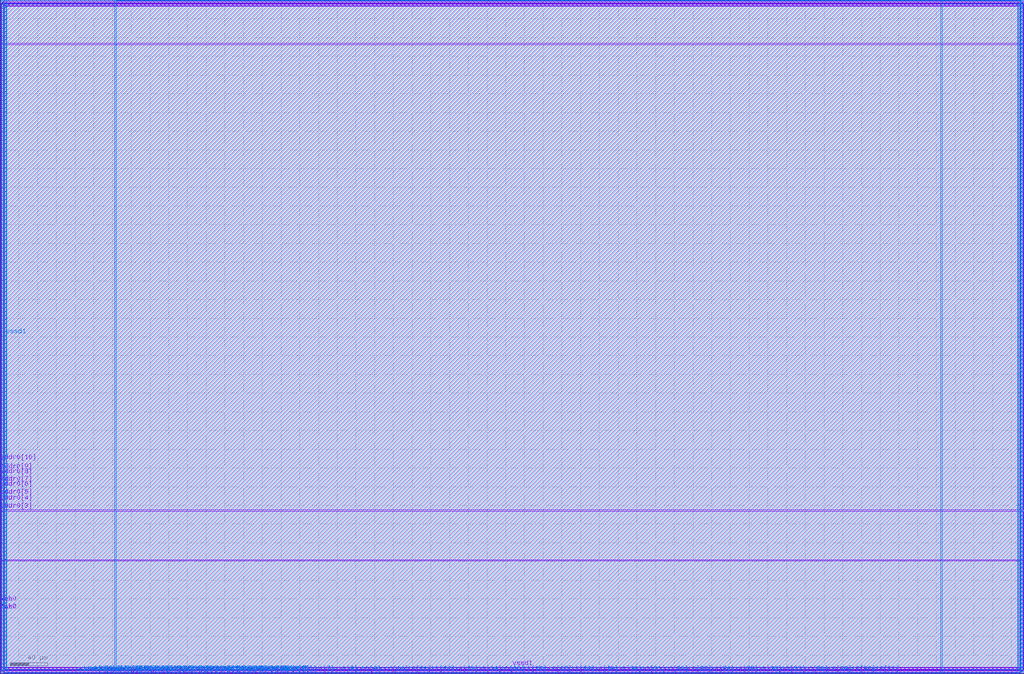
<source format=lef>
# Copyright 2020 The SkyWater PDK Authors
#
# Licensed under the Apache License, Version 2.0 (the "License");
# you may not use this file except in compliance with the License.
# You may obtain a copy of the License at
#
#     https://www.apache.org/licenses/LICENSE-2.0
#
# Unless required by applicable law or agreed to in writing, software
# distributed under the License is distributed on an "AS IS" BASIS,
# WITHOUT WARRANTIES OR CONDITIONS OF ANY KIND, either express or implied.
# See the License for the specific language governing permissions and
# limitations under the License.
#
# SPDX-License-Identifier: Apache-2.0

VERSION 5.7 ;

BUSBITCHARS "[]" ;
DIVIDERCHAR "/" ;

UNITS
  TIME NANOSECONDS 1 ;
  CAPACITANCE PICOFARADS 1 ;
  RESISTANCE OHMS 1 ;
  DATABASE MICRONS 1000 ;
END UNITS

MANUFACTURINGGRID 0.005 ;

PROPERTYDEFINITIONS
  LAYER LEF58_TYPE STRING ;
END PROPERTYDEFINITIONS

# High density, single height
SITE unithd
  SYMMETRY Y ;
  CLASS CORE ;
  SIZE 0.46 BY 2.72 ;
END unithd

# High density, double height
SITE unithddbl
  SYMMETRY Y ;
  CLASS CORE ;
  SIZE 0.46 BY 5.44 ;
END unithddbl

LAYER nwell
  TYPE MASTERSLICE ;
  PROPERTY LEF58_TYPE "TYPE NWELL ;" ;
END nwell

LAYER pwell
  TYPE MASTERSLICE ;
  PROPERTY LEF58_TYPE "TYPE PWELL ;" ;
END pwell

LAYER li1
  TYPE ROUTING ;
  DIRECTION VERTICAL ;

  PITCH 0.46 0.34 ;
  OFFSET 0.23 0.17 ;

  WIDTH 0.17 ;          # LI 1
  # SPACING  0.17 ;     # LI 2
  SPACINGTABLE
     PARALLELRUNLENGTH 0
     WIDTH 0 0.17 ;
  AREA 0.0561 ;         # LI 6
  THICKNESS 0.1 ;
  EDGECAPACITANCE 40.697E-6 ;
  CAPACITANCE CPERSQDIST 36.9866E-6 ;
  RESISTANCE RPERSQ 12.2 ;

  ANTENNAMODEL OXIDE1 ;
  ANTENNADIFFSIDEAREARATIO PWL ( ( 0 75 ) ( 0.0125 75 ) ( 0.0225 85.125 ) ( 22.5 10200 ) ) ;
END li1

LAYER mcon
  TYPE CUT ;

  WIDTH 0.17 ;                # Mcon 1
  SPACING 0.19 ;              # Mcon 2
  ENCLOSURE BELOW 0 0 ;       # Mcon 4
  ENCLOSURE ABOVE 0.03 0.06 ; # Met1 4 / Met1 5

  ANTENNADIFFAREARATIO PWL ( ( 0 3 ) ( 0.0125 3 ) ( 0.0225 3.405 ) ( 22.5 408 ) ) ;
  DCCURRENTDENSITY AVERAGE 0.36 ; # mA per via Iavg_max at Tj = 90oC

END mcon

LAYER met1
  TYPE ROUTING ;
  DIRECTION HORIZONTAL ;

  PITCH 0.34 ;
  OFFSET 0.17 ;

  WIDTH 0.14 ;                     # Met1 1
  # SPACING 0.14 ;                 # Met1 2
  # SPACING 0.28 RANGE 3.001 100 ; # Met1 3b
  SPACINGTABLE
     PARALLELRUNLENGTH 0
     WIDTH 0 0.14
     WIDTH 3 0.28 ;
  AREA 0.083 ;                     # Met1 6
  THICKNESS 0.35 ;
  MINENCLOSEDAREA 0.14 ;

  ANTENNAMODEL OXIDE1 ;
  ANTENNADIFFSIDEAREARATIO PWL ( ( 0 400 ) ( 0.0125 400 ) ( 0.0225 2609 ) ( 22.5 11600 ) ) ;

  EDGECAPACITANCE 40.567E-6 ;
  CAPACITANCE CPERSQDIST 25.7784E-6 ;
  DCCURRENTDENSITY AVERAGE 2.8 ; # mA/um Iavg_max at Tj = 90oC
  ACCURRENTDENSITY RMS 6.1 ; # mA/um Irms_max at Tj = 90oC
  MAXIMUMDENSITY 70 ;
  DENSITYCHECKWINDOW 700 700 ;
  DENSITYCHECKSTEP 70 ;

  RESISTANCE RPERSQ 0.125 ;
END met1

LAYER via
  TYPE CUT ;
  WIDTH 0.15 ;                  # Via 1a
  SPACING 0.17 ;                # Via 2
  ENCLOSURE BELOW 0.055 0.085 ; # Via 4a / Via 5a
  ENCLOSURE ABOVE 0.055 0.085 ; # Met2 4 / Met2 5

  ANTENNADIFFAREARATIO PWL ( ( 0 6 ) ( 0.0125 6 ) ( 0.0225 6.81 ) ( 22.5 816 ) ) ;
  DCCURRENTDENSITY AVERAGE 0.29 ; # mA per via Iavg_max at Tj = 90oC
END via

LAYER met2
  TYPE ROUTING ;
  DIRECTION VERTICAL ;

  PITCH 0.46 ;
  OFFSET 0.23 ;

  WIDTH 0.14 ;                        # Met2 1
  # SPACING  0.14 ;                   # Met2 2
  # SPACING  0.28 RANGE 3.001 100 ;   # Met2 3b
  SPACINGTABLE
     PARALLELRUNLENGTH 0
     WIDTH 0 0.14
     WIDTH 3 0.28 ;
  AREA 0.0676 ;                       # Met2 6
  THICKNESS 0.35 ;
  MINENCLOSEDAREA 0.14 ;

  EDGECAPACITANCE 37.759E-6 ;
  CAPACITANCE CPERSQDIST 16.9423E-6 ;
  RESISTANCE RPERSQ 0.125 ;
  DCCURRENTDENSITY AVERAGE 2.8 ; # mA/um Iavg_max at Tj = 90oC
  ACCURRENTDENSITY RMS 6.1 ; # mA/um Irms_max at Tj = 90oC

  ANTENNAMODEL OXIDE1 ;
  ANTENNADIFFSIDEAREARATIO PWL ( ( 0 400 ) ( 0.0125 400 ) ( 0.0225 2609 ) ( 22.5 11600 ) ) ;

  MAXIMUMDENSITY 70 ;
  DENSITYCHECKWINDOW 700 700 ;
  DENSITYCHECKSTEP 70 ;
END met2

# ******** Layer via2, type routing, number 44 **************
LAYER via2
  TYPE CUT ;
  WIDTH 0.2 ;                   # Via2 1
  SPACING 0.2 ;                 # Via2 2
  ENCLOSURE BELOW 0.04 0.085 ;  # Via2 4
  ENCLOSURE ABOVE 0.065 0.065 ; # Met3 4
  ANTENNADIFFAREARATIO PWL ( ( 0 6 ) ( 0.0125 6 ) ( 0.0225 6.81 ) ( 22.5 816 ) ) ;
  DCCURRENTDENSITY AVERAGE 0.48 ; # mA per via Iavg_max at Tj = 90oC
END via2

LAYER met3
  TYPE ROUTING ;
  DIRECTION HORIZONTAL ;

  PITCH 0.68 ;
  OFFSET 0.34 ;

  WIDTH 0.3 ;              # Met3 1
  # SPACING 0.3 ;          # Met3 2
  SPACINGTABLE
     PARALLELRUNLENGTH 0
     WIDTH 0 0.3
     WIDTH 3 0.4 ;
  AREA 0.24 ;              # Met3 6
  THICKNESS 0.8 ;

  EDGECAPACITANCE 40.989E-6 ;
  CAPACITANCE CPERSQDIST 12.3729E-6 ;
  RESISTANCE RPERSQ 0.047 ;
  DCCURRENTDENSITY AVERAGE 6.8 ; # mA/um Iavg_max at Tj = 90oC
  ACCURRENTDENSITY RMS 14.9 ; # mA/um Irms_max at Tj = 90oC

  ANTENNAMODEL OXIDE1 ;
  ANTENNADIFFSIDEAREARATIO PWL ( ( 0 400 ) ( 0.0125 400 ) ( 0.0225 2609 ) ( 22.5 11600 ) ) ;

  MAXIMUMDENSITY 70 ;
  DENSITYCHECKWINDOW 700 700 ;
  DENSITYCHECKSTEP 70 ;
END met3

LAYER via3
  TYPE CUT ;
  WIDTH 0.2 ;                   # Via3 1
  SPACING 0.2 ;                 # Via3 2
  ENCLOSURE BELOW 0.06 0.09 ;   # Via3 4 / Via3 5
  ENCLOSURE ABOVE 0.065 0.065 ; # Met4 3
  ANTENNADIFFAREARATIO PWL ( ( 0 6 ) ( 0.0125 6 ) ( 0.0225 6.81 ) ( 22.5 816 ) ) ;
  DCCURRENTDENSITY AVERAGE 0.48 ; # mA per via Iavg_max at Tj = 90oC
END via3

LAYER met4
  TYPE ROUTING ;
  DIRECTION VERTICAL ;

  PITCH 0.92 ;
  OFFSET 0.46 ;

  WIDTH 0.3 ;             # Met4 1
  # SPACING  0.3 ;             # Met4 2
  SPACINGTABLE
     PARALLELRUNLENGTH 0
     WIDTH 0 0.3
     WIDTH 3 0.4 ;
  AREA 0.24 ;            # Met4 4a

  THICKNESS 0.8 ;

  EDGECAPACITANCE 36.676E-6 ;
  CAPACITANCE CPERSQDIST 8.41537E-6 ;
  RESISTANCE RPERSQ 0.047 ;
  DCCURRENTDENSITY AVERAGE 6.8 ; # mA/um Iavg_max at Tj = 90oC
  ACCURRENTDENSITY RMS 14.9 ; # mA/um Irms_max at Tj = 90oC

  ANTENNAMODEL OXIDE1 ;
  ANTENNADIFFSIDEAREARATIO PWL ( ( 0 400 ) ( 0.0125 400 ) ( 0.0225 2609 ) ( 22.5 11600 ) ) ;

  MAXIMUMDENSITY 70 ;
  DENSITYCHECKWINDOW 700 700 ;
  DENSITYCHECKSTEP 70 ;
END met4

LAYER via4
  TYPE CUT ;

  WIDTH 0.8 ;                 # Via4 1
  SPACING 0.8 ;               # Via4 2
  ENCLOSURE BELOW 0.19 0.19 ; # Via4 4
  ENCLOSURE ABOVE 0.31 0.31 ; # Met5 3
  ANTENNADIFFAREARATIO PWL ( ( 0 6 ) ( 0.0125 6 ) ( 0.0225 6.81 ) ( 22.5 816 ) ) ;
  DCCURRENTDENSITY AVERAGE 2.49 ; # mA per via Iavg_max at Tj = 90oC
END via4

LAYER met5
  TYPE ROUTING ;
  DIRECTION HORIZONTAL ;

  PITCH 3.4 ;
  OFFSET 1.7 ;

  WIDTH 1.6 ;            # Met5 1
  #SPACING  1.6 ;        # Met5 2
  SPACINGTABLE
     PARALLELRUNLENGTH 0
     WIDTH 0 1.6 ;
  AREA 4 ;               # Met5 4

  THICKNESS 1.2 ;

  EDGECAPACITANCE 38.851E-6 ;
  CAPACITANCE CPERSQDIST 6.32063E-6 ;
  RESISTANCE RPERSQ 0.0285 ;
  DCCURRENTDENSITY AVERAGE 10.17 ; # mA/um Iavg_max at Tj = 90oC
  ACCURRENTDENSITY RMS 22.34 ; # mA/um Irms_max at Tj = 90oC

  ANTENNAMODEL OXIDE1 ;
  ANTENNADIFFSIDEAREARATIO PWL ( ( 0 400 ) ( 0.0125 400 ) ( 0.0225 2609 ) ( 22.5 11600 ) ) ;
END met5


### Routing via cells section   ###
# Plus via rule, metals are along the prefered direction
VIA L1M1_PR DEFAULT
  LAYER mcon ;
  RECT -0.085 -0.085 0.085 0.085 ;
  LAYER li1 ;
  RECT -0.085 -0.085 0.085 0.085 ;
  LAYER met1 ;
  RECT -0.145 -0.115 0.145 0.115 ;
END L1M1_PR

VIARULE L1M1_PR GENERATE
  LAYER li1 ;
  ENCLOSURE 0 0 ;
  LAYER met1 ;
  ENCLOSURE 0.06 0.03 ;
  LAYER mcon ;
  RECT -0.085 -0.085 0.085 0.085 ;
  SPACING 0.36 BY 0.36 ;
END L1M1_PR

# Plus via rule, metals are along the non prefered direction
VIA L1M1_PR_R DEFAULT
  LAYER mcon ;
  RECT -0.085 -0.085 0.085 0.085 ;
  LAYER li1 ;
  RECT -0.085 -0.085 0.085 0.085 ;
  LAYER met1 ;
  RECT -0.115 -0.145 0.115 0.145 ;
END L1M1_PR_R

VIARULE L1M1_PR_R GENERATE
  LAYER li1 ;
  ENCLOSURE 0 0 ;
  LAYER met1 ;
  ENCLOSURE 0.03 0.06 ;
  LAYER mcon ;
  RECT -0.085 -0.085 0.085 0.085 ;
  SPACING 0.36 BY 0.36 ;
END L1M1_PR_R

# Minus via rule, lower layer metal is along prefered direction
VIA L1M1_PR_M DEFAULT
  LAYER mcon ;
  RECT -0.085 -0.085 0.085 0.085 ;
  LAYER li1 ;
  RECT -0.085 -0.085 0.085 0.085 ;
  LAYER met1 ;
  RECT -0.115 -0.145 0.115 0.145 ;
END L1M1_PR_M

VIARULE L1M1_PR_M GENERATE
  LAYER li1 ;
  ENCLOSURE 0 0 ;
  LAYER met1 ;
  ENCLOSURE 0.03 0.06 ;
  LAYER mcon ;
  RECT -0.085 -0.085 0.085 0.085 ;
  SPACING 0.36 BY 0.36 ;
END L1M1_PR_M

# Minus via rule, upper layer metal is along prefered direction
VIA L1M1_PR_MR DEFAULT
  LAYER mcon ;
  RECT -0.085 -0.085 0.085 0.085 ;
  LAYER li1 ;
  RECT -0.085 -0.085 0.085 0.085 ;
  LAYER met1 ;
  RECT -0.145 -0.115 0.145 0.115 ;
END L1M1_PR_MR

VIARULE L1M1_PR_MR GENERATE
  LAYER li1 ;
  ENCLOSURE 0 0 ;
  LAYER met1 ;
  ENCLOSURE 0.06 0.03 ;
  LAYER mcon ;
  RECT -0.085 -0.085 0.085 0.085 ;
  SPACING 0.36 BY 0.36 ;
END L1M1_PR_MR

# Centered via rule, we really do not want to use it
VIA L1M1_PR_C DEFAULT
  LAYER mcon ;
  RECT -0.085 -0.085 0.085 0.085 ;
  LAYER li1 ;
  RECT -0.085 -0.085 0.085 0.085 ;
  LAYER met1 ;
  RECT -0.145 -0.145 0.145 0.145 ;
END L1M1_PR_C

VIARULE L1M1_PR_C GENERATE
  LAYER li1 ;
  ENCLOSURE 0 0 ;
  LAYER met1 ;
  ENCLOSURE 0.06 0.06 ;
  LAYER mcon ;
  RECT -0.085 -0.085 0.085 0.085 ;
  SPACING 0.36 BY 0.36 ;
END L1M1_PR_C

# Plus via rule, metals are along the prefered direction
VIA M1M2_PR DEFAULT
  LAYER via ;
  RECT -0.075 -0.075 0.075 0.075 ;
  LAYER met1 ;
  RECT -0.16 -0.13 0.16 0.13 ;
  LAYER met2 ;
  RECT -0.13 -0.16 0.13 0.16 ;
END M1M2_PR

VIARULE M1M2_PR GENERATE
  LAYER met1 ;
  ENCLOSURE 0.085 0.055 ;
  LAYER met2 ;
  ENCLOSURE 0.055 0.085 ;
  LAYER via ;
  RECT -0.075 -0.075 0.075 0.075 ;
  SPACING 0.32 BY 0.32 ;
END M1M2_PR

# Plus via rule, metals are along the non prefered direction
VIA M1M2_PR_R DEFAULT
  LAYER via ;
  RECT -0.075 -0.075 0.075 0.075 ;
  LAYER met1 ;
  RECT -0.13 -0.16 0.13 0.16 ;
  LAYER met2 ;
  RECT -0.16 -0.13 0.16 0.13 ;
END M1M2_PR_R

VIARULE M1M2_PR_R GENERATE
  LAYER met1 ;
  ENCLOSURE 0.055 0.085 ;
  LAYER met2 ;
  ENCLOSURE 0.085 0.055 ;
  LAYER via ;
  RECT -0.075 -0.075 0.075 0.075 ;
  SPACING 0.32 BY 0.32 ;
END M1M2_PR_R

# Minus via rule, lower layer metal is along prefered direction
VIA M1M2_PR_M DEFAULT
  LAYER via ;
  RECT -0.075 -0.075 0.075 0.075 ;
  LAYER met1 ;
  RECT -0.16 -0.13 0.16 0.13 ;
  LAYER met2 ;
  RECT -0.16 -0.13 0.16 0.13 ;
END M1M2_PR_M

VIARULE M1M2_PR_M GENERATE
  LAYER met1 ;
  ENCLOSURE 0.085 0.055 ;
  LAYER met2 ;
  ENCLOSURE 0.085 0.055 ;
  LAYER via ;
  RECT -0.075 -0.075 0.075 0.075 ;
  SPACING 0.32 BY 0.32 ;
END M1M2_PR_M

# Minus via rule, upper layer metal is along prefered direction
VIA M1M2_PR_MR DEFAULT
  LAYER via ;
  RECT -0.075 -0.075 0.075 0.075 ;
  LAYER met1 ;
  RECT -0.13 -0.16 0.13 0.16 ;
  LAYER met2 ;
  RECT -0.13 -0.16 0.13 0.16 ;
END M1M2_PR_MR

VIARULE M1M2_PR_MR GENERATE
  LAYER met1 ;
  ENCLOSURE 0.055 0.085 ;
  LAYER met2 ;
  ENCLOSURE 0.055 0.085 ;
  LAYER via ;
  RECT -0.075 -0.075 0.075 0.075 ;
  SPACING 0.32 BY 0.32 ;
END M1M2_PR_MR

# Centered via rule, we really do not want to use it
VIA M1M2_PR_C DEFAULT
  LAYER via ;
  RECT -0.075 -0.075 0.075 0.075 ;
  LAYER met1 ;
  RECT -0.16 -0.16 0.16 0.16 ;
  LAYER met2 ;
  RECT -0.16 -0.16 0.16 0.16 ;
END M1M2_PR_C

VIARULE M1M2_PR_C GENERATE
  LAYER met1 ;
  ENCLOSURE 0.085 0.085 ;
  LAYER met2 ;
  ENCLOSURE 0.085 0.085 ;
  LAYER via ;
  RECT -0.075 -0.075 0.075 0.075 ;
  SPACING 0.32 BY 0.32 ;
END M1M2_PR_C

# Plus via rule, metals are along the prefered direction
VIA M2M3_PR DEFAULT
  LAYER via2 ;
  RECT -0.1 -0.1 0.1 0.1 ;
  LAYER met2 ;
  RECT -0.14 -0.185 0.14 0.185 ;
  LAYER met3 ;
  RECT -0.165 -0.165 0.165 0.165 ;
END M2M3_PR

VIARULE M2M3_PR GENERATE
  LAYER met2 ;
  ENCLOSURE 0.04 0.085 ;
  LAYER met3 ;
  ENCLOSURE 0.065 0.065 ;
  LAYER via2 ;
  RECT -0.1 -0.1 0.1 0.1 ;
  SPACING 0.4 BY 0.4 ;
END M2M3_PR

# Plus via rule, metals are along the non prefered direction
VIA M2M3_PR_R DEFAULT
  LAYER via2 ;
  RECT -0.1 -0.1 0.1 0.1 ;
  LAYER met2 ;
  RECT -0.185 -0.14 0.185 0.14 ;
  LAYER met3 ;
  RECT -0.165 -0.165 0.165 0.165 ;
END M2M3_PR_R

VIARULE M2M3_PR_R GENERATE
  LAYER met2 ;
  ENCLOSURE 0.085 0.04 ;
  LAYER met3 ;
  ENCLOSURE 0.065 0.065 ;
  LAYER via2 ;
  RECT -0.1 -0.1 0.1 0.1 ;
  SPACING 0.4 BY 0.4 ;
END M2M3_PR_R

# Minus via rule, lower layer metal is along prefered direction
VIA M2M3_PR_M DEFAULT
  LAYER via2 ;
  RECT -0.1 -0.1 0.1 0.1 ;
  LAYER met2 ;
  RECT -0.14 -0.185 0.14 0.185 ;
  LAYER met3 ;
  RECT -0.165 -0.165 0.165 0.165 ;
END M2M3_PR_M

VIARULE M2M3_PR_M GENERATE
  LAYER met2 ;
  ENCLOSURE 0.04 0.085 ;
  LAYER met3 ;
  ENCLOSURE 0.065 0.065 ;
  LAYER via2 ;
  RECT -0.1 -0.1 0.1 0.1 ;
  SPACING 0.4 BY 0.4 ;
END M2M3_PR_M

# Minus via rule, upper layer metal is along prefered direction
VIA M2M3_PR_MR DEFAULT
  LAYER via2 ;
  RECT -0.1 -0.1 0.1 0.1 ;
  LAYER met2 ;
  RECT -0.185 -0.14 0.185 0.14 ;
  LAYER met3 ;
  RECT -0.165 -0.165 0.165 0.165 ;
END M2M3_PR_MR

VIARULE M2M3_PR_MR GENERATE
  LAYER met2 ;
  ENCLOSURE 0.085 0.04 ;
  LAYER met3 ;
  ENCLOSURE 0.065 0.065 ;
  LAYER via2 ;
  RECT -0.1 -0.1 0.1 0.1 ;
  SPACING 0.4 BY 0.4 ;
END M2M3_PR_MR

# Centered via rule, we really do not want to use it
VIA M2M3_PR_C DEFAULT
  LAYER via2 ;
  RECT -0.1 -0.1 0.1 0.1 ;
  LAYER met2 ;
  RECT -0.185 -0.185 0.185 0.185 ;
  LAYER met3 ;
  RECT -0.165 -0.165 0.165 0.165 ;
END M2M3_PR_C

VIARULE M2M3_PR_C GENERATE
  LAYER met2 ;
  ENCLOSURE 0.085 0.085 ;
  LAYER met3 ;
  ENCLOSURE 0.065 0.065 ;
  LAYER via2 ;
  RECT -0.1 -0.1 0.1 0.1 ;
  SPACING 0.4 BY 0.4 ;
END M2M3_PR_C

# Plus via rule, metals are along the prefered direction
VIA M3M4_PR DEFAULT
  LAYER via3 ;
  RECT -0.1 -0.1 0.1 0.1 ;
  LAYER met3 ;
  RECT -0.19 -0.16 0.19 0.16 ;
  LAYER met4 ;
  RECT -0.165 -0.165 0.165 0.165 ;
END M3M4_PR

VIARULE M3M4_PR GENERATE
  LAYER met3 ;
  ENCLOSURE 0.09 0.06 ;
  LAYER met4 ;
  ENCLOSURE 0.065 0.065 ;
  LAYER via3 ;
  RECT -0.1 -0.1 0.1 0.1 ;
  SPACING 0.4 BY 0.4 ;
END M3M4_PR

# Plus via rule, metals are along the non prefered direction
VIA M3M4_PR_R DEFAULT
  LAYER via3 ;
  RECT -0.1 -0.1 0.1 0.1 ;
  LAYER met3 ;
  RECT -0.16 -0.19 0.16 0.19 ;
  LAYER met4 ;
  RECT -0.165 -0.165 0.165 0.165 ;
END M3M4_PR_R

VIARULE M3M4_PR_R GENERATE
  LAYER met3 ;
  ENCLOSURE 0.06 0.09 ;
  LAYER met4 ;
  ENCLOSURE 0.065 0.065 ;
  LAYER via3 ;
  RECT -0.1 -0.1 0.1 0.1 ;
  SPACING 0.4 BY 0.4 ;
END M3M4_PR_R

# Minus via rule, lower layer metal is along prefered direction
VIA M3M4_PR_M DEFAULT
  LAYER via3 ;
  RECT -0.1 -0.1 0.1 0.1 ;
  LAYER met3 ;
  RECT -0.19 -0.16 0.19 0.16 ;
  LAYER met4 ;
  RECT -0.165 -0.165 0.165 0.165 ;
END M3M4_PR_M

VIARULE M3M4_PR_M GENERATE
  LAYER met3 ;
  ENCLOSURE 0.09 0.06 ;
  LAYER met4 ;
  ENCLOSURE 0.065 0.065 ;
  LAYER via3 ;
  RECT -0.1 -0.1 0.1 0.1 ;
  SPACING 0.4 BY 0.4 ;
END M3M4_PR_M

# Minus via rule, upper layer metal is along prefered direction
VIA M3M4_PR_MR DEFAULT
  LAYER via3 ;
  RECT -0.1 -0.1 0.1 0.1 ;
  LAYER met3 ;
  RECT -0.16 -0.19 0.16 0.19 ;
  LAYER met4 ;
  RECT -0.165 -0.165 0.165 0.165 ;
END M3M4_PR_MR

VIARULE M3M4_PR_MR GENERATE
  LAYER met3 ;
  ENCLOSURE 0.06 0.09 ;
  LAYER met4 ;
  ENCLOSURE 0.065 0.065 ;
  LAYER via3 ;
  RECT -0.1 -0.1 0.1 0.1 ;
  SPACING 0.4 BY 0.4 ;
END M3M4_PR_MR

# Centered via rule, we really do not want to use it
VIA M3M4_PR_C DEFAULT
  LAYER via3 ;
  RECT -0.1 -0.1 0.1 0.1 ;
  LAYER met3 ;
  RECT -0.19 -0.19 0.19 0.19 ;
  LAYER met4 ;
  RECT -0.165 -0.165 0.165 0.165 ;
END M3M4_PR_C

VIARULE M3M4_PR_C GENERATE
  LAYER met3 ;
  ENCLOSURE 0.09 0.09 ;
  LAYER met4 ;
  ENCLOSURE 0.065 0.065 ;
  LAYER via3 ;
  RECT -0.1 -0.1 0.1 0.1 ;
  SPACING 0.4 BY 0.4 ;
END M3M4_PR_C

# Plus via rule, metals are along the prefered direction
VIA M4M5_PR DEFAULT
  LAYER via4 ;
  RECT -0.4 -0.4 0.4 0.4 ;
  LAYER met4 ;
  RECT -0.59 -0.59 0.59 0.59 ;
  LAYER met5 ;
  RECT -0.71 -0.71 0.71 0.71 ;
END M4M5_PR

VIARULE M4M5_PR GENERATE
  LAYER met4 ;
  ENCLOSURE 0.19 0.19 ;
  LAYER met5 ;
  ENCLOSURE 0.31 0.31 ;
  LAYER via4 ;
  RECT -0.4 -0.4 0.4 0.4 ;
  SPACING 1.6 BY 1.6 ;
END M4M5_PR

# Plus via rule, metals are along the non prefered direction
VIA M4M5_PR_R DEFAULT
  LAYER via4 ;
  RECT -0.4 -0.4 0.4 0.4 ;
  LAYER met4 ;
  RECT -0.59 -0.59 0.59 0.59 ;
  LAYER met5 ;
  RECT -0.71 -0.71 0.71 0.71 ;
END M4M5_PR_R

VIARULE M4M5_PR_R GENERATE
  LAYER met4 ;
  ENCLOSURE 0.19 0.19 ;
  LAYER met5 ;
  ENCLOSURE 0.31 0.31 ;
  LAYER via4 ;
  RECT -0.4 -0.4 0.4 0.4 ;
  SPACING 1.6 BY 1.6 ;
END M4M5_PR_R

# Minus via rule, lower layer metal is along prefered direction
VIA M4M5_PR_M DEFAULT
  LAYER via4 ;
  RECT -0.4 -0.4 0.4 0.4 ;
  LAYER met4 ;
  RECT -0.59 -0.59 0.59 0.59 ;
  LAYER met5 ;
  RECT -0.71 -0.71 0.71 0.71 ;
END M4M5_PR_M

VIARULE M4M5_PR_M GENERATE
  LAYER met4 ;
  ENCLOSURE 0.19 0.19 ;
  LAYER met5 ;
  ENCLOSURE 0.31 0.31 ;
  LAYER via4 ;
  RECT -0.4 -0.4 0.4 0.4 ;
  SPACING 1.6 BY 1.6 ;
END M4M5_PR_M

# Minus via rule, upper layer metal is along prefered direction
VIA M4M5_PR_MR DEFAULT
  LAYER via4 ;
  RECT -0.4 -0.4 0.4 0.4 ;
  LAYER met4 ;
  RECT -0.59 -0.59 0.59 0.59 ;
  LAYER met5 ;
  RECT -0.71 -0.71 0.71 0.71 ;
END M4M5_PR_MR

VIARULE M4M5_PR_MR GENERATE
  LAYER met4 ;
  ENCLOSURE 0.19 0.19 ;
  LAYER met5 ;
  ENCLOSURE 0.31 0.31 ;
  LAYER via4 ;
  RECT -0.4 -0.4 0.4 0.4 ;
  SPACING 1.6 BY 1.6 ;
END M4M5_PR_MR

# Centered via rule, we really do not want to use it
VIA M4M5_PR_C DEFAULT
  LAYER via4 ;
  RECT -0.4 -0.4 0.4 0.4 ;
  LAYER met4 ;
  RECT -0.59 -0.59 0.59 0.59 ;
  LAYER met5 ;
  RECT -0.71 -0.71 0.71 0.71 ;
END M4M5_PR_C

VIARULE M4M5_PR_C GENERATE
  LAYER met4 ;
  ENCLOSURE 0.19 0.19 ;
  LAYER met5 ;
  ENCLOSURE 0.31 0.31 ;
  LAYER via4 ;
  RECT -0.4 -0.4 0.4 0.4 ;
  SPACING 1.6 BY 1.6 ;
END M4M5_PR_C
###  end of single via cells   ###


MACRO sky130_fd_sc_hd__decap_3
  CLASS CORE ;
  FOREIGN sky130_fd_sc_hd__decap_3 ;
  ORIGIN  0.000000  0.000000 ;
  SIZE  1.380000 BY  2.720000 ;
  SYMMETRY X Y R90 ;
  SITE unithd ;
  PIN VGND
    DIRECTION INOUT ;
    SHAPE ABUTMENT ;
    USE GROUND ;
    PORT
      LAYER met1 ;
        RECT 0.000000 -0.240000 1.380000 0.240000 ;
    END
  END VGND
  PIN VNB
    DIRECTION INOUT ;
    USE GROUND ;
    PORT
      LAYER pwell ;
        RECT 0.145000 -0.085000 0.315000 0.085000 ;
    END
  END VNB
  PIN VPB
    DIRECTION INOUT ;
    USE POWER ;
    PORT
      LAYER nwell ;
        RECT -0.190000 1.305000 1.570000 2.910000 ;
    END
  END VPB
  PIN VPWR
    DIRECTION INOUT ;
    SHAPE ABUTMENT ;
    USE POWER ;
    PORT
      LAYER met1 ;
        RECT 0.000000 2.480000 1.380000 2.960000 ;
    END
  END VPWR
  OBS
    LAYER li1 ;
      RECT 0.000000 -0.085000 1.380000 0.085000 ;
      RECT 0.000000  2.635000 1.380000 2.805000 ;
      RECT 0.085000  0.085000 1.295000 0.835000 ;
      RECT 0.085000  0.835000 0.605000 1.375000 ;
      RECT 0.085000  1.545000 1.295000 2.635000 ;
      RECT 0.775000  1.005000 1.295000 1.545000 ;
    LAYER mcon ;
      RECT 0.145000 -0.085000 0.315000 0.085000 ;
      RECT 0.145000  2.635000 0.315000 2.805000 ;
      RECT 0.605000 -0.085000 0.775000 0.085000 ;
      RECT 0.605000  2.635000 0.775000 2.805000 ;
      RECT 1.065000 -0.085000 1.235000 0.085000 ;
      RECT 1.065000  2.635000 1.235000 2.805000 ;
  END
END sky130_fd_sc_hd__decap_3
MACRO sky130_fd_sc_hd__decap_12
  CLASS CORE ;
  FOREIGN sky130_fd_sc_hd__decap_12 ;
  ORIGIN  0.000000  0.000000 ;
  SIZE  5.520000 BY  2.720000 ;
  SYMMETRY X Y R90 ;
  SITE unithd ;
  PIN VGND
    DIRECTION INOUT ;
    SHAPE ABUTMENT ;
    USE GROUND ;
    PORT
      LAYER met1 ;
        RECT 0.000000 -0.240000 5.520000 0.240000 ;
    END
  END VGND
  PIN VNB
    DIRECTION INOUT ;
    USE GROUND ;
    PORT
      LAYER pwell ;
        RECT 0.145000 -0.085000 0.315000 0.085000 ;
    END
  END VNB
  PIN VPB
    DIRECTION INOUT ;
    USE POWER ;
    PORT
      LAYER nwell ;
        RECT -0.190000 1.305000 5.710000 2.910000 ;
    END
  END VPB
  PIN VPWR
    DIRECTION INOUT ;
    SHAPE ABUTMENT ;
    USE POWER ;
    PORT
      LAYER met1 ;
        RECT 0.000000 2.480000 5.520000 2.960000 ;
    END
  END VPWR
  OBS
    LAYER li1 ;
      RECT 0.000000 -0.085000 5.520000 0.085000 ;
      RECT 0.000000  2.635000 5.520000 2.805000 ;
      RECT 0.085000  0.085000 5.430000 0.855000 ;
      RECT 0.085000  0.855000 2.665000 1.375000 ;
      RECT 0.085000  1.545000 5.430000 2.635000 ;
      RECT 2.835000  1.025000 5.430000 1.545000 ;
    LAYER mcon ;
      RECT 0.145000 -0.085000 0.315000 0.085000 ;
      RECT 0.145000  2.635000 0.315000 2.805000 ;
      RECT 0.605000 -0.085000 0.775000 0.085000 ;
      RECT 0.605000  2.635000 0.775000 2.805000 ;
      RECT 1.065000 -0.085000 1.235000 0.085000 ;
      RECT 1.065000  2.635000 1.235000 2.805000 ;
      RECT 1.525000 -0.085000 1.695000 0.085000 ;
      RECT 1.525000  2.635000 1.695000 2.805000 ;
      RECT 1.985000 -0.085000 2.155000 0.085000 ;
      RECT 1.985000  2.635000 2.155000 2.805000 ;
      RECT 2.445000 -0.085000 2.615000 0.085000 ;
      RECT 2.445000  2.635000 2.615000 2.805000 ;
      RECT 2.905000 -0.085000 3.075000 0.085000 ;
      RECT 2.905000  2.635000 3.075000 2.805000 ;
      RECT 3.365000 -0.085000 3.535000 0.085000 ;
      RECT 3.365000  2.635000 3.535000 2.805000 ;
      RECT 3.825000 -0.085000 3.995000 0.085000 ;
      RECT 3.825000  2.635000 3.995000 2.805000 ;
      RECT 4.285000 -0.085000 4.455000 0.085000 ;
      RECT 4.285000  2.635000 4.455000 2.805000 ;
      RECT 4.745000 -0.085000 4.915000 0.085000 ;
      RECT 4.745000  2.635000 4.915000 2.805000 ;
      RECT 5.205000 -0.085000 5.375000 0.085000 ;
      RECT 5.205000  2.635000 5.375000 2.805000 ;
  END
END sky130_fd_sc_hd__decap_12
MACRO sky130_fd_sc_hd__decap_8
  CLASS CORE ;
  FOREIGN sky130_fd_sc_hd__decap_8 ;
  ORIGIN  0.000000  0.000000 ;
  SIZE  3.680000 BY  2.720000 ;
  SYMMETRY X Y R90 ;
  SITE unithd ;
  PIN VGND
    DIRECTION INOUT ;
    SHAPE ABUTMENT ;
    USE GROUND ;
    PORT
      LAYER met1 ;
        RECT 0.000000 -0.240000 3.680000 0.240000 ;
    END
  END VGND
  PIN VNB
    DIRECTION INOUT ;
    USE GROUND ;
    PORT
      LAYER pwell ;
        RECT 0.145000 -0.085000 0.315000 0.085000 ;
    END
  END VNB
  PIN VPB
    DIRECTION INOUT ;
    USE POWER ;
    PORT
      LAYER nwell ;
        RECT -0.190000 1.305000 3.870000 2.910000 ;
    END
  END VPB
  PIN VPWR
    DIRECTION INOUT ;
    SHAPE ABUTMENT ;
    USE POWER ;
    PORT
      LAYER met1 ;
        RECT 0.000000 2.480000 3.680000 2.960000 ;
    END
  END VPWR
  OBS
    LAYER li1 ;
      RECT 0.000000 -0.085000 3.680000 0.085000 ;
      RECT 0.000000  2.635000 3.680000 2.805000 ;
      RECT 0.085000  0.085000 3.595000 0.855000 ;
      RECT 0.085000  0.855000 1.735000 1.375000 ;
      RECT 0.085000  1.545000 3.595000 2.635000 ;
      RECT 1.905000  1.025000 3.595000 1.545000 ;
    LAYER mcon ;
      RECT 0.145000 -0.085000 0.315000 0.085000 ;
      RECT 0.145000  2.635000 0.315000 2.805000 ;
      RECT 0.605000 -0.085000 0.775000 0.085000 ;
      RECT 0.605000  2.635000 0.775000 2.805000 ;
      RECT 1.065000 -0.085000 1.235000 0.085000 ;
      RECT 1.065000  2.635000 1.235000 2.805000 ;
      RECT 1.525000 -0.085000 1.695000 0.085000 ;
      RECT 1.525000  2.635000 1.695000 2.805000 ;
      RECT 1.985000 -0.085000 2.155000 0.085000 ;
      RECT 1.985000  2.635000 2.155000 2.805000 ;
      RECT 2.445000 -0.085000 2.615000 0.085000 ;
      RECT 2.445000  2.635000 2.615000 2.805000 ;
      RECT 2.905000 -0.085000 3.075000 0.085000 ;
      RECT 2.905000  2.635000 3.075000 2.805000 ;
      RECT 3.365000 -0.085000 3.535000 0.085000 ;
      RECT 3.365000  2.635000 3.535000 2.805000 ;
  END
END sky130_fd_sc_hd__decap_8
MACRO sky130_fd_sc_hd__decap_4
  CLASS CORE ;
  FOREIGN sky130_fd_sc_hd__decap_4 ;
  ORIGIN  0.000000  0.000000 ;
  SIZE  1.840000 BY  2.720000 ;
  SYMMETRY X Y R90 ;
  SITE unithd ;
  PIN VGND
    DIRECTION INOUT ;
    SHAPE ABUTMENT ;
    USE GROUND ;
    PORT
      LAYER met1 ;
        RECT 0.000000 -0.240000 1.840000 0.240000 ;
    END
  END VGND
  PIN VNB
    DIRECTION INOUT ;
    USE GROUND ;
    PORT
      LAYER pwell ;
        RECT 0.145000 -0.085000 0.315000 0.085000 ;
    END
  END VNB
  PIN VPB
    DIRECTION INOUT ;
    USE POWER ;
    PORT
      LAYER nwell ;
        RECT -0.190000 1.305000 2.030000 2.910000 ;
    END
  END VPB
  PIN VPWR
    DIRECTION INOUT ;
    SHAPE ABUTMENT ;
    USE POWER ;
    PORT
      LAYER met1 ;
        RECT 0.000000 2.480000 1.840000 2.960000 ;
    END
  END VPWR
  OBS
    LAYER li1 ;
      RECT 0.000000 -0.085000 1.840000 0.085000 ;
      RECT 0.000000  2.635000 1.840000 2.805000 ;
      RECT 0.085000  0.085000 1.755000 0.855000 ;
      RECT 0.085000  0.855000 0.835000 1.375000 ;
      RECT 0.085000  1.545000 1.755000 2.635000 ;
      RECT 1.005000  1.025000 1.755000 1.545000 ;
    LAYER mcon ;
      RECT 0.145000 -0.085000 0.315000 0.085000 ;
      RECT 0.145000  2.635000 0.315000 2.805000 ;
      RECT 0.605000 -0.085000 0.775000 0.085000 ;
      RECT 0.605000  2.635000 0.775000 2.805000 ;
      RECT 1.065000 -0.085000 1.235000 0.085000 ;
      RECT 1.065000  2.635000 1.235000 2.805000 ;
      RECT 1.525000 -0.085000 1.695000 0.085000 ;
      RECT 1.525000  2.635000 1.695000 2.805000 ;
  END
END sky130_fd_sc_hd__decap_4
MACRO sky130_fd_sc_hd__decap_6
  CLASS CORE ;
  FOREIGN sky130_fd_sc_hd__decap_6 ;
  ORIGIN  0.000000  0.000000 ;
  SIZE  2.760000 BY  2.720000 ;
  SYMMETRY X Y R90 ;
  SITE unithd ;
  PIN VGND
    DIRECTION INOUT ;
    SHAPE ABUTMENT ;
    USE GROUND ;
    PORT
      LAYER met1 ;
        RECT 0.000000 -0.240000 2.760000 0.240000 ;
    END
  END VGND
  PIN VNB
    DIRECTION INOUT ;
    USE GROUND ;
    PORT
      LAYER pwell ;
        RECT 0.145000 -0.085000 0.315000 0.085000 ;
    END
  END VNB
  PIN VPB
    DIRECTION INOUT ;
    USE POWER ;
    PORT
      LAYER nwell ;
        RECT -0.190000 1.305000 2.950000 2.910000 ;
    END
  END VPB
  PIN VPWR
    DIRECTION INOUT ;
    SHAPE ABUTMENT ;
    USE POWER ;
    PORT
      LAYER met1 ;
        RECT 0.000000 2.480000 2.760000 2.960000 ;
    END
  END VPWR
  OBS
    LAYER li1 ;
      RECT 0.000000 -0.085000 2.760000 0.085000 ;
      RECT 0.000000  2.635000 2.760000 2.805000 ;
      RECT 0.085000  0.085000 2.675000 0.855000 ;
      RECT 0.085000  0.855000 1.295000 1.375000 ;
      RECT 0.085000  1.545000 2.675000 2.635000 ;
      RECT 1.465000  1.025000 2.675000 1.545000 ;
    LAYER mcon ;
      RECT 0.145000 -0.085000 0.315000 0.085000 ;
      RECT 0.145000  2.635000 0.315000 2.805000 ;
      RECT 0.605000 -0.085000 0.775000 0.085000 ;
      RECT 0.605000  2.635000 0.775000 2.805000 ;
      RECT 1.065000 -0.085000 1.235000 0.085000 ;
      RECT 1.065000  2.635000 1.235000 2.805000 ;
      RECT 1.525000 -0.085000 1.695000 0.085000 ;
      RECT 1.525000  2.635000 1.695000 2.805000 ;
      RECT 1.985000 -0.085000 2.155000 0.085000 ;
      RECT 1.985000  2.635000 2.155000 2.805000 ;
      RECT 2.445000 -0.085000 2.615000 0.085000 ;
      RECT 2.445000  2.635000 2.615000 2.805000 ;
  END
END sky130_fd_sc_hd__decap_6
MACRO sky130_fd_sc_hd__sdlclkp_4
  CLASS CORE ;
  FOREIGN sky130_fd_sc_hd__sdlclkp_4 ;
  ORIGIN  0.000000  0.000000 ;
  SIZE  8.280000 BY  2.720000 ;
  SYMMETRY X Y R90 ;
  SITE unithd ;
  PIN GATE
    ANTENNAGATEAREA  0.159000 ;
    DIRECTION INPUT ;
    USE SIGNAL ;
    PORT
      LAYER li1 ;
        RECT 0.855000 0.955000 1.195000 1.445000 ;
        RECT 0.855000 1.445000 1.240000 1.955000 ;
    END
  END GATE
  PIN GCLK
    ANTENNADIFFAREA  0.891000 ;
    DIRECTION OUTPUT ;
    USE SIGNAL ;
    PORT
      LAYER li1 ;
        RECT 6.500000 0.255000 6.830000 0.445000 ;
        RECT 6.580000 0.445000 6.830000 0.715000 ;
        RECT 6.580000 0.715000 7.220000 0.885000 ;
        RECT 6.580000 1.485000 7.220000 1.655000 ;
        RECT 6.580000 1.655000 6.830000 2.465000 ;
        RECT 7.050000 0.885000 7.220000 1.055000 ;
        RECT 7.050000 1.055000 8.195000 1.315000 ;
        RECT 7.050000 1.315000 7.220000 1.485000 ;
        RECT 7.420000 0.255000 7.720000 1.055000 ;
        RECT 7.420000 1.315000 7.720000 2.465000 ;
    END
  END GCLK
  PIN SCE
    ANTENNAGATEAREA  0.159000 ;
    DIRECTION INPUT ;
    USE SIGNAL ;
    PORT
      LAYER li1 ;
        RECT 0.085000 0.955000 0.345000 1.665000 ;
    END
  END SCE
  PIN CLK
    ANTENNAGATEAREA  0.406500 ;
    DIRECTION INPUT ;
    USE CLOCK ;
    PORT
      LAYER li1 ;
        RECT 4.725000 0.995000 4.945000 1.325000 ;
      LAYER mcon ;
        RECT 4.770000 1.105000 4.940000 1.275000 ;
    END
    PORT
      LAYER li1 ;
        RECT 5.685000 0.995000 6.065000 1.325000 ;
      LAYER mcon ;
        RECT 5.710000 1.105000 5.880000 1.275000 ;
    END
    PORT
      LAYER met1 ;
        RECT 4.710000 1.075000 5.000000 1.120000 ;
        RECT 4.710000 1.120000 5.940000 1.260000 ;
        RECT 4.710000 1.260000 5.000000 1.305000 ;
        RECT 5.650000 1.075000 5.940000 1.120000 ;
        RECT 5.650000 1.260000 5.940000 1.305000 ;
    END
  END CLK
  PIN VGND
    DIRECTION INOUT ;
    SHAPE ABUTMENT ;
    USE GROUND ;
    PORT
      LAYER met1 ;
        RECT 0.000000 -0.240000 8.280000 0.240000 ;
    END
  END VGND
  PIN VNB
    DIRECTION INOUT ;
    USE GROUND ;
    PORT
      LAYER pwell ;
        RECT 0.150000 -0.085000 0.320000 0.085000 ;
    END
  END VNB
  PIN VPB
    DIRECTION INOUT ;
    USE POWER ;
    PORT
      LAYER nwell ;
        RECT -0.190000 1.305000 8.470000 2.910000 ;
    END
  END VPB
  PIN VPWR
    DIRECTION INOUT ;
    SHAPE ABUTMENT ;
    USE POWER ;
    PORT
      LAYER met1 ;
        RECT 0.000000 2.480000 8.280000 2.960000 ;
    END
  END VPWR
  OBS
    LAYER li1 ;
      RECT 0.000000 -0.085000 8.280000 0.085000 ;
      RECT 0.000000  2.635000 8.280000 2.805000 ;
      RECT 0.085000  0.255000 0.345000 0.615000 ;
      RECT 0.085000  0.615000 1.195000 0.785000 ;
      RECT 0.085000  1.835000 0.345000 2.635000 ;
      RECT 0.515000  0.085000 0.845000 0.445000 ;
      RECT 0.515000  0.785000 0.685000 2.125000 ;
      RECT 0.515000  2.125000 1.260000 2.465000 ;
      RECT 1.015000  0.255000 1.195000 0.615000 ;
      RECT 1.365000  0.255000 2.500000 0.535000 ;
      RECT 1.365000  0.705000 1.705000 1.205000 ;
      RECT 1.365000  1.205000 1.865000 1.325000 ;
      RECT 1.410000  1.325000 1.865000 1.955000 ;
      RECT 1.430000  2.125000 2.205000 2.465000 ;
      RECT 1.875000  0.705000 2.160000 1.035000 ;
      RECT 2.035000  1.205000 3.015000 1.375000 ;
      RECT 2.035000  1.375000 2.205000 2.125000 ;
      RECT 2.330000  0.535000 2.500000 0.995000 ;
      RECT 2.330000  0.995000 3.015000 1.205000 ;
      RECT 2.375000  1.575000 2.545000 1.635000 ;
      RECT 2.375000  1.635000 3.405000 1.905000 ;
      RECT 2.375000  2.075000 3.015000 2.635000 ;
      RECT 2.670000  0.085000 3.015000 0.825000 ;
      RECT 3.185000  0.255000 3.405000 1.635000 ;
      RECT 3.185000  1.905000 3.405000 1.915000 ;
      RECT 3.185000  1.915000 5.515000 2.085000 ;
      RECT 3.185000  2.085000 3.405000 2.465000 ;
      RECT 3.595000  0.255000 3.925000 0.765000 ;
      RECT 3.595000  0.765000 4.020000 0.935000 ;
      RECT 3.595000  0.935000 3.765000 1.575000 ;
      RECT 3.595000  1.575000 4.005000 1.745000 ;
      RECT 3.595000  2.255000 5.515000 2.635000 ;
      RECT 3.935000  1.105000 4.480000 1.275000 ;
      RECT 4.095000  0.085000 4.425000 0.445000 ;
      RECT 4.175000  1.275000 4.480000 1.495000 ;
      RECT 4.175000  1.495000 4.975000 1.745000 ;
      RECT 4.190000  0.615000 4.845000 0.785000 ;
      RECT 4.190000  0.785000 4.480000 1.105000 ;
      RECT 4.595000  0.255000 4.845000 0.615000 ;
      RECT 5.015000  0.255000 5.435000 0.615000 ;
      RECT 5.015000  0.615000 6.410000 0.785000 ;
      RECT 5.165000  0.995000 5.515000 1.915000 ;
      RECT 5.605000  0.085000 6.330000 0.445000 ;
      RECT 5.685000  1.495000 6.410000 2.085000 ;
      RECT 5.685000  2.085000 5.855000 2.465000 ;
      RECT 6.055000  2.255000 6.385000 2.635000 ;
      RECT 6.240000  0.785000 6.410000 1.055000 ;
      RECT 6.240000  1.055000 6.880000 1.315000 ;
      RECT 6.240000  1.315000 6.410000 1.495000 ;
      RECT 7.000000  0.085000 7.250000 0.545000 ;
      RECT 7.000000  1.825000 7.250000 2.635000 ;
      RECT 7.890000  0.085000 8.195000 0.885000 ;
      RECT 7.890000  1.485000 8.195000 2.635000 ;
    LAYER mcon ;
      RECT 0.145000 -0.085000 0.315000 0.085000 ;
      RECT 0.145000  2.635000 0.315000 2.805000 ;
      RECT 0.605000 -0.085000 0.775000 0.085000 ;
      RECT 0.605000  2.635000 0.775000 2.805000 ;
      RECT 1.065000 -0.085000 1.235000 0.085000 ;
      RECT 1.065000  2.635000 1.235000 2.805000 ;
      RECT 1.525000 -0.085000 1.695000 0.085000 ;
      RECT 1.525000  2.635000 1.695000 2.805000 ;
      RECT 1.530000  1.445000 1.700000 1.615000 ;
      RECT 1.985000 -0.085000 2.155000 0.085000 ;
      RECT 1.985000  2.635000 2.155000 2.805000 ;
      RECT 1.990000  0.765000 2.160000 0.935000 ;
      RECT 2.445000 -0.085000 2.615000 0.085000 ;
      RECT 2.445000  2.635000 2.615000 2.805000 ;
      RECT 2.905000 -0.085000 3.075000 0.085000 ;
      RECT 2.905000  2.635000 3.075000 2.805000 ;
      RECT 3.365000 -0.085000 3.535000 0.085000 ;
      RECT 3.365000  2.635000 3.535000 2.805000 ;
      RECT 3.825000 -0.085000 3.995000 0.085000 ;
      RECT 3.825000  2.635000 3.995000 2.805000 ;
      RECT 3.850000  0.765000 4.020000 0.935000 ;
      RECT 4.285000 -0.085000 4.455000 0.085000 ;
      RECT 4.285000  2.635000 4.455000 2.805000 ;
      RECT 4.310000  1.445000 4.480000 1.615000 ;
      RECT 4.745000 -0.085000 4.915000 0.085000 ;
      RECT 4.745000  2.635000 4.915000 2.805000 ;
      RECT 5.205000 -0.085000 5.375000 0.085000 ;
      RECT 5.205000  2.635000 5.375000 2.805000 ;
      RECT 5.665000 -0.085000 5.835000 0.085000 ;
      RECT 5.665000  2.635000 5.835000 2.805000 ;
      RECT 6.125000 -0.085000 6.295000 0.085000 ;
      RECT 6.125000  2.635000 6.295000 2.805000 ;
      RECT 6.585000 -0.085000 6.755000 0.085000 ;
      RECT 6.585000  2.635000 6.755000 2.805000 ;
      RECT 7.045000 -0.085000 7.215000 0.085000 ;
      RECT 7.045000  2.635000 7.215000 2.805000 ;
      RECT 7.505000 -0.085000 7.675000 0.085000 ;
      RECT 7.505000  2.635000 7.675000 2.805000 ;
      RECT 7.965000 -0.085000 8.135000 0.085000 ;
      RECT 7.965000  2.635000 8.135000 2.805000 ;
    LAYER met1 ;
      RECT 1.470000 1.415000 1.760000 1.460000 ;
      RECT 1.470000 1.460000 4.540000 1.600000 ;
      RECT 1.470000 1.600000 1.760000 1.645000 ;
      RECT 1.930000 0.735000 2.220000 0.780000 ;
      RECT 1.930000 0.780000 4.080000 0.920000 ;
      RECT 1.930000 0.920000 2.220000 0.965000 ;
      RECT 3.790000 0.735000 4.080000 0.780000 ;
      RECT 3.790000 0.920000 4.080000 0.965000 ;
      RECT 4.250000 1.415000 4.540000 1.460000 ;
      RECT 4.250000 1.600000 4.540000 1.645000 ;
  END
END sky130_fd_sc_hd__sdlclkp_4
MACRO sky130_fd_sc_hd__sdlclkp_2
  CLASS CORE ;
  FOREIGN sky130_fd_sc_hd__sdlclkp_2 ;
  ORIGIN  0.000000  0.000000 ;
  SIZE  7.360000 BY  2.720000 ;
  SYMMETRY X Y R90 ;
  SITE unithd ;
  PIN GATE
    ANTENNAGATEAREA  0.159000 ;
    DIRECTION INPUT ;
    USE SIGNAL ;
    PORT
      LAYER li1 ;
        RECT 0.855000 0.955000 1.195000 1.445000 ;
        RECT 0.855000 1.445000 1.240000 1.955000 ;
    END
  END GATE
  PIN GCLK
    ANTENNADIFFAREA  0.445500 ;
    DIRECTION OUTPUT ;
    USE SIGNAL ;
    PORT
      LAYER li1 ;
        RECT 6.570000 0.255000 6.840000 0.825000 ;
        RECT 6.570000 1.495000 6.840000 2.465000 ;
        RECT 6.670000 0.825000 6.840000 1.055000 ;
        RECT 6.670000 1.055000 7.275000 1.315000 ;
        RECT 6.670000 1.315000 6.840000 1.495000 ;
    END
  END GCLK
  PIN SCE
    ANTENNAGATEAREA  0.159000 ;
    DIRECTION INPUT ;
    USE SIGNAL ;
    PORT
      LAYER li1 ;
        RECT 0.085000 0.955000 0.340000 1.665000 ;
    END
  END SCE
  PIN CLK
    ANTENNAGATEAREA  0.318000 ;
    DIRECTION INPUT ;
    USE CLOCK ;
    PORT
      LAYER li1 ;
        RECT 4.705000 0.955000 6.050000 1.265000 ;
        RECT 4.705000 1.265000 4.925000 1.325000 ;
    END
  END CLK
  PIN VGND
    DIRECTION INOUT ;
    SHAPE ABUTMENT ;
    USE GROUND ;
    PORT
      LAYER met1 ;
        RECT 0.000000 -0.240000 7.360000 0.240000 ;
    END
  END VGND
  PIN VNB
    DIRECTION INOUT ;
    USE GROUND ;
    PORT
      LAYER pwell ;
        RECT 0.150000 -0.085000 0.320000 0.085000 ;
    END
  END VNB
  PIN VPB
    DIRECTION INOUT ;
    USE POWER ;
    PORT
      LAYER nwell ;
        RECT -0.190000 1.305000 7.550000 2.910000 ;
    END
  END VPB
  PIN VPWR
    DIRECTION INOUT ;
    SHAPE ABUTMENT ;
    USE POWER ;
    PORT
      LAYER met1 ;
        RECT 0.000000 2.480000 7.360000 2.960000 ;
    END
  END VPWR
  OBS
    LAYER li1 ;
      RECT 0.000000 -0.085000 7.360000 0.085000 ;
      RECT 0.000000  2.635000 7.360000 2.805000 ;
      RECT 0.085000  0.255000 0.345000 0.615000 ;
      RECT 0.085000  0.615000 1.195000 0.785000 ;
      RECT 0.085000  1.835000 0.345000 2.635000 ;
      RECT 0.515000  0.085000 0.845000 0.445000 ;
      RECT 0.515000  0.785000 0.685000 2.125000 ;
      RECT 0.515000  2.125000 1.260000 2.465000 ;
      RECT 1.015000  0.255000 1.195000 0.615000 ;
      RECT 1.365000  0.255000 2.500000 0.535000 ;
      RECT 1.365000  0.705000 1.705000 1.205000 ;
      RECT 1.365000  1.205000 1.865000 1.325000 ;
      RECT 1.410000  1.325000 1.865000 1.955000 ;
      RECT 1.430000  2.125000 2.205000 2.465000 ;
      RECT 1.875000  0.705000 2.160000 1.035000 ;
      RECT 2.035000  1.205000 3.015000 1.375000 ;
      RECT 2.035000  1.375000 2.205000 2.125000 ;
      RECT 2.330000  0.535000 2.500000 0.995000 ;
      RECT 2.330000  0.995000 3.015000 1.205000 ;
      RECT 2.375000  1.575000 2.545000 1.635000 ;
      RECT 2.375000  1.635000 3.405000 1.905000 ;
      RECT 2.375000  2.075000 3.015000 2.635000 ;
      RECT 2.670000  0.085000 3.015000 0.825000 ;
      RECT 3.185000  0.255000 3.405000 1.635000 ;
      RECT 3.185000  1.905000 3.405000 1.915000 ;
      RECT 3.185000  1.915000 5.490000 2.085000 ;
      RECT 3.185000  2.085000 3.405000 2.465000 ;
      RECT 3.575000  0.255000 3.925000 0.765000 ;
      RECT 3.575000  0.765000 4.000000 0.935000 ;
      RECT 3.575000  0.935000 3.745000 1.575000 ;
      RECT 3.575000  1.575000 4.040000 1.745000 ;
      RECT 3.575000  2.255000 5.530000 2.635000 ;
      RECT 3.915000  1.105000 4.460000 1.275000 ;
      RECT 4.095000  0.085000 4.425000 0.445000 ;
      RECT 4.170000  0.615000 4.825000 0.785000 ;
      RECT 4.170000  0.785000 4.460000 1.105000 ;
      RECT 4.210000  1.275000 4.460000 1.495000 ;
      RECT 4.210000  1.495000 5.010000 1.745000 ;
      RECT 4.595000  0.255000 4.825000 0.615000 ;
      RECT 5.100000  0.255000 5.310000 0.615000 ;
      RECT 5.100000  0.615000 6.400000 0.785000 ;
      RECT 5.180000  1.435000 5.650000 1.605000 ;
      RECT 5.180000  1.605000 5.490000 1.915000 ;
      RECT 5.490000  0.085000 6.400000 0.445000 ;
      RECT 5.700000  1.775000 6.400000 2.085000 ;
      RECT 5.700000  2.085000 5.870000 2.465000 ;
      RECT 5.820000  1.435000 6.400000 1.775000 ;
      RECT 6.070000  2.255000 6.400000 2.635000 ;
      RECT 6.230000  0.785000 6.400000 0.995000 ;
      RECT 6.230000  0.995000 6.500000 1.325000 ;
      RECT 6.230000  1.325000 6.400000 1.435000 ;
      RECT 7.010000  0.085000 7.275000 0.885000 ;
      RECT 7.010000  1.485000 7.275000 2.635000 ;
    LAYER mcon ;
      RECT 0.145000 -0.085000 0.315000 0.085000 ;
      RECT 0.145000  2.635000 0.315000 2.805000 ;
      RECT 0.605000 -0.085000 0.775000 0.085000 ;
      RECT 0.605000  2.635000 0.775000 2.805000 ;
      RECT 1.065000 -0.085000 1.235000 0.085000 ;
      RECT 1.065000  2.635000 1.235000 2.805000 ;
      RECT 1.525000 -0.085000 1.695000 0.085000 ;
      RECT 1.525000  2.635000 1.695000 2.805000 ;
      RECT 1.530000  1.445000 1.700000 1.615000 ;
      RECT 1.985000 -0.085000 2.155000 0.085000 ;
      RECT 1.985000  2.635000 2.155000 2.805000 ;
      RECT 1.990000  0.765000 2.160000 0.935000 ;
      RECT 2.445000 -0.085000 2.615000 0.085000 ;
      RECT 2.445000  2.635000 2.615000 2.805000 ;
      RECT 2.905000 -0.085000 3.075000 0.085000 ;
      RECT 2.905000  2.635000 3.075000 2.805000 ;
      RECT 3.365000 -0.085000 3.535000 0.085000 ;
      RECT 3.365000  2.635000 3.535000 2.805000 ;
      RECT 3.825000 -0.085000 3.995000 0.085000 ;
      RECT 3.825000  2.635000 3.995000 2.805000 ;
      RECT 3.830000  0.765000 4.000000 0.935000 ;
      RECT 4.285000 -0.085000 4.455000 0.085000 ;
      RECT 4.285000  2.635000 4.455000 2.805000 ;
      RECT 4.290000  1.445000 4.460000 1.615000 ;
      RECT 4.745000 -0.085000 4.915000 0.085000 ;
      RECT 4.745000  2.635000 4.915000 2.805000 ;
      RECT 5.205000 -0.085000 5.375000 0.085000 ;
      RECT 5.205000  2.635000 5.375000 2.805000 ;
      RECT 5.665000 -0.085000 5.835000 0.085000 ;
      RECT 5.665000  2.635000 5.835000 2.805000 ;
      RECT 6.125000 -0.085000 6.295000 0.085000 ;
      RECT 6.125000  2.635000 6.295000 2.805000 ;
      RECT 6.585000 -0.085000 6.755000 0.085000 ;
      RECT 6.585000  2.635000 6.755000 2.805000 ;
      RECT 7.045000 -0.085000 7.215000 0.085000 ;
      RECT 7.045000  2.635000 7.215000 2.805000 ;
    LAYER met1 ;
      RECT 1.470000 1.415000 1.760000 1.460000 ;
      RECT 1.470000 1.460000 4.520000 1.600000 ;
      RECT 1.470000 1.600000 1.760000 1.645000 ;
      RECT 1.930000 0.735000 2.220000 0.780000 ;
      RECT 1.930000 0.780000 4.060000 0.920000 ;
      RECT 1.930000 0.920000 2.220000 0.965000 ;
      RECT 3.770000 0.735000 4.060000 0.780000 ;
      RECT 3.770000 0.920000 4.060000 0.965000 ;
      RECT 4.230000 1.415000 4.520000 1.460000 ;
      RECT 4.230000 1.600000 4.520000 1.645000 ;
  END
END sky130_fd_sc_hd__sdlclkp_2
MACRO sky130_fd_sc_hd__sdlclkp_1
  CLASS CORE ;
  FOREIGN sky130_fd_sc_hd__sdlclkp_1 ;
  ORIGIN  0.000000  0.000000 ;
  SIZE  6.900000 BY  2.720000 ;
  SYMMETRY X Y R90 ;
  SITE unithd ;
  PIN GATE
    ANTENNAGATEAREA  0.159000 ;
    DIRECTION INPUT ;
    USE SIGNAL ;
    PORT
      LAYER li1 ;
        RECT 0.850000 0.955000 1.190000 1.325000 ;
        RECT 0.880000 1.325000 1.190000 1.445000 ;
        RECT 0.880000 1.445000 1.235000 1.955000 ;
    END
  END GATE
  PIN GCLK
    ANTENNADIFFAREA  0.429000 ;
    DIRECTION OUTPUT ;
    USE SIGNAL ;
    PORT
      LAYER li1 ;
        RECT 6.530000 0.255000 6.815000 0.825000 ;
        RECT 6.530000 1.495000 6.815000 2.465000 ;
        RECT 6.645000 0.825000 6.815000 1.495000 ;
    END
  END GCLK
  PIN SCE
    ANTENNAGATEAREA  0.159000 ;
    DIRECTION INPUT ;
    USE SIGNAL ;
    PORT
      LAYER li1 ;
        RECT 0.085000 0.955000 0.340000 1.665000 ;
    END
  END SCE
  PIN CLK
    ANTENNAGATEAREA  0.318000 ;
    DIRECTION INPUT ;
    USE CLOCK ;
    PORT
      LAYER li1 ;
        RECT 4.710000 0.955000 6.010000 1.265000 ;
        RECT 4.710000 1.265000 4.930000 1.325000 ;
    END
  END CLK
  PIN VGND
    DIRECTION INOUT ;
    SHAPE ABUTMENT ;
    USE GROUND ;
    PORT
      LAYER met1 ;
        RECT 0.000000 -0.240000 6.900000 0.240000 ;
    END
  END VGND
  PIN VNB
    DIRECTION INOUT ;
    USE GROUND ;
    PORT
      LAYER pwell ;
        RECT 0.145000 -0.085000 0.315000 0.085000 ;
    END
  END VNB
  PIN VPB
    DIRECTION INOUT ;
    USE POWER ;
    PORT
      LAYER nwell ;
        RECT -0.190000 1.305000 7.090000 2.910000 ;
    END
  END VPB
  PIN VPWR
    DIRECTION INOUT ;
    SHAPE ABUTMENT ;
    USE POWER ;
    PORT
      LAYER met1 ;
        RECT 0.000000 2.480000 6.900000 2.960000 ;
    END
  END VPWR
  OBS
    LAYER li1 ;
      RECT 0.000000 -0.085000 6.900000 0.085000 ;
      RECT 0.000000  2.635000 6.900000 2.805000 ;
      RECT 0.085000  0.255000 0.345000 0.615000 ;
      RECT 0.085000  0.615000 1.190000 0.785000 ;
      RECT 0.085000  1.835000 0.345000 2.635000 ;
      RECT 0.510000  0.785000 0.680000 1.460000 ;
      RECT 0.510000  1.460000 0.710000 1.755000 ;
      RECT 0.515000  0.085000 0.845000 0.445000 ;
      RECT 0.540000  1.755000 0.710000 2.125000 ;
      RECT 0.540000  2.125000 1.255000 2.465000 ;
      RECT 1.015000  0.255000 1.190000 0.615000 ;
      RECT 1.360000  0.255000 2.495000 0.535000 ;
      RECT 1.360000  0.705000 1.700000 1.205000 ;
      RECT 1.360000  1.205000 1.860000 1.325000 ;
      RECT 1.405000  1.325000 1.860000 1.955000 ;
      RECT 1.425000  2.125000 2.200000 2.465000 ;
      RECT 1.870000  0.705000 2.155000 1.035000 ;
      RECT 2.030000  1.205000 3.010000 1.375000 ;
      RECT 2.030000  1.375000 2.200000 2.125000 ;
      RECT 2.325000  0.535000 2.495000 0.995000 ;
      RECT 2.325000  0.995000 3.010000 1.205000 ;
      RECT 2.370000  1.575000 2.540000 1.635000 ;
      RECT 2.370000  1.635000 3.400000 1.905000 ;
      RECT 2.370000  2.075000 3.010000 2.635000 ;
      RECT 2.665000  0.085000 3.010000 0.825000 ;
      RECT 3.180000  0.255000 3.400000 1.635000 ;
      RECT 3.180000  1.905000 3.400000 1.915000 ;
      RECT 3.180000  1.915000 5.450000 2.085000 ;
      RECT 3.180000  2.085000 3.400000 2.465000 ;
      RECT 3.580000  0.255000 3.910000 0.765000 ;
      RECT 3.580000  0.765000 4.005000 0.935000 ;
      RECT 3.580000  0.935000 3.750000 1.575000 ;
      RECT 3.580000  1.575000 3.990000 1.745000 ;
      RECT 3.580000  2.255000 5.490000 2.635000 ;
      RECT 3.920000  1.105000 4.465000 1.275000 ;
      RECT 4.080000  0.085000 4.410000 0.445000 ;
      RECT 4.160000  1.275000 4.465000 1.495000 ;
      RECT 4.160000  1.495000 4.960000 1.745000 ;
      RECT 4.175000  0.615000 4.830000 0.785000 ;
      RECT 4.175000  0.785000 4.465000 1.105000 ;
      RECT 4.580000  0.255000 4.830000 0.615000 ;
      RECT 5.010000  0.255000 5.270000 0.615000 ;
      RECT 5.010000  0.615000 6.360000 0.785000 ;
      RECT 5.140000  1.435000 5.610000 1.605000 ;
      RECT 5.140000  1.605000 5.450000 1.915000 ;
      RECT 5.505000  0.085000 6.360000 0.445000 ;
      RECT 5.660000  1.775000 6.360000 2.085000 ;
      RECT 5.660000  2.085000 5.830000 2.465000 ;
      RECT 5.780000  1.435000 6.360000 1.775000 ;
      RECT 6.030000  2.255000 6.360000 2.635000 ;
      RECT 6.190000  0.785000 6.360000 0.995000 ;
      RECT 6.190000  0.995000 6.460000 1.325000 ;
      RECT 6.190000  1.325000 6.360000 1.435000 ;
    LAYER mcon ;
      RECT 0.145000 -0.085000 0.315000 0.085000 ;
      RECT 0.145000  2.635000 0.315000 2.805000 ;
      RECT 0.605000 -0.085000 0.775000 0.085000 ;
      RECT 0.605000  2.635000 0.775000 2.805000 ;
      RECT 1.065000 -0.085000 1.235000 0.085000 ;
      RECT 1.065000  2.635000 1.235000 2.805000 ;
      RECT 1.525000 -0.085000 1.695000 0.085000 ;
      RECT 1.525000  1.445000 1.695000 1.615000 ;
      RECT 1.525000  2.635000 1.695000 2.805000 ;
      RECT 1.985000 -0.085000 2.155000 0.085000 ;
      RECT 1.985000  0.765000 2.155000 0.935000 ;
      RECT 1.985000  2.635000 2.155000 2.805000 ;
      RECT 2.445000 -0.085000 2.615000 0.085000 ;
      RECT 2.445000  2.635000 2.615000 2.805000 ;
      RECT 2.905000 -0.085000 3.075000 0.085000 ;
      RECT 2.905000  2.635000 3.075000 2.805000 ;
      RECT 3.365000 -0.085000 3.535000 0.085000 ;
      RECT 3.365000  2.635000 3.535000 2.805000 ;
      RECT 3.825000 -0.085000 3.995000 0.085000 ;
      RECT 3.825000  2.635000 3.995000 2.805000 ;
      RECT 3.835000  0.765000 4.005000 0.935000 ;
      RECT 4.285000 -0.085000 4.455000 0.085000 ;
      RECT 4.285000  2.635000 4.455000 2.805000 ;
      RECT 4.295000  1.445000 4.465000 1.615000 ;
      RECT 4.745000 -0.085000 4.915000 0.085000 ;
      RECT 4.745000  2.635000 4.915000 2.805000 ;
      RECT 5.205000 -0.085000 5.375000 0.085000 ;
      RECT 5.205000  2.635000 5.375000 2.805000 ;
      RECT 5.665000 -0.085000 5.835000 0.085000 ;
      RECT 5.665000  2.635000 5.835000 2.805000 ;
      RECT 6.125000 -0.085000 6.295000 0.085000 ;
      RECT 6.125000  2.635000 6.295000 2.805000 ;
      RECT 6.585000 -0.085000 6.755000 0.085000 ;
      RECT 6.585000  2.635000 6.755000 2.805000 ;
    LAYER met1 ;
      RECT 1.465000 1.415000 1.755000 1.460000 ;
      RECT 1.465000 1.460000 4.525000 1.600000 ;
      RECT 1.465000 1.600000 1.755000 1.645000 ;
      RECT 1.925000 0.735000 2.215000 0.780000 ;
      RECT 1.925000 0.780000 4.065000 0.920000 ;
      RECT 1.925000 0.920000 2.215000 0.965000 ;
      RECT 3.775000 0.735000 4.065000 0.780000 ;
      RECT 3.775000 0.920000 4.065000 0.965000 ;
      RECT 4.235000 1.415000 4.525000 1.460000 ;
      RECT 4.235000 1.600000 4.525000 1.645000 ;
  END
END sky130_fd_sc_hd__sdlclkp_1
MACRO sky130_fd_sc_hd__dlygate4sd2_1
  CLASS CORE ;
  FOREIGN sky130_fd_sc_hd__dlygate4sd2_1 ;
  ORIGIN  0.000000  0.000000 ;
  SIZE  3.220000 BY  2.720000 ;
  SYMMETRY X Y R90 ;
  SITE unithd ;
  PIN A
    ANTENNAGATEAREA  0.126000 ;
    DIRECTION INPUT ;
    USE SIGNAL ;
    PORT
      LAYER li1 ;
        RECT 0.085000 1.055000 0.625000 1.615000 ;
    END
  END A
  PIN X
    ANTENNADIFFAREA  0.429000 ;
    DIRECTION OUTPUT ;
    USE SIGNAL ;
    PORT
      LAYER li1 ;
        RECT 2.570000 0.255000 3.135000 0.825000 ;
        RECT 2.570000 1.495000 3.135000 2.465000 ;
        RECT 2.675000 0.825000 3.135000 1.495000 ;
    END
  END X
  PIN VGND
    DIRECTION INOUT ;
    SHAPE ABUTMENT ;
    USE GROUND ;
    PORT
      LAYER met1 ;
        RECT 0.000000 -0.240000 3.220000 0.240000 ;
    END
  END VGND
  PIN VNB
    DIRECTION INOUT ;
    USE GROUND ;
    PORT
      LAYER pwell ;
        RECT 0.145000 -0.085000 0.315000 0.085000 ;
    END
  END VNB
  PIN VPB
    DIRECTION INOUT ;
    USE POWER ;
    PORT
      LAYER nwell ;
        RECT -0.190000 1.305000 3.410000 2.910000 ;
    END
  END VPB
  PIN VPWR
    DIRECTION INOUT ;
    SHAPE ABUTMENT ;
    USE POWER ;
    PORT
      LAYER met1 ;
        RECT 0.000000 2.480000 3.220000 2.960000 ;
    END
  END VPWR
  OBS
    LAYER li1 ;
      RECT 0.000000 -0.085000 3.220000 0.085000 ;
      RECT 0.000000  2.635000 3.220000 2.805000 ;
      RECT 0.085000  0.255000 0.485000 0.715000 ;
      RECT 0.085000  0.715000 1.030000 0.885000 ;
      RECT 0.085000  1.785000 1.030000 2.005000 ;
      RECT 0.085000  2.005000 0.485000 2.465000 ;
      RECT 0.655000  0.085000 0.925000 0.545000 ;
      RECT 0.655000  2.175000 0.925000 2.635000 ;
      RECT 0.795000  0.885000 1.030000 0.995000 ;
      RECT 0.795000  0.995000 1.085000 1.325000 ;
      RECT 0.795000  1.325000 1.030000 1.785000 ;
      RECT 1.155000  0.255000 1.425000 0.585000 ;
      RECT 1.155000  2.135000 1.425000 2.465000 ;
      RECT 1.255000  0.585000 1.425000 1.055000 ;
      RECT 1.255000  1.055000 2.030000 1.615000 ;
      RECT 1.255000  1.615000 1.425000 2.135000 ;
      RECT 1.615000  0.255000 1.875000 0.715000 ;
      RECT 1.615000  0.715000 2.400000 0.885000 ;
      RECT 1.615000  1.785000 2.400000 2.005000 ;
      RECT 1.615000  2.005000 1.875000 2.465000 ;
      RECT 2.075000  0.085000 2.400000 0.545000 ;
      RECT 2.075000  2.175000 2.400000 2.635000 ;
      RECT 2.200000  0.885000 2.400000 0.995000 ;
      RECT 2.200000  0.995000 2.505000 1.325000 ;
      RECT 2.200000  1.325000 2.400000 1.785000 ;
    LAYER mcon ;
      RECT 0.145000 -0.085000 0.315000 0.085000 ;
      RECT 0.145000  2.635000 0.315000 2.805000 ;
      RECT 0.605000 -0.085000 0.775000 0.085000 ;
      RECT 0.605000  2.635000 0.775000 2.805000 ;
      RECT 1.065000 -0.085000 1.235000 0.085000 ;
      RECT 1.065000  2.635000 1.235000 2.805000 ;
      RECT 1.525000 -0.085000 1.695000 0.085000 ;
      RECT 1.525000  2.635000 1.695000 2.805000 ;
      RECT 1.985000 -0.085000 2.155000 0.085000 ;
      RECT 1.985000  2.635000 2.155000 2.805000 ;
      RECT 2.445000 -0.085000 2.615000 0.085000 ;
      RECT 2.445000  2.635000 2.615000 2.805000 ;
      RECT 2.905000 -0.085000 3.075000 0.085000 ;
      RECT 2.905000  2.635000 3.075000 2.805000 ;
  END
END sky130_fd_sc_hd__dlygate4sd2_1
MACRO sky130_fd_sc_hd__sdfbbp_1
  CLASS CORE ;
  FOREIGN sky130_fd_sc_hd__sdfbbp_1 ;
  ORIGIN  0.000000  0.000000 ;
  SIZE  14.26000 BY  2.720000 ;
  SYMMETRY X Y R90 ;
  SITE unithd ;
  PIN D
    ANTENNAGATEAREA  0.126000 ;
    DIRECTION INPUT ;
    USE SIGNAL ;
    PORT
      LAYER li1 ;
        RECT 3.825000 1.325000 4.025000 2.375000 ;
    END
  END D
  PIN Q
    ANTENNADIFFAREA  0.429000 ;
    DIRECTION OUTPUT ;
    USE SIGNAL ;
    PORT
      LAYER li1 ;
        RECT 13.915000 0.255000 14.175000 0.825000 ;
        RECT 13.915000 1.605000 14.175000 2.465000 ;
        RECT 13.965000 0.825000 14.175000 1.605000 ;
    END
  END Q
  PIN Q_N
    ANTENNADIFFAREA  0.429000 ;
    DIRECTION OUTPUT ;
    USE SIGNAL ;
    PORT
      LAYER li1 ;
        RECT 12.500000 0.255000 12.785000 0.715000 ;
        RECT 12.500000 1.630000 12.785000 2.465000 ;
        RECT 12.605000 0.715000 12.785000 1.630000 ;
    END
  END Q_N
  PIN RESET_B
    ANTENNAGATEAREA  0.159000 ;
    DIRECTION INPUT ;
    USE SIGNAL ;
    PORT
      LAYER li1 ;
        RECT 11.535000 1.095000 11.990000 1.325000 ;
    END
  END RESET_B
  PIN SCD
    ANTENNAGATEAREA  0.159000 ;
    DIRECTION INPUT ;
    USE SIGNAL ;
    PORT
      LAYER li1 ;
        RECT 1.440000 1.025000 1.720000 1.685000 ;
    END
  END SCD
  PIN SCE
    ANTENNAGATEAREA  0.252000 ;
    DIRECTION INPUT ;
    USE SIGNAL ;
    PORT
      LAYER li1 ;
        RECT 1.960000 0.345000 2.180000 0.845000 ;
        RECT 1.960000 0.845000 2.415000 1.015000 ;
        RECT 1.960000 1.015000 2.180000 1.695000 ;
    END
  END SCE
  PIN SET_B
    ANTENNAGATEAREA  0.252000 ;
    DIRECTION INPUT ;
    USE SIGNAL ;
    PORT
      LAYER li1 ;
        RECT 5.885000 0.735000 6.295000 0.965000 ;
        RECT 5.885000 0.965000 6.215000 1.065000 ;
      LAYER mcon ;
        RECT 6.125000 0.765000 6.295000 0.935000 ;
    END
    PORT
      LAYER li1 ;
        RECT 9.755000 0.735000 10.130000 1.065000 ;
      LAYER mcon ;
        RECT 9.805000 0.765000 9.975000 0.935000 ;
    END
    PORT
      LAYER met1 ;
        RECT 6.065000 0.735000  6.355000 0.780000 ;
        RECT 6.065000 0.780000 10.035000 0.920000 ;
        RECT 6.065000 0.920000  6.355000 0.965000 ;
        RECT 9.745000 0.735000 10.035000 0.780000 ;
        RECT 9.745000 0.920000 10.035000 0.965000 ;
    END
  END SET_B
  PIN CLK
    ANTENNAGATEAREA  0.159000 ;
    DIRECTION INPUT ;
    USE CLOCK ;
    PORT
      LAYER li1 ;
        RECT 0.085000 0.975000 0.435000 1.625000 ;
    END
  END CLK
  PIN VGND
    DIRECTION INOUT ;
    SHAPE ABUTMENT ;
    USE GROUND ;
    PORT
      LAYER met1 ;
        RECT 0.000000 -0.240000 14.260000 0.240000 ;
    END
  END VGND
  PIN VNB
    DIRECTION INOUT ;
    USE GROUND ;
    PORT
      LAYER pwell ;
        RECT 0.145000 -0.085000 0.315000 0.085000 ;
    END
  END VNB
  PIN VPB
    DIRECTION INOUT ;
    USE POWER ;
    PORT
      LAYER nwell ;
        RECT -0.190000 1.305000 14.450000 2.910000 ;
    END
  END VPB
  PIN VPWR
    DIRECTION INOUT ;
    SHAPE ABUTMENT ;
    USE POWER ;
    PORT
      LAYER met1 ;
        RECT 0.000000 2.480000 14.260000 2.960000 ;
    END
  END VPWR
  OBS
    LAYER li1 ;
      RECT  0.000000 -0.085000 14.260000 0.085000 ;
      RECT  0.000000  2.635000 14.260000 2.805000 ;
      RECT  0.170000  0.345000  0.345000 0.635000 ;
      RECT  0.170000  0.635000  0.835000 0.805000 ;
      RECT  0.170000  1.795000  0.835000 1.965000 ;
      RECT  0.170000  1.965000  0.345000 2.465000 ;
      RECT  0.515000  0.085000  0.845000 0.465000 ;
      RECT  0.515000  2.135000  0.845000 2.635000 ;
      RECT  0.605000  0.805000  0.835000 1.795000 ;
      RECT  1.015000  0.345000  1.240000 2.465000 ;
      RECT  1.455000  0.085000  1.705000 0.635000 ;
      RECT  1.455000  1.885000  1.785000 2.635000 ;
      RECT  2.235000  1.875000  2.565000 2.385000 ;
      RECT  2.350000  0.265000  2.755000 0.595000 ;
      RECT  2.350000  1.185000  3.075000 1.365000 ;
      RECT  2.350000  1.365000  2.565000 1.875000 ;
      RECT  2.585000  0.595000  2.755000 1.075000 ;
      RECT  2.585000  1.075000  3.075000 1.185000 ;
      RECT  2.745000  1.575000  3.645000 1.745000 ;
      RECT  2.745000  1.745000  3.065000 1.905000 ;
      RECT  2.895000  1.905000  3.065000 2.465000 ;
      RECT  2.925000  0.305000  3.125000 0.625000 ;
      RECT  2.925000  0.625000  3.645000 0.765000 ;
      RECT  2.925000  0.765000  3.770000 0.795000 ;
      RECT  3.310000  2.215000  3.640000 2.635000 ;
      RECT  3.370000  0.085000  3.700000 0.445000 ;
      RECT  3.475000  0.795000  3.770000 1.095000 ;
      RECT  3.475000  1.095000  3.645000 1.575000 ;
      RECT  4.230000  0.305000  4.455000 2.465000 ;
      RECT  4.625000  0.705000  4.845000 1.575000 ;
      RECT  4.625000  1.575000  5.125000 1.955000 ;
      RECT  4.635000  2.250000  5.465000 2.420000 ;
      RECT  4.700000  0.265000  5.715000 0.465000 ;
      RECT  5.025000  0.645000  5.375000 1.015000 ;
      RECT  5.295000  1.195000  5.715000 1.235000 ;
      RECT  5.295000  1.235000  6.645000 1.405000 ;
      RECT  5.295000  1.405000  5.465000 2.250000 ;
      RECT  5.545000  0.465000  5.715000 1.195000 ;
      RECT  5.635000  1.575000  5.885000 1.785000 ;
      RECT  5.635000  1.785000  6.985000 2.035000 ;
      RECT  5.705000  2.205000  6.085000 2.635000 ;
      RECT  5.885000  0.085000  6.055000 0.525000 ;
      RECT  6.225000  0.255000  7.395000 0.425000 ;
      RECT  6.225000  0.425000  6.555000 0.465000 ;
      RECT  6.385000  2.035000  6.555000 2.375000 ;
      RECT  6.395000  1.405000  6.645000 1.485000 ;
      RECT  6.425000  1.155000  6.645000 1.235000 ;
      RECT  6.700000  0.595000  7.030000 0.765000 ;
      RECT  6.815000  0.765000  7.030000 0.895000 ;
      RECT  6.815000  0.895000  8.125000 1.065000 ;
      RECT  6.815000  1.065000  6.985000 1.785000 ;
      RECT  7.155000  1.235000  7.485000 1.415000 ;
      RECT  7.155000  1.415000  8.160000 1.655000 ;
      RECT  7.175000  1.915000  7.505000 2.635000 ;
      RECT  7.200000  0.425000  7.395000 0.715000 ;
      RECT  7.640000  0.085000  7.975000 0.465000 ;
      RECT  7.795000  1.065000  8.125000 1.235000 ;
      RECT  8.360000  1.575000  8.595000 1.985000 ;
      RECT  8.420000  0.705000  8.705000 1.125000 ;
      RECT  8.420000  1.125000  9.040000 1.305000 ;
      RECT  8.550000  2.250000  9.380000 2.420000 ;
      RECT  8.615000  0.265000  9.380000 0.465000 ;
      RECT  8.835000  1.305000  9.040000 1.905000 ;
      RECT  9.210000  0.465000  9.380000 1.235000 ;
      RECT  9.210000  1.235000 10.560000 1.405000 ;
      RECT  9.210000  1.405000  9.380000 2.250000 ;
      RECT  9.550000  1.575000  9.800000 1.915000 ;
      RECT  9.550000  1.915000 12.330000 2.085000 ;
      RECT  9.560000  0.085000  9.820000 0.525000 ;
      RECT  9.620000  2.255000 10.000000 2.635000 ;
      RECT 10.080000  0.255000 11.250000 0.425000 ;
      RECT 10.080000  0.425000 10.430000 0.465000 ;
      RECT 10.240000  2.085000 10.410000 2.375000 ;
      RECT 10.340000  1.075000 10.560000 1.235000 ;
      RECT 10.575000  0.645000 10.905000 0.815000 ;
      RECT 10.730000  0.815000 10.905000 1.915000 ;
      RECT 10.940000  2.255000 12.330000 2.635000 ;
      RECT 11.075000  0.425000 11.250000 0.585000 ;
      RECT 11.080000  0.755000 11.765000 0.925000 ;
      RECT 11.080000  0.925000 11.355000 1.575000 ;
      RECT 11.080000  1.575000 11.855000 1.745000 ;
      RECT 11.565000  0.265000 11.765000 0.755000 ;
      RECT 12.000000  0.085000 12.330000 0.805000 ;
      RECT 12.160000  0.995000 12.425000 1.325000 ;
      RECT 12.160000  1.325000 12.330000 1.915000 ;
      RECT 12.960000  0.255000 13.275000 0.995000 ;
      RECT 12.960000  0.995000 13.795000 1.325000 ;
      RECT 12.960000  1.325000 13.275000 2.415000 ;
      RECT 13.450000  1.765000 13.745000 2.635000 ;
      RECT 13.455000  0.085000 13.745000 0.545000 ;
    LAYER mcon ;
      RECT  0.145000 -0.085000  0.315000 0.085000 ;
      RECT  0.145000  2.635000  0.315000 2.805000 ;
      RECT  0.605000 -0.085000  0.775000 0.085000 ;
      RECT  0.605000  1.785000  0.775000 1.955000 ;
      RECT  0.605000  2.635000  0.775000 2.805000 ;
      RECT  1.065000 -0.085000  1.235000 0.085000 ;
      RECT  1.065000  0.765000  1.235000 0.935000 ;
      RECT  1.065000  2.635000  1.235000 2.805000 ;
      RECT  1.525000 -0.085000  1.695000 0.085000 ;
      RECT  1.525000  2.635000  1.695000 2.805000 ;
      RECT  1.985000 -0.085000  2.155000 0.085000 ;
      RECT  1.985000  2.635000  2.155000 2.805000 ;
      RECT  2.445000 -0.085000  2.615000 0.085000 ;
      RECT  2.445000  2.635000  2.615000 2.805000 ;
      RECT  2.905000 -0.085000  3.075000 0.085000 ;
      RECT  2.905000  1.105000  3.075000 1.275000 ;
      RECT  2.905000  2.635000  3.075000 2.805000 ;
      RECT  3.365000 -0.085000  3.535000 0.085000 ;
      RECT  3.365000  2.635000  3.535000 2.805000 ;
      RECT  3.825000 -0.085000  3.995000 0.085000 ;
      RECT  3.825000  2.635000  3.995000 2.805000 ;
      RECT  4.285000 -0.085000  4.455000 0.085000 ;
      RECT  4.285000  1.105000  4.455000 1.275000 ;
      RECT  4.285000  2.635000  4.455000 2.805000 ;
      RECT  4.745000 -0.085000  4.915000 0.085000 ;
      RECT  4.745000  1.785000  4.915000 1.955000 ;
      RECT  4.745000  2.635000  4.915000 2.805000 ;
      RECT  5.205000 -0.085000  5.375000 0.085000 ;
      RECT  5.205000  0.765000  5.375000 0.935000 ;
      RECT  5.205000  2.635000  5.375000 2.805000 ;
      RECT  5.665000 -0.085000  5.835000 0.085000 ;
      RECT  5.665000  2.635000  5.835000 2.805000 ;
      RECT  6.125000 -0.085000  6.295000 0.085000 ;
      RECT  6.125000  2.635000  6.295000 2.805000 ;
      RECT  6.585000 -0.085000  6.755000 0.085000 ;
      RECT  6.585000  2.635000  6.755000 2.805000 ;
      RECT  7.045000 -0.085000  7.215000 0.085000 ;
      RECT  7.045000  2.635000  7.215000 2.805000 ;
      RECT  7.505000 -0.085000  7.675000 0.085000 ;
      RECT  7.505000  2.635000  7.675000 2.805000 ;
      RECT  7.965000 -0.085000  8.135000 0.085000 ;
      RECT  7.965000  1.445000  8.135000 1.615000 ;
      RECT  7.965000  2.635000  8.135000 2.805000 ;
      RECT  8.425000 -0.085000  8.595000 0.085000 ;
      RECT  8.425000  1.105000  8.595000 1.275000 ;
      RECT  8.425000  1.785000  8.595000 1.955000 ;
      RECT  8.425000  2.635000  8.595000 2.805000 ;
      RECT  8.885000 -0.085000  9.055000 0.085000 ;
      RECT  8.885000  2.635000  9.055000 2.805000 ;
      RECT  9.345000 -0.085000  9.515000 0.085000 ;
      RECT  9.345000  2.635000  9.515000 2.805000 ;
      RECT  9.805000 -0.085000  9.975000 0.085000 ;
      RECT  9.805000  2.635000  9.975000 2.805000 ;
      RECT 10.265000 -0.085000 10.435000 0.085000 ;
      RECT 10.265000  2.635000 10.435000 2.805000 ;
      RECT 10.725000 -0.085000 10.895000 0.085000 ;
      RECT 10.725000  2.635000 10.895000 2.805000 ;
      RECT 11.185000 -0.085000 11.355000 0.085000 ;
      RECT 11.185000  1.445000 11.355000 1.615000 ;
      RECT 11.185000  2.635000 11.355000 2.805000 ;
      RECT 11.645000 -0.085000 11.815000 0.085000 ;
      RECT 11.645000  2.635000 11.815000 2.805000 ;
      RECT 12.105000 -0.085000 12.275000 0.085000 ;
      RECT 12.105000  2.635000 12.275000 2.805000 ;
      RECT 12.565000 -0.085000 12.735000 0.085000 ;
      RECT 12.565000  2.635000 12.735000 2.805000 ;
      RECT 13.025000 -0.085000 13.195000 0.085000 ;
      RECT 13.025000  2.635000 13.195000 2.805000 ;
      RECT 13.485000 -0.085000 13.655000 0.085000 ;
      RECT 13.485000  2.635000 13.655000 2.805000 ;
      RECT 13.945000 -0.085000 14.115000 0.085000 ;
      RECT 13.945000  2.635000 14.115000 2.805000 ;
    LAYER met1 ;
      RECT  0.545000 1.755000  0.835000 1.800000 ;
      RECT  0.545000 1.800000  8.655000 1.940000 ;
      RECT  0.545000 1.940000  0.835000 1.985000 ;
      RECT  1.005000 0.735000  1.295000 0.780000 ;
      RECT  1.005000 0.780000  5.435000 0.920000 ;
      RECT  1.005000 0.920000  1.295000 0.965000 ;
      RECT  2.845000 1.075000  3.135000 1.120000 ;
      RECT  2.845000 1.120000  4.515000 1.260000 ;
      RECT  2.845000 1.260000  3.135000 1.305000 ;
      RECT  4.225000 1.075000  4.515000 1.120000 ;
      RECT  4.225000 1.260000  4.515000 1.305000 ;
      RECT  4.685000 1.755000  4.975000 1.800000 ;
      RECT  4.685000 1.940000  4.975000 1.985000 ;
      RECT  5.145000 0.735000  5.435000 0.780000 ;
      RECT  5.145000 0.920000  5.435000 0.965000 ;
      RECT  5.220000 0.965000  5.435000 1.120000 ;
      RECT  5.220000 1.120000  8.655000 1.260000 ;
      RECT  7.905000 1.415000  8.195000 1.460000 ;
      RECT  7.905000 1.460000 11.415000 1.600000 ;
      RECT  7.905000 1.600000  8.195000 1.645000 ;
      RECT  8.365000 1.075000  8.655000 1.120000 ;
      RECT  8.365000 1.260000  8.655000 1.305000 ;
      RECT  8.365000 1.755000  8.655000 1.800000 ;
      RECT  8.365000 1.940000  8.655000 1.985000 ;
      RECT 11.125000 1.415000 11.415000 1.460000 ;
      RECT 11.125000 1.600000 11.415000 1.645000 ;
  END
END sky130_fd_sc_hd__sdfbbp_1
MACRO sky130_fd_sc_hd__fahcin_1
  CLASS CORE ;
  FOREIGN sky130_fd_sc_hd__fahcin_1 ;
  ORIGIN  0.000000  0.000000 ;
  SIZE  12.42000 BY  2.720000 ;
  SYMMETRY X Y R90 ;
  SITE unithd ;
  PIN A
    ANTENNAGATEAREA  0.247500 ;
    DIRECTION INPUT ;
    USE SIGNAL ;
    PORT
      LAYER li1 ;
        RECT 0.950000 1.075000 1.340000 1.275000 ;
    END
  END A
  PIN B
    ANTENNAGATEAREA  0.691500 ;
    DIRECTION INPUT ;
    USE SIGNAL ;
    PORT
      LAYER li1 ;
        RECT 1.510000 0.665000 1.740000 1.325000 ;
      LAYER mcon ;
        RECT 1.525000 0.765000 1.695000 0.935000 ;
    END
    PORT
      LAYER li1 ;
        RECT 4.240000 0.645000 4.490000 1.325000 ;
      LAYER mcon ;
        RECT 4.285000 0.765000 4.455000 0.935000 ;
    END
    PORT
      LAYER met1 ;
        RECT 1.465000 0.735000 1.755000 0.780000 ;
        RECT 1.465000 0.780000 4.515000 0.920000 ;
        RECT 1.465000 0.920000 1.755000 0.965000 ;
        RECT 4.225000 0.735000 4.515000 0.780000 ;
        RECT 4.225000 0.920000 4.515000 0.965000 ;
    END
  END B
  PIN CIN
    ANTENNAGATEAREA  0.493500 ;
    DIRECTION INPUT ;
    USE SIGNAL ;
    PORT
      LAYER li1 ;
        RECT 10.520000 1.075000 10.965000 1.275000 ;
    END
  END CIN
  PIN COUT
    ANTENNADIFFAREA  0.402800 ;
    DIRECTION OUTPUT ;
    USE SIGNAL ;
    PORT
      LAYER li1 ;
        RECT 6.600000 0.755000 6.925000 0.925000 ;
        RECT 6.600000 0.925000 6.870000 1.675000 ;
        RECT 6.700000 1.675000 6.870000 1.785000 ;
        RECT 6.755000 0.595000 6.925000 0.755000 ;
    END
  END COUT
  PIN SUM
    ANTENNADIFFAREA  0.470250 ;
    DIRECTION OUTPUT ;
    USE SIGNAL ;
    PORT
      LAYER li1 ;
        RECT 11.995000 0.255000 12.335000 0.825000 ;
        RECT 12.000000 1.785000 12.335000 2.465000 ;
        RECT 12.125000 0.825000 12.335000 1.785000 ;
    END
  END SUM
  PIN VGND
    DIRECTION INOUT ;
    SHAPE ABUTMENT ;
    USE GROUND ;
    PORT
      LAYER met1 ;
        RECT 0.000000 -0.240000 12.420000 0.240000 ;
    END
  END VGND
  PIN VNB
    DIRECTION INOUT ;
    USE GROUND ;
    PORT
      LAYER pwell ;
        RECT 0.145000 -0.085000 0.315000 0.085000 ;
    END
  END VNB
  PIN VPB
    DIRECTION INOUT ;
    USE POWER ;
    PORT
      LAYER nwell ;
        RECT -0.190000 1.305000 12.610000 2.910000 ;
    END
  END VPB
  PIN VPWR
    DIRECTION INOUT ;
    SHAPE ABUTMENT ;
    USE POWER ;
    PORT
      LAYER met1 ;
        RECT 0.000000 2.480000 12.420000 2.960000 ;
    END
  END VPWR
  OBS
    LAYER li1 ;
      RECT  0.000000 -0.085000 12.420000 0.085000 ;
      RECT  0.000000  2.635000 12.420000 2.805000 ;
      RECT  0.085000  0.735000  0.430000 0.805000 ;
      RECT  0.085000  0.805000  0.255000 1.500000 ;
      RECT  0.085000  1.500000  0.440000 1.840000 ;
      RECT  0.085000  1.840000  1.110000 2.010000 ;
      RECT  0.085000  2.010000  0.430000 2.465000 ;
      RECT  0.100000  0.255000  0.430000 0.735000 ;
      RECT  0.425000  0.995000  0.780000 1.325000 ;
      RECT  0.600000  2.180000  0.770000 2.635000 ;
      RECT  0.610000  0.735000  1.325000 0.905000 ;
      RECT  0.610000  0.905000  0.780000 0.995000 ;
      RECT  0.610000  1.325000  0.780000 1.500000 ;
      RECT  0.610000  1.500000  1.450000 1.670000 ;
      RECT  0.630000  0.085000  0.800000 0.545000 ;
      RECT  0.940000  2.010000  1.110000 2.215000 ;
      RECT  0.940000  2.215000  1.970000 2.295000 ;
      RECT  0.940000  2.295000  3.515000 2.385000 ;
      RECT  0.995000  0.255000  3.390000 0.425000 ;
      RECT  0.995000  0.425000  2.100000 0.465000 ;
      RECT  0.995000  0.465000  1.325000 0.735000 ;
      RECT  1.280000  1.670000  1.450000 1.785000 ;
      RECT  1.280000  1.785000  2.050000 1.955000 ;
      RECT  1.280000  1.955000  1.450000 2.045000 ;
      RECT  1.715000  2.385000  3.515000 2.465000 ;
      RECT  1.985000  0.675000  2.390000 1.350000 ;
      RECT  2.220000  0.595000  2.390000 0.675000 ;
      RECT  2.220000  1.350000  2.390000 1.785000 ;
      RECT  2.515000  0.425000  3.390000 0.465000 ;
      RECT  2.565000  1.785000  2.895000 2.045000 ;
      RECT  2.620000  0.655000  3.025000 0.735000 ;
      RECT  2.620000  0.735000  3.135000 0.755000 ;
      RECT  2.620000  0.755000  3.730000 0.905000 ;
      RECT  2.640000  1.075000  2.970000 1.095000 ;
      RECT  2.640000  1.095000  3.120000 1.245000 ;
      RECT  2.800000  1.245000  3.120000 1.265000 ;
      RECT  2.950000  1.265000  3.120000 1.615000 ;
      RECT  3.055000  0.905000  3.730000 0.925000 ;
      RECT  3.215000  0.465000  3.390000 0.585000 ;
      RECT  3.245000  2.110000  3.460000 2.295000 ;
      RECT  3.290000  0.925000  3.460000 2.110000 ;
      RECT  3.560000  0.255000  4.570000 0.425000 ;
      RECT  3.560000  0.425000  3.730000 0.755000 ;
      RECT  3.710000  1.150000  4.070000 1.320000 ;
      RECT  3.710000  1.320000  3.880000 2.290000 ;
      RECT  3.710000  2.290000  5.065000 2.460000 ;
      RECT  3.900000  0.595000  4.070000 1.150000 ;
      RECT  4.080000  1.695000  4.445000 2.120000 ;
      RECT  4.240000  0.425000  4.570000 0.475000 ;
      RECT  4.690000  1.385000  5.170000 1.725000 ;
      RECT  4.815000  1.895000  5.995000 2.065000 ;
      RECT  4.815000  2.065000  5.065000 2.290000 ;
      RECT  4.830000  0.510000  5.000000 0.995000 ;
      RECT  4.830000  0.995000  5.630000 1.325000 ;
      RECT  4.830000  1.325000  5.170000 1.385000 ;
      RECT  5.180000  0.085000  5.510000 0.805000 ;
      RECT  5.260000  2.235000  5.590000 2.635000 ;
      RECT  5.635000  1.555000  6.370000 1.725000 ;
      RECT  5.680000  0.380000  5.970000 0.815000 ;
      RECT  5.800000  0.815000  5.970000 1.555000 ;
      RECT  5.825000  2.065000  5.995000 2.295000 ;
      RECT  5.825000  2.295000  7.950000 2.465000 ;
      RECT  6.140000  0.740000  6.425000 1.325000 ;
      RECT  6.200000  1.725000  6.370000 1.895000 ;
      RECT  6.200000  1.895000  6.530000 1.955000 ;
      RECT  6.200000  1.955000  7.210000 2.125000 ;
      RECT  6.255000  0.255000  7.695000 0.425000 ;
      RECT  6.255000  0.425000  6.585000 0.570000 ;
      RECT  7.040000  1.060000  7.270000 1.230000 ;
      RECT  7.040000  1.230000  7.210000 1.955000 ;
      RECT  7.100000  0.595000  7.350000 0.925000 ;
      RECT  7.100000  0.925000  7.270000 1.060000 ;
      RECT  7.380000  1.360000  7.610000 1.530000 ;
      RECT  7.380000  1.530000  7.550000 2.125000 ;
      RECT  7.440000  1.105000  7.695000 1.290000 ;
      RECT  7.440000  1.290000  7.610000 1.360000 ;
      RECT  7.520000  0.425000  7.695000 1.105000 ;
      RECT  7.780000  1.550000  8.035000 1.720000 ;
      RECT  7.780000  1.720000  7.950000 2.295000 ;
      RECT  7.865000  0.255000  9.980000 0.425000 ;
      RECT  7.865000  0.425000  8.035000 0.740000 ;
      RECT  7.865000  0.995000  8.035000 1.550000 ;
      RECT  8.220000  1.955000  8.390000 2.295000 ;
      RECT  8.220000  2.295000  9.410000 2.465000 ;
      RECT  8.305000  0.595000  8.555000 0.925000 ;
      RECT  8.375000  0.925000  8.555000 1.445000 ;
      RECT  8.375000  1.445000  8.670000 1.530000 ;
      RECT  8.375000  1.530000  8.890000 1.785000 ;
      RECT  8.560000  1.785000  8.890000 2.125000 ;
      RECT  8.725000  0.595000  9.410000 0.765000 ;
      RECT  8.835000  0.995000  9.070000 1.325000 ;
      RECT  9.240000  0.765000  9.410000 1.875000 ;
      RECT  9.240000  1.875000 10.885000 2.025000 ;
      RECT  9.240000  2.025000 10.145000 2.030000 ;
      RECT  9.240000  2.030000 10.130000 2.035000 ;
      RECT  9.240000  2.035000 10.120000 2.040000 ;
      RECT  9.240000  2.040000 10.105000 2.045000 ;
      RECT  9.240000  2.045000  9.410000 2.295000 ;
      RECT  9.640000  0.425000  9.980000 0.825000 ;
      RECT  9.640000  0.825000  9.810000 1.535000 ;
      RECT  9.640000  1.535000 10.010000 1.705000 ;
      RECT  9.980000  0.995000 10.350000 1.325000 ;
      RECT 10.055000  1.870000 10.885000 1.875000 ;
      RECT 10.070000  1.865000 10.885000 1.870000 ;
      RECT 10.085000  1.860000 10.885000 1.865000 ;
      RECT 10.100000  1.855000 10.885000 1.860000 ;
      RECT 10.180000  0.085000 10.350000 0.565000 ;
      RECT 10.180000  0.735000 10.910000 0.905000 ;
      RECT 10.180000  0.905000 10.350000 0.995000 ;
      RECT 10.180000  1.325000 10.350000 1.445000 ;
      RECT 10.180000  1.445000 10.885000 1.855000 ;
      RECT 10.190000  2.195000 10.360000 2.635000 ;
      RECT 10.530000  0.285000 10.910000 0.735000 ;
      RECT 10.535000  2.025000 10.885000 2.465000 ;
      RECT 11.075000  1.455000 11.405000 2.465000 ;
      RECT 11.155000  0.270000 11.325000 0.680000 ;
      RECT 11.155000  0.680000 11.405000 1.455000 ;
      RECT 11.495000  0.085000 11.825000 0.510000 ;
      RECT 11.575000  1.785000 11.830000 2.635000 ;
      RECT 11.645000  0.995000 11.955000 1.615000 ;
    LAYER mcon ;
      RECT  0.145000 -0.085000  0.315000 0.085000 ;
      RECT  0.145000  2.635000  0.315000 2.805000 ;
      RECT  0.605000 -0.085000  0.775000 0.085000 ;
      RECT  0.605000  2.635000  0.775000 2.805000 ;
      RECT  1.065000 -0.085000  1.235000 0.085000 ;
      RECT  1.065000  2.635000  1.235000 2.805000 ;
      RECT  1.525000 -0.085000  1.695000 0.085000 ;
      RECT  1.525000  2.635000  1.695000 2.805000 ;
      RECT  1.880000  1.785000  2.050000 1.955000 ;
      RECT  1.985000 -0.085000  2.155000 0.085000 ;
      RECT  1.985000  1.105000  2.155000 1.275000 ;
      RECT  1.985000  2.635000  2.155000 2.805000 ;
      RECT  2.445000 -0.085000  2.615000 0.085000 ;
      RECT  2.445000  2.635000  2.615000 2.805000 ;
      RECT  2.570000  1.785000  2.740000 1.955000 ;
      RECT  2.905000 -0.085000  3.075000 0.085000 ;
      RECT  2.905000  2.635000  3.075000 2.805000 ;
      RECT  2.950000  1.445000  3.120000 1.615000 ;
      RECT  3.365000 -0.085000  3.535000 0.085000 ;
      RECT  3.365000  2.635000  3.535000 2.805000 ;
      RECT  3.825000 -0.085000  3.995000 0.085000 ;
      RECT  3.825000  2.635000  3.995000 2.805000 ;
      RECT  4.140000  1.785000  4.310000 1.955000 ;
      RECT  4.285000 -0.085000  4.455000 0.085000 ;
      RECT  4.285000  2.635000  4.455000 2.805000 ;
      RECT  4.745000 -0.085000  4.915000 0.085000 ;
      RECT  4.745000  2.635000  4.915000 2.805000 ;
      RECT  4.760000  1.445000  4.930000 1.615000 ;
      RECT  5.205000 -0.085000  5.375000 0.085000 ;
      RECT  5.205000  2.635000  5.375000 2.805000 ;
      RECT  5.665000 -0.085000  5.835000 0.085000 ;
      RECT  5.665000  2.635000  5.835000 2.805000 ;
      RECT  6.125000 -0.085000  6.295000 0.085000 ;
      RECT  6.125000  2.635000  6.295000 2.805000 ;
      RECT  6.140000  1.105000  6.310000 1.275000 ;
      RECT  6.585000 -0.085000  6.755000 0.085000 ;
      RECT  6.585000  2.635000  6.755000 2.805000 ;
      RECT  7.045000 -0.085000  7.215000 0.085000 ;
      RECT  7.045000  2.635000  7.215000 2.805000 ;
      RECT  7.505000 -0.085000  7.675000 0.085000 ;
      RECT  7.505000  2.635000  7.675000 2.805000 ;
      RECT  7.520000  0.765000  7.690000 0.935000 ;
      RECT  7.965000 -0.085000  8.135000 0.085000 ;
      RECT  7.965000  2.635000  8.135000 2.805000 ;
      RECT  8.425000 -0.085000  8.595000 0.085000 ;
      RECT  8.425000  2.635000  8.595000 2.805000 ;
      RECT  8.440000  1.445000  8.610000 1.615000 ;
      RECT  8.885000 -0.085000  9.055000 0.085000 ;
      RECT  8.885000  2.635000  9.055000 2.805000 ;
      RECT  8.900000  1.105000  9.070000 1.275000 ;
      RECT  9.345000 -0.085000  9.515000 0.085000 ;
      RECT  9.345000  2.635000  9.515000 2.805000 ;
      RECT  9.805000 -0.085000  9.975000 0.085000 ;
      RECT  9.805000  2.635000  9.975000 2.805000 ;
      RECT 10.265000 -0.085000 10.435000 0.085000 ;
      RECT 10.265000  2.635000 10.435000 2.805000 ;
      RECT 10.725000 -0.085000 10.895000 0.085000 ;
      RECT 10.725000  2.635000 10.895000 2.805000 ;
      RECT 11.185000 -0.085000 11.355000 0.085000 ;
      RECT 11.185000  2.635000 11.355000 2.805000 ;
      RECT 11.220000  0.765000 11.390000 0.935000 ;
      RECT 11.645000 -0.085000 11.815000 0.085000 ;
      RECT 11.645000  2.635000 11.815000 2.805000 ;
      RECT 11.680000  1.445000 11.850000 1.615000 ;
      RECT 12.105000 -0.085000 12.275000 0.085000 ;
      RECT 12.105000  2.635000 12.275000 2.805000 ;
    LAYER met1 ;
      RECT  1.820000 1.755000  2.110000 1.800000 ;
      RECT  1.820000 1.800000  4.370000 1.940000 ;
      RECT  1.820000 1.940000  2.110000 1.985000 ;
      RECT  1.925000 1.075000  2.215000 1.120000 ;
      RECT  1.925000 1.120000  9.130000 1.260000 ;
      RECT  1.925000 1.260000  2.215000 1.305000 ;
      RECT  2.510000 1.755000  2.800000 1.800000 ;
      RECT  2.510000 1.940000  2.800000 1.985000 ;
      RECT  2.890000 1.415000  3.180000 1.460000 ;
      RECT  2.890000 1.460000  4.990000 1.600000 ;
      RECT  2.890000 1.600000  3.180000 1.645000 ;
      RECT  4.080000 1.755000  4.370000 1.800000 ;
      RECT  4.080000 1.940000  4.370000 1.985000 ;
      RECT  4.700000 1.415000  4.990000 1.460000 ;
      RECT  4.700000 1.600000  4.990000 1.645000 ;
      RECT  6.080000 1.075000  6.370000 1.120000 ;
      RECT  6.080000 1.260000  6.370000 1.305000 ;
      RECT  7.460000 0.735000  7.750000 0.780000 ;
      RECT  7.460000 0.780000 11.450000 0.920000 ;
      RECT  7.460000 0.920000  7.750000 0.965000 ;
      RECT  8.380000 1.415000  8.670000 1.460000 ;
      RECT  8.380000 1.460000 11.910000 1.600000 ;
      RECT  8.380000 1.600000  8.670000 1.645000 ;
      RECT  8.840000 1.075000  9.130000 1.120000 ;
      RECT  8.840000 1.260000  9.130000 1.305000 ;
      RECT 11.160000 0.735000 11.450000 0.780000 ;
      RECT 11.160000 0.920000 11.450000 0.965000 ;
      RECT 11.620000 1.415000 11.910000 1.460000 ;
      RECT 11.620000 1.600000 11.910000 1.645000 ;
  END
END sky130_fd_sc_hd__fahcin_1
MACRO sky130_fd_sc_hd__and4_2
  CLASS CORE ;
  FOREIGN sky130_fd_sc_hd__and4_2 ;
  ORIGIN  0.000000  0.000000 ;
  SIZE  3.680000 BY  2.720000 ;
  SYMMETRY X Y R90 ;
  SITE unithd ;
  PIN A
    ANTENNAGATEAREA  0.126000 ;
    DIRECTION INPUT ;
    USE SIGNAL ;
    PORT
      LAYER li1 ;
        RECT 0.125000 0.755000 0.330000 2.075000 ;
    END
  END A
  PIN B
    ANTENNAGATEAREA  0.126000 ;
    DIRECTION INPUT ;
    USE SIGNAL ;
    PORT
      LAYER li1 ;
        RECT 0.890000 0.420000 1.245000 1.325000 ;
    END
  END B
  PIN C
    ANTENNAGATEAREA  0.126000 ;
    DIRECTION INPUT ;
    USE SIGNAL ;
    PORT
      LAYER li1 ;
        RECT 1.420000 0.415000 1.720000 1.305000 ;
        RECT 1.420000 1.305000 1.590000 1.325000 ;
    END
  END C
  PIN D
    ANTENNAGATEAREA  0.126000 ;
    DIRECTION INPUT ;
    USE SIGNAL ;
    PORT
      LAYER li1 ;
        RECT 1.900000 0.415000 2.160000 1.325000 ;
    END
  END D
  PIN X
    ANTENNADIFFAREA  0.544500 ;
    DIRECTION OUTPUT ;
    USE SIGNAL ;
    PORT
      LAYER li1 ;
        RECT 2.735000 0.295000 3.065000 0.340000 ;
        RECT 2.735000 0.340000 3.070000 0.805000 ;
        RECT 2.735000 1.495000 3.070000 2.465000 ;
        RECT 2.895000 0.805000 3.070000 1.495000 ;
    END
  END X
  PIN VGND
    DIRECTION INOUT ;
    SHAPE ABUTMENT ;
    USE GROUND ;
    PORT
      LAYER met1 ;
        RECT 0.000000 -0.240000 3.680000 0.240000 ;
    END
  END VGND
  PIN VNB
    DIRECTION INOUT ;
    USE GROUND ;
    PORT
      LAYER pwell ;
        RECT 0.150000 -0.085000 0.320000 0.085000 ;
    END
  END VNB
  PIN VPB
    DIRECTION INOUT ;
    USE POWER ;
    PORT
      LAYER nwell ;
        RECT -0.190000 1.305000 3.870000 2.910000 ;
    END
  END VPB
  PIN VPWR
    DIRECTION INOUT ;
    SHAPE ABUTMENT ;
    USE POWER ;
    PORT
      LAYER met1 ;
        RECT 0.000000 2.480000 3.680000 2.960000 ;
    END
  END VPWR
  OBS
    LAYER li1 ;
      RECT 0.000000 -0.085000 3.680000 0.085000 ;
      RECT 0.000000  2.635000 3.680000 2.805000 ;
      RECT 0.095000  2.255000 0.425000 2.635000 ;
      RECT 0.175000  0.255000 0.670000 0.585000 ;
      RECT 0.500000  0.585000 0.670000 1.495000 ;
      RECT 0.500000  1.495000 2.555000 1.665000 ;
      RECT 0.600000  1.665000 0.850000 2.465000 ;
      RECT 1.070000  1.915000 1.400000 2.635000 ;
      RECT 1.585000  1.665000 1.835000 2.465000 ;
      RECT 2.235000  1.835000 2.565000 2.635000 ;
      RECT 2.330000  0.085000 2.565000 0.890000 ;
      RECT 2.330000  1.075000 2.725000 1.315000 ;
      RECT 2.330000  1.315000 2.555000 1.495000 ;
      RECT 3.245000  1.835000 3.575000 2.635000 ;
      RECT 3.255000  0.085000 3.585000 0.810000 ;
    LAYER mcon ;
      RECT 0.145000 -0.085000 0.315000 0.085000 ;
      RECT 0.145000  2.635000 0.315000 2.805000 ;
      RECT 0.605000 -0.085000 0.775000 0.085000 ;
      RECT 0.605000  2.635000 0.775000 2.805000 ;
      RECT 1.065000 -0.085000 1.235000 0.085000 ;
      RECT 1.065000  2.635000 1.235000 2.805000 ;
      RECT 1.525000 -0.085000 1.695000 0.085000 ;
      RECT 1.525000  2.635000 1.695000 2.805000 ;
      RECT 1.985000 -0.085000 2.155000 0.085000 ;
      RECT 1.985000  2.635000 2.155000 2.805000 ;
      RECT 2.445000 -0.085000 2.615000 0.085000 ;
      RECT 2.445000  2.635000 2.615000 2.805000 ;
      RECT 2.905000 -0.085000 3.075000 0.085000 ;
      RECT 2.905000  2.635000 3.075000 2.805000 ;
      RECT 3.365000 -0.085000 3.535000 0.085000 ;
      RECT 3.365000  2.635000 3.535000 2.805000 ;
  END
END sky130_fd_sc_hd__and4_2
MACRO sky130_fd_sc_hd__and4_4
  CLASS CORE ;
  FOREIGN sky130_fd_sc_hd__and4_4 ;
  ORIGIN  0.000000  0.000000 ;
  SIZE  4.140000 BY  2.720000 ;
  SYMMETRY X Y R90 ;
  SITE unithd ;
  PIN A
    ANTENNAGATEAREA  0.247500 ;
    DIRECTION INPUT ;
    USE SIGNAL ;
    PORT
      LAYER li1 ;
        RECT 0.125000 0.765000 0.330000 1.655000 ;
    END
  END A
  PIN B
    ANTENNAGATEAREA  0.247500 ;
    DIRECTION INPUT ;
    USE SIGNAL ;
    PORT
      LAYER li1 ;
        RECT 0.840000 0.995000 1.245000 1.325000 ;
        RECT 0.890000 0.420000 1.245000 0.995000 ;
    END
  END B
  PIN C
    ANTENNAGATEAREA  0.247500 ;
    DIRECTION INPUT ;
    USE SIGNAL ;
    PORT
      LAYER li1 ;
        RECT 1.415000 0.425000 1.700000 1.325000 ;
    END
  END C
  PIN D
    ANTENNAGATEAREA  0.247500 ;
    DIRECTION INPUT ;
    USE SIGNAL ;
    PORT
      LAYER li1 ;
        RECT 1.905000 0.730000 2.155000 0.935000 ;
        RECT 1.905000 0.935000 2.075000 1.325000 ;
    END
  END D
  PIN X
    ANTENNADIFFAREA  0.891000 ;
    DIRECTION OUTPUT ;
    USE SIGNAL ;
    PORT
      LAYER li1 ;
        RECT 2.535000 0.255000 2.705000 0.640000 ;
        RECT 2.535000 0.640000 4.050000 0.810000 ;
        RECT 2.535000 1.795000 2.785000 2.465000 ;
        RECT 2.615000 1.485000 4.050000 1.655000 ;
        RECT 2.615000 1.655000 2.785000 1.795000 ;
        RECT 3.375000 0.255000 3.545000 0.640000 ;
        RECT 3.375000 1.655000 4.050000 1.745000 ;
        RECT 3.375000 1.745000 3.545000 2.465000 ;
        RECT 3.800000 0.810000 4.050000 1.485000 ;
    END
  END X
  PIN VGND
    DIRECTION INOUT ;
    SHAPE ABUTMENT ;
    USE GROUND ;
    PORT
      LAYER met1 ;
        RECT 0.000000 -0.240000 4.140000 0.240000 ;
    END
  END VGND
  PIN VNB
    DIRECTION INOUT ;
    USE GROUND ;
    PORT
      LAYER pwell ;
        RECT 0.150000 -0.085000 0.320000 0.085000 ;
    END
  END VNB
  PIN VPB
    DIRECTION INOUT ;
    USE POWER ;
    PORT
      LAYER nwell ;
        RECT -0.190000 1.305000 4.330000 2.910000 ;
    END
  END VPB
  PIN VPWR
    DIRECTION INOUT ;
    SHAPE ABUTMENT ;
    USE POWER ;
    PORT
      LAYER met1 ;
        RECT 0.000000 2.480000 4.140000 2.960000 ;
    END
  END VPWR
  OBS
    LAYER li1 ;
      RECT 0.000000 -0.085000 4.140000 0.085000 ;
      RECT 0.000000  2.635000 4.140000 2.805000 ;
      RECT 0.105000  1.835000 0.385000 2.635000 ;
      RECT 0.175000  0.255000 0.670000 0.585000 ;
      RECT 0.500000  0.585000 0.670000 1.495000 ;
      RECT 0.500000  1.495000 2.415000 1.665000 ;
      RECT 0.555000  1.665000 0.765000 2.465000 ;
      RECT 0.955000  1.935000 1.285000 2.635000 ;
      RECT 1.455000  1.665000 1.645000 2.465000 ;
      RECT 2.025000  0.085000 2.335000 0.550000 ;
      RECT 2.025000  1.855000 2.355000 2.635000 ;
      RECT 2.245000  1.105000 3.585000 1.305000 ;
      RECT 2.245000  1.305000 2.415000 1.495000 ;
      RECT 2.575000  1.075000 3.585000 1.105000 ;
      RECT 2.875000  0.085000 3.205000 0.470000 ;
      RECT 2.955000  1.835000 3.205000 2.635000 ;
      RECT 3.715000  0.085000 4.045000 0.470000 ;
      RECT 3.715000  1.915000 4.045000 2.635000 ;
    LAYER mcon ;
      RECT 0.145000 -0.085000 0.315000 0.085000 ;
      RECT 0.145000  2.635000 0.315000 2.805000 ;
      RECT 0.605000 -0.085000 0.775000 0.085000 ;
      RECT 0.605000  2.635000 0.775000 2.805000 ;
      RECT 1.065000 -0.085000 1.235000 0.085000 ;
      RECT 1.065000  2.635000 1.235000 2.805000 ;
      RECT 1.525000 -0.085000 1.695000 0.085000 ;
      RECT 1.525000  2.635000 1.695000 2.805000 ;
      RECT 1.985000 -0.085000 2.155000 0.085000 ;
      RECT 1.985000  2.635000 2.155000 2.805000 ;
      RECT 2.445000 -0.085000 2.615000 0.085000 ;
      RECT 2.445000  2.635000 2.615000 2.805000 ;
      RECT 2.905000 -0.085000 3.075000 0.085000 ;
      RECT 2.905000  2.635000 3.075000 2.805000 ;
      RECT 3.365000 -0.085000 3.535000 0.085000 ;
      RECT 3.365000  2.635000 3.535000 2.805000 ;
      RECT 3.825000 -0.085000 3.995000 0.085000 ;
      RECT 3.825000  2.635000 3.995000 2.805000 ;
  END
END sky130_fd_sc_hd__and4_4
MACRO sky130_fd_sc_hd__and4_1
  CLASS CORE ;
  FOREIGN sky130_fd_sc_hd__and4_1 ;
  ORIGIN  0.000000  0.000000 ;
  SIZE  3.220000 BY  2.720000 ;
  SYMMETRY X Y R90 ;
  SITE unithd ;
  PIN A
    ANTENNAGATEAREA  0.126000 ;
    DIRECTION INPUT ;
    USE SIGNAL ;
    PORT
      LAYER li1 ;
        RECT 0.085000 0.765000 0.325000 2.075000 ;
    END
  END A
  PIN B
    ANTENNAGATEAREA  0.126000 ;
    DIRECTION INPUT ;
    USE SIGNAL ;
    PORT
      LAYER li1 ;
        RECT 0.885000 0.360000 1.235000 1.325000 ;
    END
  END B
  PIN C
    ANTENNAGATEAREA  0.126000 ;
    DIRECTION INPUT ;
    USE SIGNAL ;
    PORT
      LAYER li1 ;
        RECT 1.415000 0.355000 1.715000 1.325000 ;
    END
  END C
  PIN D
    ANTENNAGATEAREA  0.126000 ;
    DIRECTION INPUT ;
    USE SIGNAL ;
    PORT
      LAYER li1 ;
        RECT 1.895000 0.355000 2.175000 1.325000 ;
    END
  END D
  PIN X
    ANTENNADIFFAREA  0.429000 ;
    DIRECTION OUTPUT ;
    USE SIGNAL ;
    PORT
      LAYER li1 ;
        RECT 2.795000 0.295000 3.135000 0.805000 ;
        RECT 2.795000 2.205000 3.135000 2.465000 ;
        RECT 2.875000 0.805000 3.135000 2.205000 ;
    END
  END X
  PIN VGND
    DIRECTION INOUT ;
    SHAPE ABUTMENT ;
    USE GROUND ;
    PORT
      LAYER met1 ;
        RECT 0.000000 -0.240000 3.220000 0.240000 ;
    END
  END VGND
  PIN VNB
    DIRECTION INOUT ;
    USE GROUND ;
    PORT
      LAYER pwell ;
        RECT 0.145000 -0.085000 0.315000 0.085000 ;
    END
  END VNB
  PIN VPB
    DIRECTION INOUT ;
    USE POWER ;
    PORT
      LAYER nwell ;
        RECT -0.190000 1.305000 3.410000 2.910000 ;
    END
  END VPB
  PIN VPWR
    DIRECTION INOUT ;
    SHAPE ABUTMENT ;
    USE POWER ;
    PORT
      LAYER met1 ;
        RECT 0.000000 2.480000 3.220000 2.960000 ;
    END
  END VPWR
  OBS
    LAYER li1 ;
      RECT 0.000000 -0.085000 3.220000 0.085000 ;
      RECT 0.000000  2.635000 3.220000 2.805000 ;
      RECT 0.090000  2.255000 0.425000 2.635000 ;
      RECT 0.170000  0.255000 0.665000 0.585000 ;
      RECT 0.495000  0.585000 0.665000 1.495000 ;
      RECT 0.495000  1.495000 2.685000 1.665000 ;
      RECT 0.595000  1.665000 0.845000 2.465000 ;
      RECT 1.065000  1.915000 1.395000 2.635000 ;
      RECT 1.580000  1.665000 1.830000 2.465000 ;
      RECT 2.295000  1.835000 2.625000 2.635000 ;
      RECT 2.355000  0.085000 2.625000 0.885000 ;
      RECT 2.370000  1.075000 2.700000 1.325000 ;
      RECT 2.370000  1.325000 2.685000 1.495000 ;
    LAYER mcon ;
      RECT 0.145000 -0.085000 0.315000 0.085000 ;
      RECT 0.145000  2.635000 0.315000 2.805000 ;
      RECT 0.605000 -0.085000 0.775000 0.085000 ;
      RECT 0.605000  2.635000 0.775000 2.805000 ;
      RECT 1.065000 -0.085000 1.235000 0.085000 ;
      RECT 1.065000  2.635000 1.235000 2.805000 ;
      RECT 1.525000 -0.085000 1.695000 0.085000 ;
      RECT 1.525000  2.635000 1.695000 2.805000 ;
      RECT 1.985000 -0.085000 2.155000 0.085000 ;
      RECT 1.985000  2.635000 2.155000 2.805000 ;
      RECT 2.445000 -0.085000 2.615000 0.085000 ;
      RECT 2.445000  2.635000 2.615000 2.805000 ;
      RECT 2.905000 -0.085000 3.075000 0.085000 ;
      RECT 2.905000  2.635000 3.075000 2.805000 ;
  END
END sky130_fd_sc_hd__and4_1
MACRO sky130_fd_sc_hd__xnor3_2
  CLASS CORE ;
  FOREIGN sky130_fd_sc_hd__xnor3_2 ;
  ORIGIN  0.000000  0.000000 ;
  SIZE  8.740000 BY  2.720000 ;
  SYMMETRY X Y R90 ;
  SITE unithd ;
  PIN A
    ANTENNAGATEAREA  0.246000 ;
    DIRECTION INPUT ;
    USE SIGNAL ;
    PORT
      LAYER li1 ;
        RECT 7.505000 1.075000 7.915000 1.325000 ;
    END
  END A
  PIN B
    ANTENNAGATEAREA  0.661500 ;
    DIRECTION INPUT ;
    USE SIGNAL ;
    PORT
      LAYER li1 ;
        RECT 6.685000 0.995000 6.855000 1.445000 ;
        RECT 6.685000 1.445000 7.265000 1.615000 ;
    END
  END B
  PIN C
    ANTENNAGATEAREA  0.381000 ;
    DIRECTION INPUT ;
    USE SIGNAL ;
    PORT
      LAYER li1 ;
        RECT 2.075000 1.075000 2.640000 1.325000 ;
    END
  END C
  PIN X
    ANTENNADIFFAREA  0.445500 ;
    DIRECTION OUTPUT ;
    USE SIGNAL ;
    PORT
      LAYER li1 ;
        RECT 0.545000 0.350000 0.805000 0.925000 ;
        RECT 0.545000 0.925000 0.790000 1.440000 ;
        RECT 0.545000 1.440000 0.825000 2.465000 ;
    END
  END X
  PIN VGND
    DIRECTION INOUT ;
    SHAPE ABUTMENT ;
    USE GROUND ;
    PORT
      LAYER met1 ;
        RECT 0.000000 -0.240000 8.740000 0.240000 ;
    END
  END VGND
  PIN VNB
    DIRECTION INOUT ;
    USE GROUND ;
    PORT
      LAYER pwell ;
        RECT 0.150000 -0.085000 0.320000 0.085000 ;
    END
  END VNB
  PIN VPB
    DIRECTION INOUT ;
    USE POWER ;
    PORT
      LAYER nwell ;
        RECT -0.190000 1.305000 8.930000 2.910000 ;
    END
  END VPB
  PIN VPWR
    DIRECTION INOUT ;
    SHAPE ABUTMENT ;
    USE POWER ;
    PORT
      LAYER met1 ;
        RECT 0.000000 2.480000 8.740000 2.960000 ;
    END
  END VPWR
  OBS
    LAYER li1 ;
      RECT 0.000000 -0.085000 8.740000 0.085000 ;
      RECT 0.000000  2.635000 8.740000 2.805000 ;
      RECT 0.085000  0.085000 0.375000 0.735000 ;
      RECT 0.085000  1.490000 0.375000 2.635000 ;
      RECT 0.960000  0.995000 1.165000 1.325000 ;
      RECT 0.975000  0.085000 1.225000 0.525000 ;
      RECT 0.990000  0.695000 1.565000 0.865000 ;
      RECT 0.990000  0.865000 1.165000 0.995000 ;
      RECT 0.995000  1.325000 1.165000 1.875000 ;
      RECT 0.995000  1.875000 1.680000 2.045000 ;
      RECT 0.995000  2.215000 1.330000 2.635000 ;
      RECT 1.395000  0.255000 2.965000 0.425000 ;
      RECT 1.395000  0.425000 1.565000 0.695000 ;
      RECT 1.395000  1.535000 2.980000 1.705000 ;
      RECT 1.510000  2.045000 1.680000 2.235000 ;
      RECT 1.510000  2.235000 2.980000 2.405000 ;
      RECT 1.735000  0.595000 1.905000 1.535000 ;
      RECT 2.020000  1.895000 4.520000 2.065000 ;
      RECT 2.205000  0.625000 3.425000 0.795000 ;
      RECT 2.205000  0.795000 2.585000 0.905000 ;
      RECT 2.530000  0.425000 2.965000 0.455000 ;
      RECT 2.810000  0.995000 3.085000 1.325000 ;
      RECT 2.810000  1.325000 2.980000 1.535000 ;
      RECT 3.135000  0.285000 3.765000 0.455000 ;
      RECT 3.150000  1.525000 3.535000 1.695000 ;
      RECT 3.255000  0.795000 3.425000 1.375000 ;
      RECT 3.255000  1.375000 3.535000 1.525000 ;
      RECT 3.595000  0.455000 3.765000 1.035000 ;
      RECT 3.595000  1.035000 3.875000 1.205000 ;
      RECT 3.685000  2.235000 4.015000 2.635000 ;
      RECT 3.705000  1.205000 3.875000 1.895000 ;
      RECT 3.935000  0.085000 4.105000 0.865000 ;
      RECT 4.105000  1.445000 4.525000 1.715000 ;
      RECT 4.285000  0.415000 4.525000 1.445000 ;
      RECT 4.350000  2.065000 4.520000 2.275000 ;
      RECT 4.350000  2.275000 7.445000 2.445000 ;
      RECT 4.705000  0.265000 5.115000 0.485000 ;
      RECT 4.705000  0.485000 4.915000 0.595000 ;
      RECT 4.705000  0.595000 4.875000 2.105000 ;
      RECT 5.045000  0.720000 5.455000 0.825000 ;
      RECT 5.045000  0.825000 5.255000 0.890000 ;
      RECT 5.045000  0.890000 5.215000 2.275000 ;
      RECT 5.085000  0.655000 5.455000 0.720000 ;
      RECT 5.285000  0.320000 5.455000 0.655000 ;
      RECT 5.395000  1.445000 6.175000 1.615000 ;
      RECT 5.395000  1.615000 5.810000 2.045000 ;
      RECT 5.410000  0.995000 5.835000 1.270000 ;
      RECT 5.625000  0.630000 5.835000 0.995000 ;
      RECT 6.005000  0.255000 7.150000 0.425000 ;
      RECT 6.005000  0.425000 6.175000 1.445000 ;
      RECT 6.345000  0.595000 6.515000 1.935000 ;
      RECT 6.345000  1.935000 8.655000 2.105000 ;
      RECT 6.685000  0.425000 7.150000 0.465000 ;
      RECT 7.025000  0.730000 7.230000 0.945000 ;
      RECT 7.025000  0.945000 7.335000 1.275000 ;
      RECT 7.435000  1.495000 8.255000 1.705000 ;
      RECT 7.475000  0.295000 7.765000 0.735000 ;
      RECT 7.475000  0.735000 8.255000 0.750000 ;
      RECT 7.515000  0.750000 8.255000 0.905000 ;
      RECT 7.855000  2.275000 8.190000 2.635000 ;
      RECT 7.935000  0.085000 8.105000 0.565000 ;
      RECT 8.085000  0.905000 8.255000 0.995000 ;
      RECT 8.085000  0.995000 8.315000 1.325000 ;
      RECT 8.085000  1.325000 8.255000 1.495000 ;
      RECT 8.170000  1.875000 8.655000 1.935000 ;
      RECT 8.355000  0.255000 8.655000 0.585000 ;
      RECT 8.360000  2.105000 8.655000 2.465000 ;
      RECT 8.485000  0.585000 8.655000 1.875000 ;
    LAYER mcon ;
      RECT 0.145000 -0.085000 0.315000 0.085000 ;
      RECT 0.145000  2.635000 0.315000 2.805000 ;
      RECT 0.605000 -0.085000 0.775000 0.085000 ;
      RECT 0.605000  2.635000 0.775000 2.805000 ;
      RECT 1.065000 -0.085000 1.235000 0.085000 ;
      RECT 1.065000  2.635000 1.235000 2.805000 ;
      RECT 1.525000 -0.085000 1.695000 0.085000 ;
      RECT 1.525000  2.635000 1.695000 2.805000 ;
      RECT 1.985000 -0.085000 2.155000 0.085000 ;
      RECT 1.985000  2.635000 2.155000 2.805000 ;
      RECT 2.445000 -0.085000 2.615000 0.085000 ;
      RECT 2.445000  2.635000 2.615000 2.805000 ;
      RECT 2.905000 -0.085000 3.075000 0.085000 ;
      RECT 2.905000  2.635000 3.075000 2.805000 ;
      RECT 3.365000 -0.085000 3.535000 0.085000 ;
      RECT 3.365000  1.445000 3.535000 1.615000 ;
      RECT 3.365000  2.635000 3.535000 2.805000 ;
      RECT 3.825000 -0.085000 3.995000 0.085000 ;
      RECT 3.825000  2.635000 3.995000 2.805000 ;
      RECT 4.285000 -0.085000 4.455000 0.085000 ;
      RECT 4.285000  0.765000 4.455000 0.935000 ;
      RECT 4.285000  2.635000 4.455000 2.805000 ;
      RECT 4.745000 -0.085000 4.915000 0.085000 ;
      RECT 4.745000  0.425000 4.915000 0.595000 ;
      RECT 4.745000  2.635000 4.915000 2.805000 ;
      RECT 5.205000 -0.085000 5.375000 0.085000 ;
      RECT 5.205000  2.635000 5.375000 2.805000 ;
      RECT 5.665000 -0.085000 5.835000 0.085000 ;
      RECT 5.665000  0.765000 5.835000 0.935000 ;
      RECT 5.665000  1.445000 5.835000 1.615000 ;
      RECT 5.665000  2.635000 5.835000 2.805000 ;
      RECT 6.125000 -0.085000 6.295000 0.085000 ;
      RECT 6.125000  2.635000 6.295000 2.805000 ;
      RECT 6.585000 -0.085000 6.755000 0.085000 ;
      RECT 6.585000  2.635000 6.755000 2.805000 ;
      RECT 7.045000 -0.085000 7.215000 0.085000 ;
      RECT 7.045000  0.765000 7.215000 0.935000 ;
      RECT 7.045000  2.635000 7.215000 2.805000 ;
      RECT 7.505000 -0.085000 7.675000 0.085000 ;
      RECT 7.505000  0.425000 7.675000 0.595000 ;
      RECT 7.505000  2.635000 7.675000 2.805000 ;
      RECT 7.965000 -0.085000 8.135000 0.085000 ;
      RECT 7.965000  2.635000 8.135000 2.805000 ;
      RECT 8.425000 -0.085000 8.595000 0.085000 ;
      RECT 8.425000  2.635000 8.595000 2.805000 ;
    LAYER met1 ;
      RECT 3.305000 1.415000 3.595000 1.460000 ;
      RECT 3.305000 1.460000 5.895000 1.600000 ;
      RECT 3.305000 1.600000 3.595000 1.645000 ;
      RECT 4.225000 0.735000 4.515000 0.780000 ;
      RECT 4.225000 0.780000 7.275000 0.920000 ;
      RECT 4.225000 0.920000 4.515000 0.965000 ;
      RECT 4.685000 0.395000 4.975000 0.440000 ;
      RECT 4.685000 0.440000 7.735000 0.580000 ;
      RECT 4.685000 0.580000 4.975000 0.625000 ;
      RECT 5.605000 0.735000 5.895000 0.780000 ;
      RECT 5.605000 0.920000 5.895000 0.965000 ;
      RECT 5.605000 1.415000 5.895000 1.460000 ;
      RECT 5.605000 1.600000 5.895000 1.645000 ;
      RECT 6.985000 0.735000 7.275000 0.780000 ;
      RECT 6.985000 0.920000 7.275000 0.965000 ;
      RECT 7.445000 0.395000 7.735000 0.440000 ;
      RECT 7.445000 0.580000 7.735000 0.625000 ;
  END
END sky130_fd_sc_hd__xnor3_2
MACRO sky130_fd_sc_hd__xnor3_1
  CLASS CORE ;
  FOREIGN sky130_fd_sc_hd__xnor3_1 ;
  ORIGIN  0.000000  0.000000 ;
  SIZE  8.280000 BY  2.720000 ;
  SYMMETRY X Y R90 ;
  SITE unithd ;
  PIN A
    ANTENNAGATEAREA  0.246000 ;
    DIRECTION INPUT ;
    USE SIGNAL ;
    PORT
      LAYER li1 ;
        RECT 7.045000 1.075000 7.455000 1.325000 ;
    END
  END A
  PIN B
    ANTENNAGATEAREA  0.661500 ;
    DIRECTION INPUT ;
    USE SIGNAL ;
    PORT
      LAYER li1 ;
        RECT 6.225000 0.995000 6.395000 1.445000 ;
        RECT 6.225000 1.445000 6.805000 1.615000 ;
    END
  END B
  PIN C
    ANTENNAGATEAREA  0.381000 ;
    DIRECTION INPUT ;
    USE SIGNAL ;
    PORT
      LAYER li1 ;
        RECT 1.615000 1.075000 2.180000 1.325000 ;
    END
  END C
  PIN X
    ANTENNADIFFAREA  0.449000 ;
    DIRECTION OUTPUT ;
    USE SIGNAL ;
    PORT
      LAYER li1 ;
        RECT 0.085000 0.350000 0.345000 0.925000 ;
        RECT 0.085000 0.925000 0.330000 1.440000 ;
        RECT 0.085000 1.440000 0.365000 2.465000 ;
    END
  END X
  PIN VGND
    DIRECTION INOUT ;
    SHAPE ABUTMENT ;
    USE GROUND ;
    PORT
      LAYER met1 ;
        RECT 0.000000 -0.240000 8.280000 0.240000 ;
    END
  END VGND
  PIN VNB
    DIRECTION INOUT ;
    USE GROUND ;
    PORT
      LAYER pwell ;
        RECT 0.145000 -0.085000 0.315000 0.085000 ;
    END
  END VNB
  PIN VPB
    DIRECTION INOUT ;
    USE POWER ;
    PORT
      LAYER nwell ;
        RECT -0.190000 1.305000 8.470000 2.910000 ;
    END
  END VPB
  PIN VPWR
    DIRECTION INOUT ;
    SHAPE ABUTMENT ;
    USE POWER ;
    PORT
      LAYER met1 ;
        RECT 0.000000 2.480000 8.280000 2.960000 ;
    END
  END VPWR
  OBS
    LAYER li1 ;
      RECT 0.000000 -0.085000 8.280000 0.085000 ;
      RECT 0.000000  2.635000 8.280000 2.805000 ;
      RECT 0.500000  0.995000 0.705000 1.325000 ;
      RECT 0.515000  0.085000 0.765000 0.525000 ;
      RECT 0.530000  0.695000 1.105000 0.865000 ;
      RECT 0.530000  0.865000 0.705000 0.995000 ;
      RECT 0.535000  1.325000 0.705000 1.875000 ;
      RECT 0.535000  1.875000 1.220000 2.045000 ;
      RECT 0.535000  2.215000 0.870000 2.635000 ;
      RECT 0.935000  0.255000 2.505000 0.425000 ;
      RECT 0.935000  0.425000 1.105000 0.695000 ;
      RECT 0.935000  1.535000 2.520000 1.705000 ;
      RECT 1.050000  2.045000 1.220000 2.235000 ;
      RECT 1.050000  2.235000 2.520000 2.405000 ;
      RECT 1.275000  0.595000 1.445000 1.535000 ;
      RECT 1.560000  1.895000 4.060000 2.065000 ;
      RECT 1.745000  0.625000 2.965000 0.795000 ;
      RECT 1.745000  0.795000 2.125000 0.905000 ;
      RECT 2.070000  0.425000 2.505000 0.455000 ;
      RECT 2.350000  0.995000 2.625000 1.325000 ;
      RECT 2.350000  1.325000 2.520000 1.535000 ;
      RECT 2.675000  0.285000 3.305000 0.455000 ;
      RECT 2.690000  1.525000 3.075000 1.695000 ;
      RECT 2.795000  0.795000 2.965000 1.375000 ;
      RECT 2.795000  1.375000 3.075000 1.525000 ;
      RECT 3.135000  0.455000 3.305000 1.035000 ;
      RECT 3.135000  1.035000 3.415000 1.205000 ;
      RECT 3.225000  2.235000 3.555000 2.635000 ;
      RECT 3.245000  1.205000 3.415000 1.895000 ;
      RECT 3.475000  0.085000 3.645000 0.865000 ;
      RECT 3.645000  1.445000 4.065000 1.715000 ;
      RECT 3.825000  0.415000 4.065000 1.445000 ;
      RECT 3.890000  2.065000 4.060000 2.275000 ;
      RECT 3.890000  2.275000 6.985000 2.445000 ;
      RECT 4.245000  0.265000 4.655000 0.485000 ;
      RECT 4.245000  0.485000 4.455000 0.595000 ;
      RECT 4.245000  0.595000 4.415000 2.105000 ;
      RECT 4.585000  0.720000 4.995000 0.825000 ;
      RECT 4.585000  0.825000 4.795000 0.890000 ;
      RECT 4.585000  0.890000 4.755000 2.275000 ;
      RECT 4.625000  0.655000 4.995000 0.720000 ;
      RECT 4.825000  0.320000 4.995000 0.655000 ;
      RECT 4.935000  1.445000 5.715000 1.615000 ;
      RECT 4.935000  1.615000 5.350000 2.045000 ;
      RECT 4.950000  0.995000 5.375000 1.270000 ;
      RECT 5.165000  0.630000 5.375000 0.995000 ;
      RECT 5.545000  0.255000 6.690000 0.425000 ;
      RECT 5.545000  0.425000 5.715000 1.445000 ;
      RECT 5.885000  0.595000 6.055000 1.935000 ;
      RECT 5.885000  1.935000 8.195000 2.105000 ;
      RECT 6.225000  0.425000 6.690000 0.465000 ;
      RECT 6.565000  0.730000 6.770000 0.945000 ;
      RECT 6.565000  0.945000 6.875000 1.275000 ;
      RECT 6.975000  1.495000 7.795000 1.705000 ;
      RECT 7.015000  0.295000 7.305000 0.735000 ;
      RECT 7.015000  0.735000 7.795000 0.750000 ;
      RECT 7.055000  0.750000 7.795000 0.905000 ;
      RECT 7.395000  2.275000 7.730000 2.635000 ;
      RECT 7.475000  0.085000 7.645000 0.565000 ;
      RECT 7.625000  0.905000 7.795000 0.995000 ;
      RECT 7.625000  0.995000 7.855000 1.325000 ;
      RECT 7.625000  1.325000 7.795000 1.495000 ;
      RECT 7.710000  1.875000 8.195000 1.935000 ;
      RECT 7.895000  0.255000 8.195000 0.585000 ;
      RECT 7.900000  2.105000 8.195000 2.465000 ;
      RECT 8.025000  0.585000 8.195000 1.875000 ;
    LAYER mcon ;
      RECT 0.145000 -0.085000 0.315000 0.085000 ;
      RECT 0.145000  2.635000 0.315000 2.805000 ;
      RECT 0.605000 -0.085000 0.775000 0.085000 ;
      RECT 0.605000  2.635000 0.775000 2.805000 ;
      RECT 1.065000 -0.085000 1.235000 0.085000 ;
      RECT 1.065000  2.635000 1.235000 2.805000 ;
      RECT 1.525000 -0.085000 1.695000 0.085000 ;
      RECT 1.525000  2.635000 1.695000 2.805000 ;
      RECT 1.985000 -0.085000 2.155000 0.085000 ;
      RECT 1.985000  2.635000 2.155000 2.805000 ;
      RECT 2.445000 -0.085000 2.615000 0.085000 ;
      RECT 2.445000  2.635000 2.615000 2.805000 ;
      RECT 2.905000 -0.085000 3.075000 0.085000 ;
      RECT 2.905000  1.445000 3.075000 1.615000 ;
      RECT 2.905000  2.635000 3.075000 2.805000 ;
      RECT 3.365000 -0.085000 3.535000 0.085000 ;
      RECT 3.365000  2.635000 3.535000 2.805000 ;
      RECT 3.825000 -0.085000 3.995000 0.085000 ;
      RECT 3.825000  0.765000 3.995000 0.935000 ;
      RECT 3.825000  2.635000 3.995000 2.805000 ;
      RECT 4.285000 -0.085000 4.455000 0.085000 ;
      RECT 4.285000  0.425000 4.455000 0.595000 ;
      RECT 4.285000  2.635000 4.455000 2.805000 ;
      RECT 4.745000 -0.085000 4.915000 0.085000 ;
      RECT 4.745000  2.635000 4.915000 2.805000 ;
      RECT 5.205000 -0.085000 5.375000 0.085000 ;
      RECT 5.205000  0.765000 5.375000 0.935000 ;
      RECT 5.205000  1.445000 5.375000 1.615000 ;
      RECT 5.205000  2.635000 5.375000 2.805000 ;
      RECT 5.665000 -0.085000 5.835000 0.085000 ;
      RECT 5.665000  2.635000 5.835000 2.805000 ;
      RECT 6.125000 -0.085000 6.295000 0.085000 ;
      RECT 6.125000  2.635000 6.295000 2.805000 ;
      RECT 6.585000 -0.085000 6.755000 0.085000 ;
      RECT 6.585000  0.765000 6.755000 0.935000 ;
      RECT 6.585000  2.635000 6.755000 2.805000 ;
      RECT 7.045000 -0.085000 7.215000 0.085000 ;
      RECT 7.045000  0.425000 7.215000 0.595000 ;
      RECT 7.045000  2.635000 7.215000 2.805000 ;
      RECT 7.505000 -0.085000 7.675000 0.085000 ;
      RECT 7.505000  2.635000 7.675000 2.805000 ;
      RECT 7.965000 -0.085000 8.135000 0.085000 ;
      RECT 7.965000  2.635000 8.135000 2.805000 ;
    LAYER met1 ;
      RECT 2.845000 1.415000 3.135000 1.460000 ;
      RECT 2.845000 1.460000 5.435000 1.600000 ;
      RECT 2.845000 1.600000 3.135000 1.645000 ;
      RECT 3.765000 0.735000 4.055000 0.780000 ;
      RECT 3.765000 0.780000 6.815000 0.920000 ;
      RECT 3.765000 0.920000 4.055000 0.965000 ;
      RECT 4.225000 0.395000 4.515000 0.440000 ;
      RECT 4.225000 0.440000 7.275000 0.580000 ;
      RECT 4.225000 0.580000 4.515000 0.625000 ;
      RECT 5.145000 0.735000 5.435000 0.780000 ;
      RECT 5.145000 0.920000 5.435000 0.965000 ;
      RECT 5.145000 1.415000 5.435000 1.460000 ;
      RECT 5.145000 1.600000 5.435000 1.645000 ;
      RECT 6.525000 0.735000 6.815000 0.780000 ;
      RECT 6.525000 0.920000 6.815000 0.965000 ;
      RECT 6.985000 0.395000 7.275000 0.440000 ;
      RECT 6.985000 0.580000 7.275000 0.625000 ;
  END
END sky130_fd_sc_hd__xnor3_1
MACRO sky130_fd_sc_hd__xnor3_4
  CLASS CORE ;
  FOREIGN sky130_fd_sc_hd__xnor3_4 ;
  ORIGIN  0.000000  0.000000 ;
  SIZE  9.660000 BY  2.720000 ;
  SYMMETRY X Y R90 ;
  SITE unithd ;
  PIN A
    ANTENNAGATEAREA  0.246000 ;
    DIRECTION INPUT ;
    USE SIGNAL ;
    PORT
      LAYER li1 ;
        RECT 8.425000 1.075000 8.835000 1.325000 ;
    END
  END A
  PIN B
    ANTENNAGATEAREA  0.661500 ;
    DIRECTION INPUT ;
    USE SIGNAL ;
    PORT
      LAYER li1 ;
        RECT 7.605000 0.995000 7.775000 1.445000 ;
        RECT 7.605000 1.445000 8.185000 1.615000 ;
    END
  END B
  PIN C
    ANTENNAGATEAREA  0.381000 ;
    DIRECTION INPUT ;
    USE SIGNAL ;
    PORT
      LAYER li1 ;
        RECT 2.995000 1.075000 3.560000 1.325000 ;
    END
  END C
  PIN X
    ANTENNADIFFAREA  0.891000 ;
    DIRECTION OUTPUT ;
    USE SIGNAL ;
    PORT
      LAYER li1 ;
        RECT 0.625000 0.375000 0.875000 0.995000 ;
        RECT 0.625000 0.995000 1.710000 1.325000 ;
        RECT 0.625000 1.325000 0.955000 2.425000 ;
        RECT 1.465000 0.350000 1.725000 0.925000 ;
        RECT 1.465000 0.925000 1.710000 0.995000 ;
        RECT 1.465000 1.325000 1.710000 1.440000 ;
        RECT 1.465000 1.440000 1.745000 2.465000 ;
    END
  END X
  PIN VGND
    DIRECTION INOUT ;
    SHAPE ABUTMENT ;
    USE GROUND ;
    PORT
      LAYER met1 ;
        RECT 0.000000 -0.240000 9.660000 0.240000 ;
    END
  END VGND
  PIN VNB
    DIRECTION INOUT ;
    USE GROUND ;
    PORT
      LAYER pwell ;
        RECT 0.145000 -0.085000 0.315000 0.085000 ;
    END
  END VNB
  PIN VPB
    DIRECTION INOUT ;
    USE POWER ;
    PORT
      LAYER nwell ;
        RECT -0.190000 1.305000 9.850000 2.910000 ;
    END
  END VPB
  PIN VPWR
    DIRECTION INOUT ;
    SHAPE ABUTMENT ;
    USE POWER ;
    PORT
      LAYER met1 ;
        RECT 0.000000 2.480000 9.660000 2.960000 ;
    END
  END VPWR
  OBS
    LAYER li1 ;
      RECT 0.000000 -0.085000 9.660000 0.085000 ;
      RECT 0.000000  2.635000 9.660000 2.805000 ;
      RECT 0.285000  0.085000 0.455000 0.735000 ;
      RECT 0.285000  1.490000 0.455000 2.635000 ;
      RECT 1.125000  0.085000 1.295000 0.735000 ;
      RECT 1.125000  1.495000 1.295000 2.635000 ;
      RECT 1.880000  0.995000 2.085000 1.325000 ;
      RECT 1.895000  0.085000 2.145000 0.525000 ;
      RECT 1.910000  0.695000 2.485000 0.865000 ;
      RECT 1.910000  0.865000 2.085000 0.995000 ;
      RECT 1.915000  1.325000 2.085000 1.875000 ;
      RECT 1.915000  1.875000 2.600000 2.045000 ;
      RECT 1.915000  2.215000 2.250000 2.635000 ;
      RECT 2.315000  0.255000 3.885000 0.425000 ;
      RECT 2.315000  0.425000 2.485000 0.695000 ;
      RECT 2.315000  1.535000 3.900000 1.705000 ;
      RECT 2.430000  2.045000 2.600000 2.235000 ;
      RECT 2.430000  2.235000 3.900000 2.405000 ;
      RECT 2.655000  0.595000 2.825000 1.535000 ;
      RECT 2.940000  1.895000 5.440000 2.065000 ;
      RECT 3.125000  0.625000 4.345000 0.795000 ;
      RECT 3.125000  0.795000 3.505000 0.905000 ;
      RECT 3.450000  0.425000 3.885000 0.455000 ;
      RECT 3.730000  0.995000 4.005000 1.325000 ;
      RECT 3.730000  1.325000 3.900000 1.535000 ;
      RECT 4.055000  0.285000 4.685000 0.455000 ;
      RECT 4.070000  1.525000 4.455000 1.695000 ;
      RECT 4.175000  0.795000 4.345000 1.375000 ;
      RECT 4.175000  1.375000 4.455000 1.525000 ;
      RECT 4.515000  0.455000 4.685000 1.035000 ;
      RECT 4.515000  1.035000 4.795000 1.205000 ;
      RECT 4.605000  2.235000 4.935000 2.635000 ;
      RECT 4.625000  1.205000 4.795000 1.895000 ;
      RECT 4.855000  0.085000 5.025000 0.865000 ;
      RECT 5.025000  1.445000 5.445000 1.715000 ;
      RECT 5.205000  0.415000 5.445000 1.445000 ;
      RECT 5.270000  2.065000 5.440000 2.275000 ;
      RECT 5.270000  2.275000 8.365000 2.445000 ;
      RECT 5.625000  0.265000 6.035000 0.485000 ;
      RECT 5.625000  0.485000 5.835000 0.595000 ;
      RECT 5.625000  0.595000 5.795000 2.105000 ;
      RECT 5.965000  0.720000 6.375000 0.825000 ;
      RECT 5.965000  0.825000 6.175000 0.890000 ;
      RECT 5.965000  0.890000 6.135000 2.275000 ;
      RECT 6.005000  0.655000 6.375000 0.720000 ;
      RECT 6.205000  0.320000 6.375000 0.655000 ;
      RECT 6.315000  1.445000 7.095000 1.615000 ;
      RECT 6.315000  1.615000 6.730000 2.045000 ;
      RECT 6.330000  0.995000 6.755000 1.270000 ;
      RECT 6.545000  0.630000 6.755000 0.995000 ;
      RECT 6.925000  0.255000 8.070000 0.425000 ;
      RECT 6.925000  0.425000 7.095000 1.445000 ;
      RECT 7.265000  0.595000 7.435000 1.935000 ;
      RECT 7.265000  1.935000 9.575000 2.105000 ;
      RECT 7.605000  0.425000 8.070000 0.465000 ;
      RECT 7.945000  0.730000 8.150000 0.945000 ;
      RECT 7.945000  0.945000 8.255000 1.275000 ;
      RECT 8.355000  1.495000 9.175000 1.705000 ;
      RECT 8.395000  0.295000 8.685000 0.735000 ;
      RECT 8.395000  0.735000 9.175000 0.750000 ;
      RECT 8.435000  0.750000 9.175000 0.905000 ;
      RECT 8.775000  2.275000 9.110000 2.635000 ;
      RECT 8.855000  0.085000 9.025000 0.565000 ;
      RECT 9.005000  0.905000 9.175000 0.995000 ;
      RECT 9.005000  0.995000 9.235000 1.325000 ;
      RECT 9.005000  1.325000 9.175000 1.495000 ;
      RECT 9.090000  1.875000 9.575000 1.935000 ;
      RECT 9.275000  0.255000 9.575000 0.585000 ;
      RECT 9.280000  2.105000 9.575000 2.465000 ;
      RECT 9.405000  0.585000 9.575000 1.875000 ;
    LAYER mcon ;
      RECT 0.145000 -0.085000 0.315000 0.085000 ;
      RECT 0.145000  2.635000 0.315000 2.805000 ;
      RECT 0.605000 -0.085000 0.775000 0.085000 ;
      RECT 0.605000  2.635000 0.775000 2.805000 ;
      RECT 1.065000 -0.085000 1.235000 0.085000 ;
      RECT 1.065000  2.635000 1.235000 2.805000 ;
      RECT 1.525000 -0.085000 1.695000 0.085000 ;
      RECT 1.525000  2.635000 1.695000 2.805000 ;
      RECT 1.985000 -0.085000 2.155000 0.085000 ;
      RECT 1.985000  2.635000 2.155000 2.805000 ;
      RECT 2.445000 -0.085000 2.615000 0.085000 ;
      RECT 2.445000  2.635000 2.615000 2.805000 ;
      RECT 2.905000 -0.085000 3.075000 0.085000 ;
      RECT 2.905000  2.635000 3.075000 2.805000 ;
      RECT 3.365000 -0.085000 3.535000 0.085000 ;
      RECT 3.365000  2.635000 3.535000 2.805000 ;
      RECT 3.825000 -0.085000 3.995000 0.085000 ;
      RECT 3.825000  2.635000 3.995000 2.805000 ;
      RECT 4.285000 -0.085000 4.455000 0.085000 ;
      RECT 4.285000  1.445000 4.455000 1.615000 ;
      RECT 4.285000  2.635000 4.455000 2.805000 ;
      RECT 4.745000 -0.085000 4.915000 0.085000 ;
      RECT 4.745000  2.635000 4.915000 2.805000 ;
      RECT 5.205000 -0.085000 5.375000 0.085000 ;
      RECT 5.205000  0.765000 5.375000 0.935000 ;
      RECT 5.205000  2.635000 5.375000 2.805000 ;
      RECT 5.665000 -0.085000 5.835000 0.085000 ;
      RECT 5.665000  0.425000 5.835000 0.595000 ;
      RECT 5.665000  2.635000 5.835000 2.805000 ;
      RECT 6.125000 -0.085000 6.295000 0.085000 ;
      RECT 6.125000  2.635000 6.295000 2.805000 ;
      RECT 6.585000 -0.085000 6.755000 0.085000 ;
      RECT 6.585000  0.765000 6.755000 0.935000 ;
      RECT 6.585000  1.445000 6.755000 1.615000 ;
      RECT 6.585000  2.635000 6.755000 2.805000 ;
      RECT 7.045000 -0.085000 7.215000 0.085000 ;
      RECT 7.045000  2.635000 7.215000 2.805000 ;
      RECT 7.505000 -0.085000 7.675000 0.085000 ;
      RECT 7.505000  2.635000 7.675000 2.805000 ;
      RECT 7.965000 -0.085000 8.135000 0.085000 ;
      RECT 7.965000  0.765000 8.135000 0.935000 ;
      RECT 7.965000  2.635000 8.135000 2.805000 ;
      RECT 8.425000 -0.085000 8.595000 0.085000 ;
      RECT 8.425000  0.425000 8.595000 0.595000 ;
      RECT 8.425000  2.635000 8.595000 2.805000 ;
      RECT 8.885000 -0.085000 9.055000 0.085000 ;
      RECT 8.885000  2.635000 9.055000 2.805000 ;
      RECT 9.345000 -0.085000 9.515000 0.085000 ;
      RECT 9.345000  2.635000 9.515000 2.805000 ;
    LAYER met1 ;
      RECT 4.225000 1.415000 4.515000 1.460000 ;
      RECT 4.225000 1.460000 6.815000 1.600000 ;
      RECT 4.225000 1.600000 4.515000 1.645000 ;
      RECT 5.145000 0.735000 5.435000 0.780000 ;
      RECT 5.145000 0.780000 8.195000 0.920000 ;
      RECT 5.145000 0.920000 5.435000 0.965000 ;
      RECT 5.605000 0.395000 5.895000 0.440000 ;
      RECT 5.605000 0.440000 8.655000 0.580000 ;
      RECT 5.605000 0.580000 5.895000 0.625000 ;
      RECT 6.525000 0.735000 6.815000 0.780000 ;
      RECT 6.525000 0.920000 6.815000 0.965000 ;
      RECT 6.525000 1.415000 6.815000 1.460000 ;
      RECT 6.525000 1.600000 6.815000 1.645000 ;
      RECT 7.905000 0.735000 8.195000 0.780000 ;
      RECT 7.905000 0.920000 8.195000 0.965000 ;
      RECT 8.365000 0.395000 8.655000 0.440000 ;
      RECT 8.365000 0.580000 8.655000 0.625000 ;
  END
END sky130_fd_sc_hd__xnor3_4
MACRO sky130_fd_sc_hd__sdfstp_4
  CLASS CORE ;
  FOREIGN sky130_fd_sc_hd__sdfstp_4 ;
  ORIGIN  0.000000  0.000000 ;
  SIZE  13.80000 BY  2.720000 ;
  SYMMETRY X Y R90 ;
  SITE unithd ;
  PIN D
    ANTENNAGATEAREA  0.159000 ;
    DIRECTION INPUT ;
    USE SIGNAL ;
    PORT
      LAYER li1 ;
        RECT 1.050000 0.765000 1.335000 1.675000 ;
    END
  END D
  PIN Q
    ANTENNADIFFAREA  0.891000 ;
    DIRECTION OUTPUT ;
    USE SIGNAL ;
    PORT
      LAYER li1 ;
        RECT 12.040000 0.275000 12.370000 0.825000 ;
        RECT 12.040000 1.495000 12.370000 2.450000 ;
        RECT 12.145000 0.825000 12.370000 1.055000 ;
        RECT 12.145000 1.055000 13.210000 1.325000 ;
        RECT 12.145000 1.325000 12.370000 1.495000 ;
        RECT 12.880000 0.255000 13.210000 1.055000 ;
        RECT 12.880000 1.325000 13.210000 2.465000 ;
    END
  END Q
  PIN SCD
    ANTENNAGATEAREA  0.159000 ;
    DIRECTION INPUT ;
    USE SIGNAL ;
    PORT
      LAYER li1 ;
        RECT 0.085000 0.765000 0.340000 1.675000 ;
    END
  END SCD
  PIN SCE
    ANTENNAGATEAREA  0.318000 ;
    DIRECTION INPUT ;
    USE SIGNAL ;
    PORT
      LAYER li1 ;
        RECT 0.540000 0.765000 0.820000 1.675000 ;
      LAYER mcon ;
        RECT 0.605000 1.105000 0.775000 1.275000 ;
    END
    PORT
      LAYER li1 ;
        RECT 2.370000 1.075000 2.700000 1.600000 ;
      LAYER mcon ;
        RECT 2.445000 1.105000 2.615000 1.275000 ;
    END
    PORT
      LAYER met1 ;
        RECT 0.545000 1.075000 0.835000 1.120000 ;
        RECT 0.545000 1.120000 2.675000 1.260000 ;
        RECT 0.545000 1.260000 0.835000 1.305000 ;
        RECT 2.385000 1.075000 2.675000 1.120000 ;
        RECT 2.385000 1.260000 2.675000 1.305000 ;
    END
  END SCE
  PIN SET_B
    ANTENNAGATEAREA  0.252000 ;
    DIRECTION INPUT ;
    USE SIGNAL ;
    PORT
      LAYER li1 ;
        RECT 6.640000 1.445000 7.065000 1.765000 ;
    END
    PORT
      LAYER li1 ;
        RECT 8.880000 1.425000 9.135000 1.545000 ;
        RECT 8.880000 1.545000 9.945000 1.725000 ;
      LAYER mcon ;
        RECT 8.940000 1.445000 9.110000 1.615000 ;
    END
    PORT
      LAYER met1 ;
        RECT 6.580000 1.415000 6.870000 1.460000 ;
        RECT 6.580000 1.460000 9.170000 1.600000 ;
        RECT 6.580000 1.600000 6.870000 1.645000 ;
        RECT 8.880000 1.415000 9.170000 1.460000 ;
        RECT 8.880000 1.600000 9.170000 1.645000 ;
    END
  END SET_B
  PIN CLK
    ANTENNAGATEAREA  0.159000 ;
    DIRECTION INPUT ;
    USE CLOCK ;
    PORT
      LAYER li1 ;
        RECT 2.905000 0.725000 3.100000 1.055000 ;
        RECT 2.905000 1.055000 3.565000 1.615000 ;
        RECT 2.905000 1.615000 3.085000 1.960000 ;
    END
  END CLK
  PIN VGND
    DIRECTION INOUT ;
    SHAPE ABUTMENT ;
    USE GROUND ;
    PORT
      LAYER met1 ;
        RECT 0.000000 -0.240000 13.800000 0.240000 ;
    END
  END VGND
  PIN VNB
    DIRECTION INOUT ;
    USE GROUND ;
    PORT
      LAYER pwell ;
        RECT 0.145000 -0.085000 0.315000 0.085000 ;
    END
  END VNB
  PIN VPB
    DIRECTION INOUT ;
    USE POWER ;
    PORT
      LAYER nwell ;
        RECT -0.190000 1.305000 13.990000 2.910000 ;
    END
  END VPB
  PIN VPWR
    DIRECTION INOUT ;
    SHAPE ABUTMENT ;
    USE POWER ;
    PORT
      LAYER met1 ;
        RECT 0.000000 2.480000 13.800000 2.960000 ;
    END
  END VPWR
  OBS
    LAYER li1 ;
      RECT  0.000000 -0.085000 13.800000 0.085000 ;
      RECT  0.000000  2.635000 13.800000 2.805000 ;
      RECT  0.085000  0.085000  0.700000 0.595000 ;
      RECT  0.085000  1.845000  1.125000 2.025000 ;
      RECT  0.085000  2.025000  0.345000 2.465000 ;
      RECT  0.515000  2.195000  0.785000 2.635000 ;
      RECT  0.870000  0.255000  1.625000 0.555000 ;
      RECT  0.870000  0.555000  1.640000 0.575000 ;
      RECT  0.870000  0.575000  1.650000 0.595000 ;
      RECT  0.955000  2.025000  1.125000 2.255000 ;
      RECT  0.955000  2.255000  2.045000 2.465000 ;
      RECT  1.295000  1.845000  1.695000 2.085000 ;
      RECT  1.380000  0.595000  1.660000 0.600000 ;
      RECT  1.395000  0.600000  1.660000 0.605000 ;
      RECT  1.405000  0.605000  1.660000 0.610000 ;
      RECT  1.420000  0.610000  1.660000 0.615000 ;
      RECT  1.430000  0.615000  1.660000 0.620000 ;
      RECT  1.440000  0.620000  1.665000 0.630000 ;
      RECT  1.445000  0.630000  1.665000 0.635000 ;
      RECT  1.460000  0.635000  1.665000 0.645000 ;
      RECT  1.475000  0.645000  1.670000 0.660000 ;
      RECT  1.475000  0.660000  1.675000 0.665000 ;
      RECT  1.495000  0.665000  1.675000 0.705000 ;
      RECT  1.505000  0.705000  1.675000 0.710000 ;
      RECT  1.505000  0.710000  1.695000 1.845000 ;
      RECT  1.825000  0.085000  2.090000 0.545000 ;
      RECT  1.865000  0.715000  2.520000 0.905000 ;
      RECT  1.865000  0.905000  2.200000 1.770000 ;
      RECT  1.865000  1.770000  2.520000 2.085000 ;
      RECT  2.260000  0.255000  2.520000 0.715000 ;
      RECT  2.270000  2.085000  2.520000 2.465000 ;
      RECT  2.690000  0.085000  3.100000 0.555000 ;
      RECT  2.690000  2.140000  2.985000 2.635000 ;
      RECT  3.255000  1.830000  3.995000 1.990000 ;
      RECT  3.255000  1.990000  3.985000 2.000000 ;
      RECT  3.255000  2.000000  3.425000 2.325000 ;
      RECT  3.270000  0.255000  3.455000 0.715000 ;
      RECT  3.270000  0.715000  3.995000 0.885000 ;
      RECT  3.595000  2.275000  3.925000 2.635000 ;
      RECT  3.625000  0.085000  3.955000 0.545000 ;
      RECT  3.735000  0.885000  3.995000 1.830000 ;
      RECT  4.095000  2.135000  4.440000 2.465000 ;
      RECT  4.125000  0.255000  4.335000 0.585000 ;
      RECT  4.165000  0.585000  4.335000 1.090000 ;
      RECT  4.165000  1.090000  4.490000 1.420000 ;
      RECT  4.165000  1.420000  4.440000 2.135000 ;
      RECT  4.505000  0.255000  4.830000 0.920000 ;
      RECT  4.615000  1.590000  4.915000 1.615000 ;
      RECT  4.615000  1.615000  4.830000 2.465000 ;
      RECT  4.660000  0.920000  4.830000 1.445000 ;
      RECT  4.660000  1.445000  4.915000 1.590000 ;
      RECT  5.000000  0.255000  5.440000 1.225000 ;
      RECT  5.000000  1.225000  7.715000 1.275000 ;
      RECT  5.035000  2.135000  5.755000 2.465000 ;
      RECT  5.085000  1.275000  6.475000 1.395000 ;
      RECT  5.205000  1.575000  5.415000 1.955000 ;
      RECT  5.585000  1.395000  5.755000 2.135000 ;
      RECT  5.610000  0.085000  6.095000 0.465000 ;
      RECT  5.645000  0.635000  6.535000 0.805000 ;
      RECT  5.645000  0.805000  5.975000 1.015000 ;
      RECT  5.925000  1.575000  6.095000 1.935000 ;
      RECT  5.925000  1.935000  6.820000 2.105000 ;
      RECT  5.945000  2.275000  6.330000 2.635000 ;
      RECT  6.285000  0.255000  6.535000 0.635000 ;
      RECT  6.305000  0.975000  7.715000 1.225000 ;
      RECT  6.605000  2.105000  6.820000 2.450000 ;
      RECT  6.705000  0.085000  7.715000 0.805000 ;
      RECT  7.060000  2.125000  8.015000 2.635000 ;
      RECT  7.235000  1.670000  8.135000 1.955000 ;
      RECT  7.355000  1.275000  7.715000 1.325000 ;
      RECT  7.885000  0.720000  9.105000 0.905000 ;
      RECT  7.885000  0.905000  8.135000 1.670000 ;
      RECT  8.185000  2.125000  8.990000 2.460000 ;
      RECT  8.425000  1.075000  8.650000 1.905000 ;
      RECT  8.465000  0.275000  9.910000 0.545000 ;
      RECT  8.820000  0.905000  9.105000 1.255000 ;
      RECT  8.820000  1.895000 10.485000 2.065000 ;
      RECT  8.820000  2.065000  8.990000 2.125000 ;
      RECT  9.160000  2.235000  9.490000 2.635000 ;
      RECT  9.320000  0.855000  9.530000 1.195000 ;
      RECT  9.320000  1.195000 10.915000 1.365000 ;
      RECT  9.660000  2.065000  9.965000 2.450000 ;
      RECT  9.710000  0.545000  9.910000 0.785000 ;
      RECT  9.710000  0.785000 10.515000 1.015000 ;
      RECT 10.115000  0.085000 10.365000 0.545000 ;
      RECT 10.155000  1.605000 10.485000 1.895000 ;
      RECT 10.155000  2.235000 10.485000 2.635000 ;
      RECT 10.575000  0.255000 10.915000 0.585000 ;
      RECT 10.655000  1.365000 10.915000 2.465000 ;
      RECT 10.685000  0.585000 10.915000 1.195000 ;
      RECT 11.085000  0.255000 11.345000 0.995000 ;
      RECT 11.085000  0.995000 11.975000 1.325000 ;
      RECT 11.085000  1.325000 11.345000 2.465000 ;
      RECT 11.515000  0.085000 11.870000 0.825000 ;
      RECT 11.515000  1.495000 11.870000 2.635000 ;
      RECT 12.540000  0.085000 12.710000 0.885000 ;
      RECT 12.540000  1.495000 12.710000 2.635000 ;
      RECT 13.380000  0.085000 13.715000 0.885000 ;
      RECT 13.380000  1.495000 13.715000 2.635000 ;
    LAYER mcon ;
      RECT  0.145000 -0.085000  0.315000 0.085000 ;
      RECT  0.145000  2.635000  0.315000 2.805000 ;
      RECT  0.605000 -0.085000  0.775000 0.085000 ;
      RECT  0.605000  2.635000  0.775000 2.805000 ;
      RECT  1.065000 -0.085000  1.235000 0.085000 ;
      RECT  1.065000  2.635000  1.235000 2.805000 ;
      RECT  1.525000 -0.085000  1.695000 0.085000 ;
      RECT  1.525000  1.445000  1.695000 1.615000 ;
      RECT  1.525000  2.635000  1.695000 2.805000 ;
      RECT  1.985000 -0.085000  2.155000 0.085000 ;
      RECT  1.985000  2.635000  2.155000 2.805000 ;
      RECT  2.445000 -0.085000  2.615000 0.085000 ;
      RECT  2.445000  2.635000  2.615000 2.805000 ;
      RECT  2.905000 -0.085000  3.075000 0.085000 ;
      RECT  2.905000  2.635000  3.075000 2.805000 ;
      RECT  3.365000 -0.085000  3.535000 0.085000 ;
      RECT  3.365000  2.635000  3.535000 2.805000 ;
      RECT  3.825000 -0.085000  3.995000 0.085000 ;
      RECT  3.825000  1.785000  3.995000 1.955000 ;
      RECT  3.825000  2.635000  3.995000 2.805000 ;
      RECT  4.285000 -0.085000  4.455000 0.085000 ;
      RECT  4.285000  1.105000  4.455000 1.275000 ;
      RECT  4.285000  2.635000  4.455000 2.805000 ;
      RECT  4.745000 -0.085000  4.915000 0.085000 ;
      RECT  4.745000  1.445000  4.915000 1.615000 ;
      RECT  4.745000  2.635000  4.915000 2.805000 ;
      RECT  5.205000 -0.085000  5.375000 0.085000 ;
      RECT  5.205000  1.785000  5.375000 1.955000 ;
      RECT  5.205000  2.635000  5.375000 2.805000 ;
      RECT  5.665000 -0.085000  5.835000 0.085000 ;
      RECT  5.665000  2.635000  5.835000 2.805000 ;
      RECT  6.125000 -0.085000  6.295000 0.085000 ;
      RECT  6.125000  2.635000  6.295000 2.805000 ;
      RECT  6.585000 -0.085000  6.755000 0.085000 ;
      RECT  6.585000  2.635000  6.755000 2.805000 ;
      RECT  7.045000 -0.085000  7.215000 0.085000 ;
      RECT  7.045000  2.635000  7.215000 2.805000 ;
      RECT  7.505000 -0.085000  7.675000 0.085000 ;
      RECT  7.505000  2.635000  7.675000 2.805000 ;
      RECT  7.560000  1.785000  7.730000 1.955000 ;
      RECT  7.965000 -0.085000  8.135000 0.085000 ;
      RECT  7.965000  2.635000  8.135000 2.805000 ;
      RECT  8.425000 -0.085000  8.595000 0.085000 ;
      RECT  8.425000  2.635000  8.595000 2.805000 ;
      RECT  8.480000  1.105000  8.650000 1.275000 ;
      RECT  8.885000 -0.085000  9.055000 0.085000 ;
      RECT  8.885000  2.635000  9.055000 2.805000 ;
      RECT  9.345000 -0.085000  9.515000 0.085000 ;
      RECT  9.345000  2.635000  9.515000 2.805000 ;
      RECT  9.805000 -0.085000  9.975000 0.085000 ;
      RECT  9.805000  2.635000  9.975000 2.805000 ;
      RECT 10.265000 -0.085000 10.435000 0.085000 ;
      RECT 10.265000  2.635000 10.435000 2.805000 ;
      RECT 10.725000 -0.085000 10.895000 0.085000 ;
      RECT 10.725000  2.635000 10.895000 2.805000 ;
      RECT 11.185000 -0.085000 11.355000 0.085000 ;
      RECT 11.185000  2.635000 11.355000 2.805000 ;
      RECT 11.645000 -0.085000 11.815000 0.085000 ;
      RECT 11.645000  2.635000 11.815000 2.805000 ;
      RECT 12.105000 -0.085000 12.275000 0.085000 ;
      RECT 12.105000  2.635000 12.275000 2.805000 ;
      RECT 12.565000 -0.085000 12.735000 0.085000 ;
      RECT 12.565000  2.635000 12.735000 2.805000 ;
      RECT 13.025000 -0.085000 13.195000 0.085000 ;
      RECT 13.025000  2.635000 13.195000 2.805000 ;
      RECT 13.485000 -0.085000 13.655000 0.085000 ;
      RECT 13.485000  2.635000 13.655000 2.805000 ;
    LAYER met1 ;
      RECT 1.465000 1.415000 1.755000 1.460000 ;
      RECT 1.465000 1.460000 4.975000 1.600000 ;
      RECT 1.465000 1.600000 1.755000 1.645000 ;
      RECT 3.765000 1.755000 4.055000 1.800000 ;
      RECT 3.765000 1.800000 7.790000 1.940000 ;
      RECT 3.765000 1.940000 4.055000 1.985000 ;
      RECT 4.225000 1.075000 4.515000 1.120000 ;
      RECT 4.225000 1.120000 8.710000 1.260000 ;
      RECT 4.225000 1.260000 4.515000 1.305000 ;
      RECT 4.685000 1.415000 4.975000 1.460000 ;
      RECT 4.685000 1.600000 4.975000 1.645000 ;
      RECT 5.145000 1.755000 5.435000 1.800000 ;
      RECT 5.145000 1.940000 5.435000 1.985000 ;
      RECT 7.500000 1.755000 7.790000 1.800000 ;
      RECT 7.500000 1.940000 7.790000 1.985000 ;
      RECT 8.420000 1.075000 8.710000 1.120000 ;
      RECT 8.420000 1.260000 8.710000 1.305000 ;
  END
END sky130_fd_sc_hd__sdfstp_4
MACRO sky130_fd_sc_hd__sdfstp_2
  CLASS CORE ;
  FOREIGN sky130_fd_sc_hd__sdfstp_2 ;
  ORIGIN  0.000000  0.000000 ;
  SIZE  12.88000 BY  2.720000 ;
  SYMMETRY X Y R90 ;
  SITE unithd ;
  PIN D
    ANTENNAGATEAREA  0.159000 ;
    DIRECTION INPUT ;
    USE SIGNAL ;
    PORT
      LAYER li1 ;
        RECT 1.050000 0.765000 1.335000 1.675000 ;
    END
  END D
  PIN Q
    ANTENNADIFFAREA  0.519750 ;
    DIRECTION OUTPUT ;
    USE SIGNAL ;
    PORT
      LAYER li1 ;
        RECT 12.035000 0.255000 12.365000 0.825000 ;
        RECT 12.035000 1.495000 12.365000 2.450000 ;
        RECT 12.145000 0.825000 12.365000 1.495000 ;
    END
  END Q
  PIN SCD
    ANTENNAGATEAREA  0.159000 ;
    DIRECTION INPUT ;
    USE SIGNAL ;
    PORT
      LAYER li1 ;
        RECT 0.085000 0.765000 0.340000 1.675000 ;
    END
  END SCD
  PIN SCE
    ANTENNAGATEAREA  0.318000 ;
    DIRECTION INPUT ;
    USE SIGNAL ;
    PORT
      LAYER li1 ;
        RECT 0.540000 0.765000 0.820000 1.675000 ;
      LAYER mcon ;
        RECT 0.605000 1.105000 0.775000 1.275000 ;
    END
    PORT
      LAYER li1 ;
        RECT 2.370000 1.075000 2.700000 1.600000 ;
      LAYER mcon ;
        RECT 2.445000 1.105000 2.615000 1.275000 ;
    END
    PORT
      LAYER met1 ;
        RECT 0.545000 1.075000 0.835000 1.120000 ;
        RECT 0.545000 1.120000 2.675000 1.260000 ;
        RECT 0.545000 1.260000 0.835000 1.305000 ;
        RECT 2.385000 1.075000 2.675000 1.120000 ;
        RECT 2.385000 1.260000 2.675000 1.305000 ;
    END
  END SCE
  PIN SET_B
    ANTENNAGATEAREA  0.252000 ;
    DIRECTION INPUT ;
    USE SIGNAL ;
    PORT
      LAYER li1 ;
        RECT 6.640000 1.445000 7.065000 1.765000 ;
    END
    PORT
      LAYER li1 ;
        RECT 8.880000 1.425000 9.135000 1.545000 ;
        RECT 8.880000 1.545000 9.945000 1.725000 ;
      LAYER mcon ;
        RECT 8.940000 1.445000 9.110000 1.615000 ;
    END
    PORT
      LAYER met1 ;
        RECT 6.580000 1.415000 6.870000 1.460000 ;
        RECT 6.580000 1.460000 9.170000 1.600000 ;
        RECT 6.580000 1.600000 6.870000 1.645000 ;
        RECT 8.880000 1.415000 9.170000 1.460000 ;
        RECT 8.880000 1.600000 9.170000 1.645000 ;
    END
  END SET_B
  PIN CLK
    ANTENNAGATEAREA  0.159000 ;
    DIRECTION INPUT ;
    USE CLOCK ;
    PORT
      LAYER li1 ;
        RECT 2.905000 0.725000 3.100000 1.055000 ;
        RECT 2.905000 1.055000 3.565000 1.615000 ;
        RECT 2.905000 1.615000 3.085000 1.960000 ;
    END
  END CLK
  PIN VGND
    DIRECTION INOUT ;
    SHAPE ABUTMENT ;
    USE GROUND ;
    PORT
      LAYER met1 ;
        RECT 0.000000 -0.240000 12.880000 0.240000 ;
    END
  END VGND
  PIN VNB
    DIRECTION INOUT ;
    USE GROUND ;
    PORT
      LAYER pwell ;
        RECT 0.145000 -0.085000 0.315000 0.085000 ;
    END
  END VNB
  PIN VPB
    DIRECTION INOUT ;
    USE POWER ;
    PORT
      LAYER nwell ;
        RECT -0.190000 1.305000 13.070000 2.910000 ;
    END
  END VPB
  PIN VPWR
    DIRECTION INOUT ;
    SHAPE ABUTMENT ;
    USE POWER ;
    PORT
      LAYER met1 ;
        RECT 0.000000 2.480000 12.880000 2.960000 ;
    END
  END VPWR
  OBS
    LAYER li1 ;
      RECT  0.000000 -0.085000 12.880000 0.085000 ;
      RECT  0.000000  2.635000 12.880000 2.805000 ;
      RECT  0.085000  0.085000  0.700000 0.595000 ;
      RECT  0.085000  1.845000  1.125000 2.025000 ;
      RECT  0.085000  2.025000  0.345000 2.465000 ;
      RECT  0.515000  2.195000  0.785000 2.635000 ;
      RECT  0.870000  0.255000  1.625000 0.555000 ;
      RECT  0.870000  0.555000  1.640000 0.575000 ;
      RECT  0.870000  0.575000  1.650000 0.595000 ;
      RECT  0.955000  2.025000  1.125000 2.255000 ;
      RECT  0.955000  2.255000  2.045000 2.465000 ;
      RECT  1.295000  1.845000  1.695000 2.085000 ;
      RECT  1.380000  0.595000  1.660000 0.600000 ;
      RECT  1.395000  0.600000  1.660000 0.605000 ;
      RECT  1.405000  0.605000  1.660000 0.610000 ;
      RECT  1.420000  0.610000  1.660000 0.615000 ;
      RECT  1.430000  0.615000  1.660000 0.620000 ;
      RECT  1.440000  0.620000  1.665000 0.630000 ;
      RECT  1.445000  0.630000  1.665000 0.635000 ;
      RECT  1.460000  0.635000  1.665000 0.645000 ;
      RECT  1.475000  0.645000  1.670000 0.660000 ;
      RECT  1.475000  0.660000  1.675000 0.665000 ;
      RECT  1.495000  0.665000  1.675000 0.705000 ;
      RECT  1.505000  0.705000  1.675000 0.710000 ;
      RECT  1.505000  0.710000  1.695000 1.845000 ;
      RECT  1.825000  0.085000  2.090000 0.545000 ;
      RECT  1.865000  0.715000  2.520000 0.905000 ;
      RECT  1.865000  0.905000  2.200000 1.770000 ;
      RECT  1.865000  1.770000  2.520000 2.085000 ;
      RECT  2.260000  0.255000  2.520000 0.715000 ;
      RECT  2.270000  2.085000  2.520000 2.465000 ;
      RECT  2.690000  0.085000  3.100000 0.555000 ;
      RECT  2.690000  2.140000  2.985000 2.635000 ;
      RECT  3.255000  1.830000  3.995000 1.990000 ;
      RECT  3.255000  1.990000  3.985000 2.000000 ;
      RECT  3.255000  2.000000  3.425000 2.325000 ;
      RECT  3.270000  0.255000  3.455000 0.715000 ;
      RECT  3.270000  0.715000  3.995000 0.885000 ;
      RECT  3.595000  2.275000  3.925000 2.635000 ;
      RECT  3.625000  0.085000  3.955000 0.545000 ;
      RECT  3.735000  0.885000  3.995000 1.830000 ;
      RECT  4.095000  2.135000  4.440000 2.465000 ;
      RECT  4.125000  0.255000  4.335000 0.585000 ;
      RECT  4.165000  0.585000  4.335000 1.090000 ;
      RECT  4.165000  1.090000  4.490000 1.420000 ;
      RECT  4.165000  1.420000  4.440000 2.135000 ;
      RECT  4.505000  0.255000  4.830000 0.920000 ;
      RECT  4.615000  1.590000  4.915000 1.615000 ;
      RECT  4.615000  1.615000  4.830000 2.465000 ;
      RECT  4.660000  0.920000  4.830000 1.445000 ;
      RECT  4.660000  1.445000  4.915000 1.590000 ;
      RECT  5.000000  0.255000  5.440000 1.225000 ;
      RECT  5.000000  1.225000  7.715000 1.275000 ;
      RECT  5.035000  2.135000  5.755000 2.465000 ;
      RECT  5.085000  1.275000  6.475000 1.395000 ;
      RECT  5.205000  1.575000  5.415000 1.955000 ;
      RECT  5.585000  1.395000  5.755000 2.135000 ;
      RECT  5.610000  0.085000  6.095000 0.465000 ;
      RECT  5.645000  0.635000  6.535000 0.805000 ;
      RECT  5.645000  0.805000  5.975000 1.015000 ;
      RECT  5.925000  1.575000  6.095000 1.935000 ;
      RECT  5.925000  1.935000  6.820000 2.105000 ;
      RECT  5.945000  2.275000  6.330000 2.635000 ;
      RECT  6.285000  0.255000  6.535000 0.635000 ;
      RECT  6.305000  0.975000  7.715000 1.225000 ;
      RECT  6.605000  2.105000  6.820000 2.450000 ;
      RECT  6.705000  0.085000  7.715000 0.805000 ;
      RECT  7.060000  2.125000  8.015000 2.635000 ;
      RECT  7.235000  1.670000  8.135000 1.955000 ;
      RECT  7.355000  1.275000  7.715000 1.325000 ;
      RECT  7.885000  0.720000  9.105000 0.905000 ;
      RECT  7.885000  0.905000  8.135000 1.670000 ;
      RECT  8.185000  2.125000  8.990000 2.460000 ;
      RECT  8.425000  1.075000  8.650000 1.905000 ;
      RECT  8.465000  0.275000  9.910000 0.545000 ;
      RECT  8.820000  0.905000  9.105000 1.255000 ;
      RECT  8.820000  1.895000 10.485000 2.065000 ;
      RECT  8.820000  2.065000  8.990000 2.125000 ;
      RECT  9.160000  2.235000  9.490000 2.635000 ;
      RECT  9.320000  0.855000  9.530000 1.195000 ;
      RECT  9.320000  1.195000 10.915000 1.365000 ;
      RECT  9.660000  2.065000  9.965000 2.450000 ;
      RECT  9.710000  0.545000  9.910000 0.785000 ;
      RECT  9.710000  0.785000 10.515000 1.015000 ;
      RECT 10.115000  0.085000 10.365000 0.545000 ;
      RECT 10.155000  1.605000 10.485000 1.895000 ;
      RECT 10.155000  2.235000 10.485000 2.635000 ;
      RECT 10.575000  0.255000 10.915000 0.585000 ;
      RECT 10.655000  1.365000 10.915000 2.465000 ;
      RECT 10.685000  0.585000 10.915000 1.195000 ;
      RECT 11.085000  0.255000 11.345000 0.995000 ;
      RECT 11.085000  0.995000 11.975000 1.325000 ;
      RECT 11.085000  1.325000 11.345000 2.465000 ;
      RECT 11.570000  0.085000 11.865000 0.825000 ;
      RECT 11.570000  1.790000 11.820000 2.635000 ;
      RECT 12.535000  0.085000 12.795000 0.885000 ;
      RECT 12.535000  1.495000 12.795000 2.635000 ;
    LAYER mcon ;
      RECT  0.145000 -0.085000  0.315000 0.085000 ;
      RECT  0.145000  2.635000  0.315000 2.805000 ;
      RECT  0.605000 -0.085000  0.775000 0.085000 ;
      RECT  0.605000  2.635000  0.775000 2.805000 ;
      RECT  1.065000 -0.085000  1.235000 0.085000 ;
      RECT  1.065000  2.635000  1.235000 2.805000 ;
      RECT  1.525000 -0.085000  1.695000 0.085000 ;
      RECT  1.525000  1.445000  1.695000 1.615000 ;
      RECT  1.525000  2.635000  1.695000 2.805000 ;
      RECT  1.985000 -0.085000  2.155000 0.085000 ;
      RECT  1.985000  2.635000  2.155000 2.805000 ;
      RECT  2.445000 -0.085000  2.615000 0.085000 ;
      RECT  2.445000  2.635000  2.615000 2.805000 ;
      RECT  2.905000 -0.085000  3.075000 0.085000 ;
      RECT  2.905000  2.635000  3.075000 2.805000 ;
      RECT  3.365000 -0.085000  3.535000 0.085000 ;
      RECT  3.365000  2.635000  3.535000 2.805000 ;
      RECT  3.825000 -0.085000  3.995000 0.085000 ;
      RECT  3.825000  1.785000  3.995000 1.955000 ;
      RECT  3.825000  2.635000  3.995000 2.805000 ;
      RECT  4.285000 -0.085000  4.455000 0.085000 ;
      RECT  4.285000  1.105000  4.455000 1.275000 ;
      RECT  4.285000  2.635000  4.455000 2.805000 ;
      RECT  4.745000 -0.085000  4.915000 0.085000 ;
      RECT  4.745000  1.445000  4.915000 1.615000 ;
      RECT  4.745000  2.635000  4.915000 2.805000 ;
      RECT  5.205000 -0.085000  5.375000 0.085000 ;
      RECT  5.205000  1.785000  5.375000 1.955000 ;
      RECT  5.205000  2.635000  5.375000 2.805000 ;
      RECT  5.665000 -0.085000  5.835000 0.085000 ;
      RECT  5.665000  2.635000  5.835000 2.805000 ;
      RECT  6.125000 -0.085000  6.295000 0.085000 ;
      RECT  6.125000  2.635000  6.295000 2.805000 ;
      RECT  6.585000 -0.085000  6.755000 0.085000 ;
      RECT  6.585000  2.635000  6.755000 2.805000 ;
      RECT  7.045000 -0.085000  7.215000 0.085000 ;
      RECT  7.045000  2.635000  7.215000 2.805000 ;
      RECT  7.505000 -0.085000  7.675000 0.085000 ;
      RECT  7.505000  2.635000  7.675000 2.805000 ;
      RECT  7.560000  1.785000  7.730000 1.955000 ;
      RECT  7.965000 -0.085000  8.135000 0.085000 ;
      RECT  7.965000  2.635000  8.135000 2.805000 ;
      RECT  8.425000 -0.085000  8.595000 0.085000 ;
      RECT  8.425000  2.635000  8.595000 2.805000 ;
      RECT  8.480000  1.105000  8.650000 1.275000 ;
      RECT  8.885000 -0.085000  9.055000 0.085000 ;
      RECT  8.885000  2.635000  9.055000 2.805000 ;
      RECT  9.345000 -0.085000  9.515000 0.085000 ;
      RECT  9.345000  2.635000  9.515000 2.805000 ;
      RECT  9.805000 -0.085000  9.975000 0.085000 ;
      RECT  9.805000  2.635000  9.975000 2.805000 ;
      RECT 10.265000 -0.085000 10.435000 0.085000 ;
      RECT 10.265000  2.635000 10.435000 2.805000 ;
      RECT 10.725000 -0.085000 10.895000 0.085000 ;
      RECT 10.725000  2.635000 10.895000 2.805000 ;
      RECT 11.185000 -0.085000 11.355000 0.085000 ;
      RECT 11.185000  2.635000 11.355000 2.805000 ;
      RECT 11.645000 -0.085000 11.815000 0.085000 ;
      RECT 11.645000  2.635000 11.815000 2.805000 ;
      RECT 12.105000 -0.085000 12.275000 0.085000 ;
      RECT 12.105000  2.635000 12.275000 2.805000 ;
      RECT 12.565000 -0.085000 12.735000 0.085000 ;
      RECT 12.565000  2.635000 12.735000 2.805000 ;
    LAYER met1 ;
      RECT 1.465000 1.415000 1.755000 1.460000 ;
      RECT 1.465000 1.460000 4.975000 1.600000 ;
      RECT 1.465000 1.600000 1.755000 1.645000 ;
      RECT 3.765000 1.755000 4.055000 1.800000 ;
      RECT 3.765000 1.800000 7.790000 1.940000 ;
      RECT 3.765000 1.940000 4.055000 1.985000 ;
      RECT 4.225000 1.075000 4.515000 1.120000 ;
      RECT 4.225000 1.120000 8.710000 1.260000 ;
      RECT 4.225000 1.260000 4.515000 1.305000 ;
      RECT 4.685000 1.415000 4.975000 1.460000 ;
      RECT 4.685000 1.600000 4.975000 1.645000 ;
      RECT 5.145000 1.755000 5.435000 1.800000 ;
      RECT 5.145000 1.940000 5.435000 1.985000 ;
      RECT 7.500000 1.755000 7.790000 1.800000 ;
      RECT 7.500000 1.940000 7.790000 1.985000 ;
      RECT 8.420000 1.075000 8.710000 1.120000 ;
      RECT 8.420000 1.260000 8.710000 1.305000 ;
  END
END sky130_fd_sc_hd__sdfstp_2
MACRO sky130_fd_sc_hd__sdfstp_1
  CLASS CORE ;
  FOREIGN sky130_fd_sc_hd__sdfstp_1 ;
  ORIGIN  0.000000  0.000000 ;
  SIZE  12.42000 BY  2.720000 ;
  SYMMETRY X Y R90 ;
  SITE unithd ;
  PIN D
    ANTENNAGATEAREA  0.159000 ;
    DIRECTION INPUT ;
    USE SIGNAL ;
    PORT
      LAYER li1 ;
        RECT 1.050000 0.765000 1.335000 1.675000 ;
    END
  END D
  PIN Q
    ANTENNADIFFAREA  0.429000 ;
    DIRECTION OUTPUT ;
    USE SIGNAL ;
    PORT
      LAYER li1 ;
        RECT 11.995000 0.275000 12.335000 0.825000 ;
        RECT 11.995000 1.495000 12.335000 2.450000 ;
        RECT 12.145000 0.825000 12.335000 1.495000 ;
    END
  END Q
  PIN SCD
    ANTENNAGATEAREA  0.159000 ;
    DIRECTION INPUT ;
    USE SIGNAL ;
    PORT
      LAYER li1 ;
        RECT 0.085000 0.765000 0.340000 1.675000 ;
    END
  END SCD
  PIN SCE
    ANTENNAGATEAREA  0.318000 ;
    DIRECTION INPUT ;
    USE SIGNAL ;
    PORT
      LAYER li1 ;
        RECT 0.540000 0.765000 0.820000 1.675000 ;
      LAYER mcon ;
        RECT 0.605000 1.105000 0.775000 1.275000 ;
    END
    PORT
      LAYER li1 ;
        RECT 2.370000 1.075000 2.700000 1.600000 ;
      LAYER mcon ;
        RECT 2.445000 1.105000 2.615000 1.275000 ;
    END
    PORT
      LAYER met1 ;
        RECT 0.545000 1.075000 0.835000 1.120000 ;
        RECT 0.545000 1.120000 2.675000 1.260000 ;
        RECT 0.545000 1.260000 0.835000 1.305000 ;
        RECT 2.385000 1.075000 2.675000 1.120000 ;
        RECT 2.385000 1.260000 2.675000 1.305000 ;
    END
  END SCE
  PIN SET_B
    ANTENNAGATEAREA  0.252000 ;
    DIRECTION INPUT ;
    USE SIGNAL ;
    PORT
      LAYER li1 ;
        RECT 6.640000 1.445000 7.065000 1.765000 ;
    END
    PORT
      LAYER li1 ;
        RECT 8.880000 1.425000 9.135000 1.545000 ;
        RECT 8.880000 1.545000 9.945000 1.725000 ;
      LAYER mcon ;
        RECT 8.940000 1.445000 9.110000 1.615000 ;
    END
    PORT
      LAYER met1 ;
        RECT 6.580000 1.415000 6.870000 1.460000 ;
        RECT 6.580000 1.460000 9.170000 1.600000 ;
        RECT 6.580000 1.600000 6.870000 1.645000 ;
        RECT 8.880000 1.415000 9.170000 1.460000 ;
        RECT 8.880000 1.600000 9.170000 1.645000 ;
    END
  END SET_B
  PIN CLK
    ANTENNAGATEAREA  0.159000 ;
    DIRECTION INPUT ;
    USE CLOCK ;
    PORT
      LAYER li1 ;
        RECT 2.905000 0.725000 3.100000 1.055000 ;
        RECT 2.905000 1.055000 3.565000 1.615000 ;
        RECT 2.905000 1.615000 3.085000 1.960000 ;
    END
  END CLK
  PIN VGND
    DIRECTION INOUT ;
    SHAPE ABUTMENT ;
    USE GROUND ;
    PORT
      LAYER met1 ;
        RECT 0.000000 -0.240000 12.420000 0.240000 ;
    END
  END VGND
  PIN VNB
    DIRECTION INOUT ;
    USE GROUND ;
    PORT
      LAYER pwell ;
        RECT 0.145000 -0.085000 0.315000 0.085000 ;
    END
  END VNB
  PIN VPB
    DIRECTION INOUT ;
    USE POWER ;
    PORT
      LAYER nwell ;
        RECT -0.190000 1.305000 12.610000 2.910000 ;
    END
  END VPB
  PIN VPWR
    DIRECTION INOUT ;
    SHAPE ABUTMENT ;
    USE POWER ;
    PORT
      LAYER met1 ;
        RECT 0.000000 2.480000 12.420000 2.960000 ;
    END
  END VPWR
  OBS
    LAYER li1 ;
      RECT  0.000000 -0.085000 12.420000 0.085000 ;
      RECT  0.000000  2.635000 12.420000 2.805000 ;
      RECT  0.085000  0.085000  0.700000 0.595000 ;
      RECT  0.085000  1.845000  1.125000 2.025000 ;
      RECT  0.085000  2.025000  0.345000 2.465000 ;
      RECT  0.515000  2.195000  0.785000 2.635000 ;
      RECT  0.870000  0.255000  1.625000 0.555000 ;
      RECT  0.870000  0.555000  1.640000 0.575000 ;
      RECT  0.870000  0.575000  1.650000 0.595000 ;
      RECT  0.955000  2.025000  1.125000 2.255000 ;
      RECT  0.955000  2.255000  2.045000 2.465000 ;
      RECT  1.295000  1.845000  1.695000 2.085000 ;
      RECT  1.380000  0.595000  1.660000 0.600000 ;
      RECT  1.395000  0.600000  1.660000 0.605000 ;
      RECT  1.405000  0.605000  1.660000 0.610000 ;
      RECT  1.420000  0.610000  1.660000 0.615000 ;
      RECT  1.430000  0.615000  1.660000 0.620000 ;
      RECT  1.440000  0.620000  1.665000 0.630000 ;
      RECT  1.445000  0.630000  1.665000 0.635000 ;
      RECT  1.460000  0.635000  1.665000 0.645000 ;
      RECT  1.475000  0.645000  1.670000 0.660000 ;
      RECT  1.475000  0.660000  1.675000 0.665000 ;
      RECT  1.495000  0.665000  1.675000 0.705000 ;
      RECT  1.505000  0.705000  1.675000 0.710000 ;
      RECT  1.505000  0.710000  1.695000 1.845000 ;
      RECT  1.825000  0.085000  2.090000 0.545000 ;
      RECT  1.865000  0.715000  2.520000 0.905000 ;
      RECT  1.865000  0.905000  2.200000 1.770000 ;
      RECT  1.865000  1.770000  2.520000 2.085000 ;
      RECT  2.260000  0.255000  2.520000 0.715000 ;
      RECT  2.270000  2.085000  2.520000 2.465000 ;
      RECT  2.690000  0.085000  3.100000 0.555000 ;
      RECT  2.690000  2.140000  2.985000 2.635000 ;
      RECT  3.255000  1.830000  3.995000 1.990000 ;
      RECT  3.255000  1.990000  3.985000 2.000000 ;
      RECT  3.255000  2.000000  3.425000 2.325000 ;
      RECT  3.270000  0.255000  3.455000 0.715000 ;
      RECT  3.270000  0.715000  3.995000 0.885000 ;
      RECT  3.595000  2.275000  3.925000 2.635000 ;
      RECT  3.625000  0.085000  3.955000 0.545000 ;
      RECT  3.735000  0.885000  3.995000 1.830000 ;
      RECT  4.095000  2.135000  4.440000 2.465000 ;
      RECT  4.125000  0.255000  4.335000 0.585000 ;
      RECT  4.165000  0.585000  4.335000 1.090000 ;
      RECT  4.165000  1.090000  4.490000 1.420000 ;
      RECT  4.165000  1.420000  4.440000 2.135000 ;
      RECT  4.505000  0.255000  4.830000 0.920000 ;
      RECT  4.615000  1.590000  4.915000 1.615000 ;
      RECT  4.615000  1.615000  4.830000 2.465000 ;
      RECT  4.660000  0.920000  4.830000 1.445000 ;
      RECT  4.660000  1.445000  4.915000 1.590000 ;
      RECT  5.000000  0.255000  5.440000 1.225000 ;
      RECT  5.000000  1.225000  7.715000 1.275000 ;
      RECT  5.035000  2.135000  5.755000 2.465000 ;
      RECT  5.085000  1.275000  6.475000 1.395000 ;
      RECT  5.205000  1.575000  5.415000 1.955000 ;
      RECT  5.585000  1.395000  5.755000 2.135000 ;
      RECT  5.610000  0.085000  6.095000 0.465000 ;
      RECT  5.645000  0.635000  6.535000 0.805000 ;
      RECT  5.645000  0.805000  5.975000 1.015000 ;
      RECT  5.925000  1.575000  6.095000 1.935000 ;
      RECT  5.925000  1.935000  6.820000 2.105000 ;
      RECT  5.945000  2.275000  6.330000 2.635000 ;
      RECT  6.285000  0.255000  6.535000 0.635000 ;
      RECT  6.305000  0.975000  7.715000 1.225000 ;
      RECT  6.605000  2.105000  6.820000 2.450000 ;
      RECT  6.705000  0.085000  7.715000 0.805000 ;
      RECT  7.060000  2.125000  8.015000 2.635000 ;
      RECT  7.235000  1.670000  8.135000 1.955000 ;
      RECT  7.355000  1.275000  7.715000 1.325000 ;
      RECT  7.885000  0.720000  9.105000 0.905000 ;
      RECT  7.885000  0.905000  8.135000 1.670000 ;
      RECT  8.185000  2.125000  8.990000 2.460000 ;
      RECT  8.425000  1.075000  8.650000 1.905000 ;
      RECT  8.465000  0.275000  9.910000 0.545000 ;
      RECT  8.820000  0.905000  9.105000 1.255000 ;
      RECT  8.820000  1.895000 10.485000 2.065000 ;
      RECT  8.820000  2.065000  8.990000 2.125000 ;
      RECT  9.160000  2.235000  9.490000 2.635000 ;
      RECT  9.320000  0.855000  9.530000 1.195000 ;
      RECT  9.320000  1.195000 10.915000 1.365000 ;
      RECT  9.660000  2.065000  9.965000 2.450000 ;
      RECT  9.710000  0.545000  9.910000 0.785000 ;
      RECT  9.710000  0.785000 10.515000 1.015000 ;
      RECT 10.115000  0.085000 10.365000 0.545000 ;
      RECT 10.155000  1.605000 10.485000 1.895000 ;
      RECT 10.155000  2.235000 10.485000 2.635000 ;
      RECT 10.575000  0.255000 10.915000 0.585000 ;
      RECT 10.655000  1.365000 10.915000 2.465000 ;
      RECT 10.685000  0.585000 10.915000 1.195000 ;
      RECT 11.085000  0.255000 11.345000 0.995000 ;
      RECT 11.085000  0.995000 11.975000 1.325000 ;
      RECT 11.085000  1.325000 11.345000 2.465000 ;
      RECT 11.515000  0.085000 11.825000 0.825000 ;
      RECT 11.515000  1.790000 11.825000 2.635000 ;
    LAYER mcon ;
      RECT  0.145000 -0.085000  0.315000 0.085000 ;
      RECT  0.145000  2.635000  0.315000 2.805000 ;
      RECT  0.605000 -0.085000  0.775000 0.085000 ;
      RECT  0.605000  2.635000  0.775000 2.805000 ;
      RECT  1.065000 -0.085000  1.235000 0.085000 ;
      RECT  1.065000  2.635000  1.235000 2.805000 ;
      RECT  1.525000 -0.085000  1.695000 0.085000 ;
      RECT  1.525000  1.445000  1.695000 1.615000 ;
      RECT  1.525000  2.635000  1.695000 2.805000 ;
      RECT  1.985000 -0.085000  2.155000 0.085000 ;
      RECT  1.985000  2.635000  2.155000 2.805000 ;
      RECT  2.445000 -0.085000  2.615000 0.085000 ;
      RECT  2.445000  2.635000  2.615000 2.805000 ;
      RECT  2.905000 -0.085000  3.075000 0.085000 ;
      RECT  2.905000  2.635000  3.075000 2.805000 ;
      RECT  3.365000 -0.085000  3.535000 0.085000 ;
      RECT  3.365000  2.635000  3.535000 2.805000 ;
      RECT  3.825000 -0.085000  3.995000 0.085000 ;
      RECT  3.825000  1.785000  3.995000 1.955000 ;
      RECT  3.825000  2.635000  3.995000 2.805000 ;
      RECT  4.285000 -0.085000  4.455000 0.085000 ;
      RECT  4.285000  1.105000  4.455000 1.275000 ;
      RECT  4.285000  2.635000  4.455000 2.805000 ;
      RECT  4.745000 -0.085000  4.915000 0.085000 ;
      RECT  4.745000  1.445000  4.915000 1.615000 ;
      RECT  4.745000  2.635000  4.915000 2.805000 ;
      RECT  5.205000 -0.085000  5.375000 0.085000 ;
      RECT  5.205000  1.785000  5.375000 1.955000 ;
      RECT  5.205000  2.635000  5.375000 2.805000 ;
      RECT  5.665000 -0.085000  5.835000 0.085000 ;
      RECT  5.665000  2.635000  5.835000 2.805000 ;
      RECT  6.125000 -0.085000  6.295000 0.085000 ;
      RECT  6.125000  2.635000  6.295000 2.805000 ;
      RECT  6.585000 -0.085000  6.755000 0.085000 ;
      RECT  6.585000  2.635000  6.755000 2.805000 ;
      RECT  7.045000 -0.085000  7.215000 0.085000 ;
      RECT  7.045000  2.635000  7.215000 2.805000 ;
      RECT  7.505000 -0.085000  7.675000 0.085000 ;
      RECT  7.505000  2.635000  7.675000 2.805000 ;
      RECT  7.560000  1.785000  7.730000 1.955000 ;
      RECT  7.965000 -0.085000  8.135000 0.085000 ;
      RECT  7.965000  2.635000  8.135000 2.805000 ;
      RECT  8.425000 -0.085000  8.595000 0.085000 ;
      RECT  8.425000  2.635000  8.595000 2.805000 ;
      RECT  8.480000  1.105000  8.650000 1.275000 ;
      RECT  8.885000 -0.085000  9.055000 0.085000 ;
      RECT  8.885000  2.635000  9.055000 2.805000 ;
      RECT  9.345000 -0.085000  9.515000 0.085000 ;
      RECT  9.345000  2.635000  9.515000 2.805000 ;
      RECT  9.805000 -0.085000  9.975000 0.085000 ;
      RECT  9.805000  2.635000  9.975000 2.805000 ;
      RECT 10.265000 -0.085000 10.435000 0.085000 ;
      RECT 10.265000  2.635000 10.435000 2.805000 ;
      RECT 10.725000 -0.085000 10.895000 0.085000 ;
      RECT 10.725000  2.635000 10.895000 2.805000 ;
      RECT 11.185000 -0.085000 11.355000 0.085000 ;
      RECT 11.185000  2.635000 11.355000 2.805000 ;
      RECT 11.645000 -0.085000 11.815000 0.085000 ;
      RECT 11.645000  2.635000 11.815000 2.805000 ;
      RECT 12.105000 -0.085000 12.275000 0.085000 ;
      RECT 12.105000  2.635000 12.275000 2.805000 ;
    LAYER met1 ;
      RECT 1.465000 1.415000 1.755000 1.460000 ;
      RECT 1.465000 1.460000 4.975000 1.600000 ;
      RECT 1.465000 1.600000 1.755000 1.645000 ;
      RECT 3.765000 1.755000 4.055000 1.800000 ;
      RECT 3.765000 1.800000 7.790000 1.940000 ;
      RECT 3.765000 1.940000 4.055000 1.985000 ;
      RECT 4.225000 1.075000 4.515000 1.120000 ;
      RECT 4.225000 1.120000 8.710000 1.260000 ;
      RECT 4.225000 1.260000 4.515000 1.305000 ;
      RECT 4.685000 1.415000 4.975000 1.460000 ;
      RECT 4.685000 1.600000 4.975000 1.645000 ;
      RECT 5.145000 1.755000 5.435000 1.800000 ;
      RECT 5.145000 1.940000 5.435000 1.985000 ;
      RECT 7.500000 1.755000 7.790000 1.800000 ;
      RECT 7.500000 1.940000 7.790000 1.985000 ;
      RECT 8.420000 1.075000 8.710000 1.120000 ;
      RECT 8.420000 1.260000 8.710000 1.305000 ;
  END
END sky130_fd_sc_hd__sdfstp_1
MACRO sky130_fd_sc_hd__a41o_1
  CLASS CORE ;
  FOREIGN sky130_fd_sc_hd__a41o_1 ;
  ORIGIN  0.000000  0.000000 ;
  SIZE  3.680000 BY  2.720000 ;
  SYMMETRY X Y R90 ;
  SITE unithd ;
  PIN A1
    ANTENNAGATEAREA  0.247500 ;
    DIRECTION INPUT ;
    USE SIGNAL ;
    PORT
      LAYER li1 ;
        RECT 1.535000 0.995000 1.915000 1.325000 ;
        RECT 1.535000 1.325000 1.835000 1.620000 ;
    END
  END A1
  PIN A2
    ANTENNAGATEAREA  0.247500 ;
    DIRECTION INPUT ;
    USE SIGNAL ;
    PORT
      LAYER li1 ;
        RECT 1.700000 0.415000 2.650000 0.600000 ;
        RECT 2.225000 0.600000 2.445000 1.325000 ;
    END
  END A2
  PIN A3
    ANTENNAGATEAREA  0.247500 ;
    DIRECTION INPUT ;
    USE SIGNAL ;
    PORT
      LAYER li1 ;
        RECT 2.705000 0.995000 3.085000 1.625000 ;
        RECT 2.880000 0.395000 3.085000 0.995000 ;
    END
  END A3
  PIN A4
    ANTENNAGATEAREA  0.247500 ;
    DIRECTION INPUT ;
    USE SIGNAL ;
    PORT
      LAYER li1 ;
        RECT 3.315000 0.995000 3.570000 1.625000 ;
    END
  END A4
  PIN B1
    ANTENNAGATEAREA  0.247500 ;
    DIRECTION INPUT ;
    USE SIGNAL ;
    PORT
      LAYER li1 ;
        RECT 1.005000 1.075000 1.335000 1.635000 ;
    END
  END B1
  PIN X
    ANTENNADIFFAREA  0.429000 ;
    DIRECTION OUTPUT ;
    USE SIGNAL ;
    PORT
      LAYER li1 ;
        RECT 0.085000 0.300000 0.425000 0.560000 ;
        RECT 0.085000 0.560000 0.345000 2.165000 ;
        RECT 0.085000 2.165000 0.425000 2.425000 ;
    END
  END X
  PIN VGND
    DIRECTION INOUT ;
    SHAPE ABUTMENT ;
    USE GROUND ;
    PORT
      LAYER met1 ;
        RECT 0.000000 -0.240000 3.680000 0.240000 ;
    END
  END VGND
  PIN VNB
    DIRECTION INOUT ;
    USE GROUND ;
    PORT
      LAYER pwell ;
        RECT 0.150000 -0.085000 0.320000 0.085000 ;
    END
  END VNB
  PIN VPB
    DIRECTION INOUT ;
    USE POWER ;
    PORT
      LAYER nwell ;
        RECT -0.190000 1.305000 3.870000 2.910000 ;
    END
  END VPB
  PIN VPWR
    DIRECTION INOUT ;
    SHAPE ABUTMENT ;
    USE POWER ;
    PORT
      LAYER met1 ;
        RECT 0.000000 2.480000 3.680000 2.960000 ;
    END
  END VPWR
  OBS
    LAYER li1 ;
      RECT 0.000000 -0.085000 3.680000 0.085000 ;
      RECT 0.000000  2.635000 3.680000 2.805000 ;
      RECT 0.515000  0.735000 1.530000 0.810000 ;
      RECT 0.515000  0.810000 1.335000 0.905000 ;
      RECT 0.515000  0.905000 0.685000 1.825000 ;
      RECT 0.515000  1.825000 1.365000 1.995000 ;
      RECT 0.595000  0.085000 0.925000 0.565000 ;
      RECT 0.595000  2.175000 0.845000 2.635000 ;
      RECT 1.035000  1.995000 1.365000 2.425000 ;
      RECT 1.115000  0.300000 1.530000 0.735000 ;
      RECT 1.535000  1.795000 3.505000 1.965000 ;
      RECT 1.535000  1.965000 1.705000 2.465000 ;
      RECT 1.915000  2.175000 2.165000 2.635000 ;
      RECT 2.375000  1.965000 2.545000 2.465000 ;
      RECT 2.845000  2.175000 3.095000 2.635000 ;
      RECT 3.255000  0.085000 3.595000 0.810000 ;
      RECT 3.335000  1.965000 3.505000 2.465000 ;
    LAYER mcon ;
      RECT 0.145000 -0.085000 0.315000 0.085000 ;
      RECT 0.145000  2.635000 0.315000 2.805000 ;
      RECT 0.605000 -0.085000 0.775000 0.085000 ;
      RECT 0.605000  2.635000 0.775000 2.805000 ;
      RECT 1.065000 -0.085000 1.235000 0.085000 ;
      RECT 1.065000  2.635000 1.235000 2.805000 ;
      RECT 1.525000 -0.085000 1.695000 0.085000 ;
      RECT 1.525000  2.635000 1.695000 2.805000 ;
      RECT 1.985000 -0.085000 2.155000 0.085000 ;
      RECT 1.985000  2.635000 2.155000 2.805000 ;
      RECT 2.445000 -0.085000 2.615000 0.085000 ;
      RECT 2.445000  2.635000 2.615000 2.805000 ;
      RECT 2.905000 -0.085000 3.075000 0.085000 ;
      RECT 2.905000  2.635000 3.075000 2.805000 ;
      RECT 3.365000 -0.085000 3.535000 0.085000 ;
      RECT 3.365000  2.635000 3.535000 2.805000 ;
  END
END sky130_fd_sc_hd__a41o_1
MACRO sky130_fd_sc_hd__a41o_4
  CLASS CORE ;
  FOREIGN sky130_fd_sc_hd__a41o_4 ;
  ORIGIN  0.000000  0.000000 ;
  SIZE  7.820000 BY  2.720000 ;
  SYMMETRY X Y R90 ;
  SITE unithd ;
  PIN A1
    ANTENNAGATEAREA  0.495000 ;
    DIRECTION INPUT ;
    USE SIGNAL ;
    PORT
      LAYER li1 ;
        RECT 3.395000 1.075000 4.065000 1.295000 ;
    END
  END A1
  PIN A2
    ANTENNAGATEAREA  0.495000 ;
    DIRECTION INPUT ;
    USE SIGNAL ;
    PORT
      LAYER li1 ;
        RECT 4.275000 1.075000 4.975000 1.285000 ;
    END
  END A2
  PIN A3
    ANTENNAGATEAREA  0.495000 ;
    DIRECTION INPUT ;
    USE SIGNAL ;
    PORT
      LAYER li1 ;
        RECT 5.155000 1.075000 6.185000 1.295000 ;
    END
  END A3
  PIN A4
    ANTENNAGATEAREA  0.495000 ;
    DIRECTION INPUT ;
    USE SIGNAL ;
    PORT
      LAYER li1 ;
        RECT 6.495000 1.075000 7.505000 1.295000 ;
    END
  END A4
  PIN B1
    ANTENNAGATEAREA  0.495000 ;
    DIRECTION INPUT ;
    USE SIGNAL ;
    PORT
      LAYER li1 ;
        RECT 2.135000 1.075000 3.145000 1.280000 ;
    END
  END B1
  PIN X
    ANTENNADIFFAREA  0.891000 ;
    DIRECTION OUTPUT ;
    USE SIGNAL ;
    PORT
      LAYER li1 ;
        RECT 0.150000 0.635000 1.605000 0.805000 ;
        RECT 0.150000 0.805000 0.320000 1.575000 ;
        RECT 0.150000 1.575000 1.605000 1.745000 ;
        RECT 0.595000 0.255000 0.765000 0.635000 ;
        RECT 0.595000 1.745000 0.765000 2.465000 ;
        RECT 1.435000 0.255000 1.605000 0.635000 ;
        RECT 1.435000 1.745000 1.605000 2.465000 ;
    END
  END X
  PIN VGND
    DIRECTION INOUT ;
    SHAPE ABUTMENT ;
    USE GROUND ;
    PORT
      LAYER met1 ;
        RECT 0.000000 -0.240000 7.820000 0.240000 ;
    END
  END VGND
  PIN VNB
    DIRECTION INOUT ;
    USE GROUND ;
    PORT
      LAYER pwell ;
        RECT 0.150000 -0.085000 0.320000 0.085000 ;
    END
  END VNB
  PIN VPB
    DIRECTION INOUT ;
    USE POWER ;
    PORT
      LAYER nwell ;
        RECT -0.190000 1.305000 8.010000 2.910000 ;
    END
  END VPB
  PIN VPWR
    DIRECTION INOUT ;
    SHAPE ABUTMENT ;
    USE POWER ;
    PORT
      LAYER met1 ;
        RECT 0.000000 2.480000 7.820000 2.960000 ;
    END
  END VPWR
  OBS
    LAYER li1 ;
      RECT 0.000000 -0.085000 7.820000 0.085000 ;
      RECT 0.000000  2.635000 7.820000 2.805000 ;
      RECT 0.095000  0.085000 0.425000 0.465000 ;
      RECT 0.095000  1.915000 0.425000 2.635000 ;
      RECT 0.490000  1.075000 1.945000 1.245000 ;
      RECT 0.935000  0.085000 1.265000 0.465000 ;
      RECT 0.935000  1.915000 1.265000 2.635000 ;
      RECT 1.775000  0.085000 2.125000 0.465000 ;
      RECT 1.775000  0.645000 3.905000 0.815000 ;
      RECT 1.775000  0.815000 1.945000 1.075000 ;
      RECT 1.775000  1.245000 1.945000 1.455000 ;
      RECT 1.775000  1.455000 2.965000 1.625000 ;
      RECT 1.775000  1.915000 2.125000 2.635000 ;
      RECT 2.295000  0.255000 2.465000 0.645000 ;
      RECT 2.375000  1.795000 2.545000 2.295000 ;
      RECT 2.375000  2.295000 3.405000 2.465000 ;
      RECT 2.635000  0.085000 2.965000 0.465000 ;
      RECT 2.715000  1.955000 3.045000 2.125000 ;
      RECT 2.795000  1.625000 2.965000 1.955000 ;
      RECT 3.155000  0.295000 4.245000 0.465000 ;
      RECT 3.235000  1.535000 7.370000 1.705000 ;
      RECT 3.235000  1.705000 3.405000 2.295000 ;
      RECT 3.575000  1.915000 3.905000 2.635000 ;
      RECT 4.075000  0.465000 4.245000 0.645000 ;
      RECT 4.075000  0.645000 5.165000 0.815000 ;
      RECT 4.075000  1.705000 4.245000 2.465000 ;
      RECT 4.415000  0.295000 6.105000 0.465000 ;
      RECT 4.415000  1.915000 4.745000 2.635000 ;
      RECT 4.935000  1.705000 5.105000 2.465000 ;
      RECT 5.345000  1.915000 6.035000 2.635000 ;
      RECT 5.355000  0.645000 7.285000 0.815000 ;
      RECT 6.275000  1.705000 6.445000 2.465000 ;
      RECT 6.615000  0.085000 6.945000 0.465000 ;
      RECT 6.615000  1.915000 6.945000 2.635000 ;
      RECT 7.115000  0.255000 7.285000 0.645000 ;
      RECT 7.115000  1.705000 7.285000 2.465000 ;
    LAYER mcon ;
      RECT 0.145000 -0.085000 0.315000 0.085000 ;
      RECT 0.145000  2.635000 0.315000 2.805000 ;
      RECT 0.605000 -0.085000 0.775000 0.085000 ;
      RECT 0.605000  2.635000 0.775000 2.805000 ;
      RECT 1.065000 -0.085000 1.235000 0.085000 ;
      RECT 1.065000  2.635000 1.235000 2.805000 ;
      RECT 1.525000 -0.085000 1.695000 0.085000 ;
      RECT 1.525000  2.635000 1.695000 2.805000 ;
      RECT 1.985000 -0.085000 2.155000 0.085000 ;
      RECT 1.985000  2.635000 2.155000 2.805000 ;
      RECT 2.445000 -0.085000 2.615000 0.085000 ;
      RECT 2.445000  2.635000 2.615000 2.805000 ;
      RECT 2.905000 -0.085000 3.075000 0.085000 ;
      RECT 2.905000  2.635000 3.075000 2.805000 ;
      RECT 3.365000 -0.085000 3.535000 0.085000 ;
      RECT 3.365000  2.635000 3.535000 2.805000 ;
      RECT 3.825000 -0.085000 3.995000 0.085000 ;
      RECT 3.825000  2.635000 3.995000 2.805000 ;
      RECT 4.285000 -0.085000 4.455000 0.085000 ;
      RECT 4.285000  2.635000 4.455000 2.805000 ;
      RECT 4.745000 -0.085000 4.915000 0.085000 ;
      RECT 4.745000  2.635000 4.915000 2.805000 ;
      RECT 5.205000 -0.085000 5.375000 0.085000 ;
      RECT 5.205000  2.635000 5.375000 2.805000 ;
      RECT 5.665000 -0.085000 5.835000 0.085000 ;
      RECT 5.665000  2.635000 5.835000 2.805000 ;
      RECT 6.125000 -0.085000 6.295000 0.085000 ;
      RECT 6.125000  2.635000 6.295000 2.805000 ;
      RECT 6.585000 -0.085000 6.755000 0.085000 ;
      RECT 6.585000  2.635000 6.755000 2.805000 ;
      RECT 7.045000 -0.085000 7.215000 0.085000 ;
      RECT 7.045000  2.635000 7.215000 2.805000 ;
      RECT 7.505000 -0.085000 7.675000 0.085000 ;
      RECT 7.505000  2.635000 7.675000 2.805000 ;
  END
END sky130_fd_sc_hd__a41o_4
MACRO sky130_fd_sc_hd__a41o_2
  CLASS CORE ;
  FOREIGN sky130_fd_sc_hd__a41o_2 ;
  ORIGIN  0.000000  0.000000 ;
  SIZE  4.140000 BY  2.720000 ;
  SYMMETRY X Y R90 ;
  SITE unithd ;
  PIN A1
    ANTENNAGATEAREA  0.247500 ;
    DIRECTION INPUT ;
    USE SIGNAL ;
    PORT
      LAYER li1 ;
        RECT 3.785000 0.730000 4.005000 1.625000 ;
    END
  END A1
  PIN A2
    ANTENNAGATEAREA  0.247500 ;
    DIRECTION INPUT ;
    USE SIGNAL ;
    PORT
      LAYER li1 ;
        RECT 3.085000 1.075000 3.550000 1.245000 ;
        RECT 3.335000 0.745000 3.550000 1.075000 ;
        RECT 3.335000 1.245000 3.550000 1.625000 ;
    END
  END A2
  PIN A3
    ANTENNAGATEAREA  0.247500 ;
    DIRECTION INPUT ;
    USE SIGNAL ;
    PORT
      LAYER li1 ;
        RECT 2.685000 0.995000 2.855000 1.435000 ;
        RECT 2.685000 1.435000 3.090000 1.625000 ;
    END
  END A3
  PIN A4
    ANTENNAGATEAREA  0.247500 ;
    DIRECTION INPUT ;
    USE SIGNAL ;
    PORT
      LAYER li1 ;
        RECT 2.000000 0.995000 2.335000 1.625000 ;
    END
  END A4
  PIN B1
    ANTENNAGATEAREA  0.247500 ;
    DIRECTION INPUT ;
    USE SIGNAL ;
    PORT
      LAYER li1 ;
        RECT 1.400000 1.075000 1.730000 1.295000 ;
    END
  END B1
  PIN X
    ANTENNADIFFAREA  0.445500 ;
    DIRECTION OUTPUT ;
    USE SIGNAL ;
    PORT
      LAYER li1 ;
        RECT 0.595000 0.295000 0.765000 0.755000 ;
        RECT 0.595000 0.755000 0.785000 2.465000 ;
    END
  END X
  PIN VGND
    DIRECTION INOUT ;
    SHAPE ABUTMENT ;
    USE GROUND ;
    PORT
      LAYER met1 ;
        RECT 0.000000 -0.240000 4.140000 0.240000 ;
    END
  END VGND
  PIN VNB
    DIRECTION INOUT ;
    USE GROUND ;
    PORT
      LAYER pwell ;
        RECT 0.150000 -0.085000 0.320000 0.085000 ;
    END
  END VNB
  PIN VPB
    DIRECTION INOUT ;
    USE POWER ;
    PORT
      LAYER nwell ;
        RECT -0.190000 1.305000 4.330000 2.910000 ;
    END
  END VPB
  PIN VPWR
    DIRECTION INOUT ;
    SHAPE ABUTMENT ;
    USE POWER ;
    PORT
      LAYER met1 ;
        RECT 0.000000 2.480000 4.140000 2.960000 ;
    END
  END VPWR
  OBS
    LAYER li1 ;
      RECT 0.000000 -0.085000 4.140000 0.085000 ;
      RECT 0.000000  2.635000 4.140000 2.805000 ;
      RECT 0.095000  0.085000 0.425000 0.805000 ;
      RECT 0.095000  1.495000 0.425000 2.635000 ;
      RECT 0.935000  0.085000 1.265000 0.465000 ;
      RECT 0.980000  0.635000 2.545000 0.805000 ;
      RECT 0.980000  0.805000 1.150000 1.495000 ;
      RECT 0.980000  1.495000 1.785000 1.665000 ;
      RECT 1.015000  1.835000 1.265000 2.635000 ;
      RECT 1.455000  1.665000 1.785000 2.425000 ;
      RECT 1.495000  0.255000 1.705000 0.635000 ;
      RECT 1.875000  0.085000 2.205000 0.465000 ;
      RECT 1.955000  1.795000 3.965000 1.965000 ;
      RECT 1.955000  1.965000 2.125000 2.465000 ;
      RECT 2.335000  2.175000 2.585000 2.635000 ;
      RECT 2.375000  0.295000 4.045000 0.465000 ;
      RECT 2.375000  0.465000 2.545000 0.635000 ;
      RECT 2.795000  1.965000 2.965000 2.465000 ;
      RECT 3.335000  2.175000 3.585000 2.635000 ;
      RECT 3.795000  1.965000 3.965000 2.465000 ;
    LAYER mcon ;
      RECT 0.145000 -0.085000 0.315000 0.085000 ;
      RECT 0.145000  2.635000 0.315000 2.805000 ;
      RECT 0.605000 -0.085000 0.775000 0.085000 ;
      RECT 0.605000  2.635000 0.775000 2.805000 ;
      RECT 1.065000 -0.085000 1.235000 0.085000 ;
      RECT 1.065000  2.635000 1.235000 2.805000 ;
      RECT 1.525000 -0.085000 1.695000 0.085000 ;
      RECT 1.525000  2.635000 1.695000 2.805000 ;
      RECT 1.985000 -0.085000 2.155000 0.085000 ;
      RECT 1.985000  2.635000 2.155000 2.805000 ;
      RECT 2.445000 -0.085000 2.615000 0.085000 ;
      RECT 2.445000  2.635000 2.615000 2.805000 ;
      RECT 2.905000 -0.085000 3.075000 0.085000 ;
      RECT 2.905000  2.635000 3.075000 2.805000 ;
      RECT 3.365000 -0.085000 3.535000 0.085000 ;
      RECT 3.365000  2.635000 3.535000 2.805000 ;
      RECT 3.825000 -0.085000 3.995000 0.085000 ;
      RECT 3.825000  2.635000 3.995000 2.805000 ;
  END
END sky130_fd_sc_hd__a41o_2
MACRO sky130_fd_sc_hd__a41oi_1
  CLASS CORE ;
  FOREIGN sky130_fd_sc_hd__a41oi_1 ;
  ORIGIN  0.000000  0.000000 ;
  SIZE  3.220000 BY  2.720000 ;
  SYMMETRY X Y R90 ;
  SITE unithd ;
  PIN A1
    ANTENNAGATEAREA  0.247500 ;
    DIRECTION INPUT ;
    USE SIGNAL ;
    PORT
      LAYER li1 ;
        RECT 2.780000 0.995000 3.085000 1.615000 ;
    END
  END A1
  PIN A2
    ANTENNAGATEAREA  0.247500 ;
    DIRECTION INPUT ;
    USE SIGNAL ;
    PORT
      LAYER li1 ;
        RECT 1.890000 0.755000 2.210000 1.665000 ;
    END
  END A2
  PIN A3
    ANTENNAGATEAREA  0.247500 ;
    DIRECTION INPUT ;
    USE SIGNAL ;
    PORT
      LAYER li1 ;
        RECT 1.470000 0.755000 1.710000 1.665000 ;
    END
  END A3
  PIN A4
    ANTENNAGATEAREA  0.247500 ;
    DIRECTION INPUT ;
    USE SIGNAL ;
    PORT
      LAYER li1 ;
        RECT 0.960000 0.965000 1.250000 1.665000 ;
    END
  END A4
  PIN B1
    ANTENNAGATEAREA  0.247500 ;
    DIRECTION INPUT ;
    USE SIGNAL ;
    PORT
      LAYER li1 ;
        RECT 0.540000 0.965000 0.780000 1.665000 ;
    END
  END B1
  PIN Y
    ANTENNADIFFAREA  0.669500 ;
    DIRECTION OUTPUT ;
    USE SIGNAL ;
    PORT
      LAYER li1 ;
        RECT 0.090000 0.285000 0.345000 0.615000 ;
        RECT 0.090000 0.615000 1.290000 0.785000 ;
        RECT 0.090000 0.785000 0.360000 1.845000 ;
        RECT 0.090000 1.845000 0.425000 2.425000 ;
        RECT 1.120000 0.295000 3.015000 0.465000 ;
        RECT 1.120000 0.465000 1.290000 0.615000 ;
        RECT 2.685000 0.465000 3.015000 0.805000 ;
    END
  END Y
  PIN VGND
    DIRECTION INOUT ;
    SHAPE ABUTMENT ;
    USE GROUND ;
    PORT
      LAYER met1 ;
        RECT 0.000000 -0.240000 3.220000 0.240000 ;
    END
  END VGND
  PIN VNB
    DIRECTION INOUT ;
    USE GROUND ;
    PORT
      LAYER pwell ;
        RECT 0.150000 -0.085000 0.320000 0.085000 ;
    END
  END VNB
  PIN VPB
    DIRECTION INOUT ;
    USE POWER ;
    PORT
      LAYER nwell ;
        RECT -0.190000 1.305000 3.410000 2.910000 ;
    END
  END VPB
  PIN VPWR
    DIRECTION INOUT ;
    SHAPE ABUTMENT ;
    USE POWER ;
    PORT
      LAYER met1 ;
        RECT 0.000000 2.480000 3.220000 2.960000 ;
    END
  END VPWR
  OBS
    LAYER li1 ;
      RECT 0.000000 -0.085000 3.220000 0.085000 ;
      RECT 0.000000  2.635000 3.220000 2.805000 ;
      RECT 0.595000  1.845000 3.015000 2.015000 ;
      RECT 0.595000  2.015000 0.845000 2.465000 ;
      RECT 0.620000  0.085000 0.950000 0.445000 ;
      RECT 1.120000  2.195000 1.450000 2.635000 ;
      RECT 1.760000  2.015000 1.930000 2.465000 ;
      RECT 2.215000  2.195000 2.545000 2.635000 ;
      RECT 2.765000  2.015000 3.015000 2.465000 ;
    LAYER mcon ;
      RECT 0.145000 -0.085000 0.315000 0.085000 ;
      RECT 0.145000  2.635000 0.315000 2.805000 ;
      RECT 0.605000 -0.085000 0.775000 0.085000 ;
      RECT 0.605000  2.635000 0.775000 2.805000 ;
      RECT 1.065000 -0.085000 1.235000 0.085000 ;
      RECT 1.065000  2.635000 1.235000 2.805000 ;
      RECT 1.525000 -0.085000 1.695000 0.085000 ;
      RECT 1.525000  2.635000 1.695000 2.805000 ;
      RECT 1.985000 -0.085000 2.155000 0.085000 ;
      RECT 1.985000  2.635000 2.155000 2.805000 ;
      RECT 2.445000 -0.085000 2.615000 0.085000 ;
      RECT 2.445000  2.635000 2.615000 2.805000 ;
      RECT 2.905000 -0.085000 3.075000 0.085000 ;
      RECT 2.905000  2.635000 3.075000 2.805000 ;
  END
END sky130_fd_sc_hd__a41oi_1
MACRO sky130_fd_sc_hd__a41oi_4
  CLASS CORE ;
  FOREIGN sky130_fd_sc_hd__a41oi_4 ;
  ORIGIN  0.000000  0.000000 ;
  SIZE  10.12000 BY  2.720000 ;
  SYMMETRY X Y R90 ;
  SITE unithd ;
  PIN A1
    ANTENNAGATEAREA  0.990000 ;
    DIRECTION INPUT ;
    USE SIGNAL ;
    PORT
      LAYER li1 ;
        RECT 2.385000 0.995000 4.205000 1.325000 ;
    END
  END A1
  PIN A2
    ANTENNAGATEAREA  0.990000 ;
    DIRECTION INPUT ;
    USE SIGNAL ;
    PORT
      LAYER li1 ;
        RECT 4.405000 1.075000 6.315000 1.285000 ;
    END
  END A2
  PIN A3
    ANTENNAGATEAREA  0.990000 ;
    DIRECTION INPUT ;
    USE SIGNAL ;
    PORT
      LAYER li1 ;
        RECT 6.560000 1.075000 7.955000 1.300000 ;
    END
  END A3
  PIN A4
    ANTENNAGATEAREA  0.990000 ;
    DIRECTION INPUT ;
    USE SIGNAL ;
    PORT
      LAYER li1 ;
        RECT 8.285000 1.075000 9.975000 1.280000 ;
    END
  END A4
  PIN B1
    ANTENNAGATEAREA  0.990000 ;
    DIRECTION INPUT ;
    USE SIGNAL ;
    PORT
      LAYER li1 ;
        RECT 0.105000 1.075000 1.745000 1.305000 ;
        RECT 0.105000 1.305000 0.325000 1.965000 ;
    END
  END B1
  PIN Y
    ANTENNADIFFAREA  1.242000 ;
    DIRECTION OUTPUT ;
    USE SIGNAL ;
    PORT
      LAYER li1 ;
        RECT 0.515000 1.575000 2.155000 1.685000 ;
        RECT 0.515000 1.685000 1.685000 1.745000 ;
        RECT 0.515000 1.745000 0.845000 2.085000 ;
        RECT 0.595000 0.255000 0.765000 0.635000 ;
        RECT 0.595000 0.635000 4.015000 0.805000 ;
        RECT 1.350000 1.495000 2.155000 1.575000 ;
        RECT 1.350000 1.745000 1.685000 2.085000 ;
        RECT 1.435000 0.255000 1.605000 0.635000 ;
        RECT 1.935000 0.805000 2.155000 1.495000 ;
    END
  END Y
  PIN VGND
    DIRECTION INOUT ;
    SHAPE ABUTMENT ;
    USE GROUND ;
    PORT
      LAYER met1 ;
        RECT 0.000000 -0.240000 10.120000 0.240000 ;
    END
  END VGND
  PIN VNB
    DIRECTION INOUT ;
    USE GROUND ;
    PORT
      LAYER pwell ;
        RECT 0.145000 -0.085000 0.315000 0.085000 ;
    END
  END VNB
  PIN VPB
    DIRECTION INOUT ;
    USE POWER ;
    PORT
      LAYER nwell ;
        RECT -0.190000 1.305000 10.310000 2.910000 ;
    END
  END VPB
  PIN VPWR
    DIRECTION INOUT ;
    SHAPE ABUTMENT ;
    USE POWER ;
    PORT
      LAYER met1 ;
        RECT 0.000000 2.480000 10.120000 2.960000 ;
    END
  END VPWR
  OBS
    LAYER li1 ;
      RECT 0.000000 -0.085000 10.120000 0.085000 ;
      RECT 0.000000  2.635000 10.120000 2.805000 ;
      RECT 0.090000  0.085000  0.425000 0.465000 ;
      RECT 0.090000  2.255000  2.335000 2.425000 ;
      RECT 0.935000  0.085000  1.265000 0.465000 ;
      RECT 1.775000  0.085000  2.105000 0.465000 ;
      RECT 2.165000  1.905000  3.515000 2.075000 ;
      RECT 2.165000  2.075000  2.335000 2.255000 ;
      RECT 2.165000  2.425000  2.335000 2.465000 ;
      RECT 2.425000  0.295000  6.115000 0.465000 ;
      RECT 2.505000  2.255000  3.175000 2.635000 ;
      RECT 3.345000  1.575000  9.945000 1.745000 ;
      RECT 3.345000  1.745000  3.515000 1.905000 ;
      RECT 3.345000  2.075000  3.515000 2.465000 ;
      RECT 3.685000  1.915000  4.015000 2.635000 ;
      RECT 4.185000  1.745000  4.355000 2.425000 ;
      RECT 4.525000  0.635000  7.895000 0.805000 ;
      RECT 4.620000  1.915000  4.950000 2.635000 ;
      RECT 5.120000  1.745000  5.290000 2.465000 ;
      RECT 5.495000  1.915000  6.165000 2.635000 ;
      RECT 6.305000  0.295000  8.235000 0.465000 ;
      RECT 6.385000  1.745000  6.555000 2.465000 ;
      RECT 6.725000  1.915000  7.055000 2.635000 ;
      RECT 7.225000  1.745000  7.395000 2.465000 ;
      RECT 7.565000  1.915000  7.895000 2.635000 ;
      RECT 8.065000  0.255000  8.235000 0.295000 ;
      RECT 8.065000  0.465000  8.235000 0.635000 ;
      RECT 8.065000  0.635000  9.915000 0.805000 ;
      RECT 8.065000  1.745000  8.235000 2.465000 ;
      RECT 8.405000  0.085000  8.735000 0.465000 ;
      RECT 8.405000  1.915000  8.735000 2.635000 ;
      RECT 8.905000  0.255000  9.075000 0.635000 ;
      RECT 8.905000  1.745000  9.075000 2.465000 ;
      RECT 9.245000  0.085000  9.575000 0.465000 ;
      RECT 9.245000  1.915000  9.575000 2.635000 ;
      RECT 9.745000  0.255000  9.915000 0.635000 ;
      RECT 9.775000  1.745000  9.945000 2.465000 ;
    LAYER mcon ;
      RECT 0.145000 -0.085000 0.315000 0.085000 ;
      RECT 0.145000  2.635000 0.315000 2.805000 ;
      RECT 0.605000 -0.085000 0.775000 0.085000 ;
      RECT 0.605000  2.635000 0.775000 2.805000 ;
      RECT 1.065000 -0.085000 1.235000 0.085000 ;
      RECT 1.065000  2.635000 1.235000 2.805000 ;
      RECT 1.525000 -0.085000 1.695000 0.085000 ;
      RECT 1.525000  2.635000 1.695000 2.805000 ;
      RECT 1.985000 -0.085000 2.155000 0.085000 ;
      RECT 1.985000  2.635000 2.155000 2.805000 ;
      RECT 2.445000 -0.085000 2.615000 0.085000 ;
      RECT 2.445000  2.635000 2.615000 2.805000 ;
      RECT 2.905000 -0.085000 3.075000 0.085000 ;
      RECT 2.905000  2.635000 3.075000 2.805000 ;
      RECT 3.365000 -0.085000 3.535000 0.085000 ;
      RECT 3.365000  2.635000 3.535000 2.805000 ;
      RECT 3.825000 -0.085000 3.995000 0.085000 ;
      RECT 3.825000  2.635000 3.995000 2.805000 ;
      RECT 4.285000 -0.085000 4.455000 0.085000 ;
      RECT 4.285000  2.635000 4.455000 2.805000 ;
      RECT 4.745000 -0.085000 4.915000 0.085000 ;
      RECT 4.745000  2.635000 4.915000 2.805000 ;
      RECT 5.205000 -0.085000 5.375000 0.085000 ;
      RECT 5.205000  2.635000 5.375000 2.805000 ;
      RECT 5.665000 -0.085000 5.835000 0.085000 ;
      RECT 5.665000  2.635000 5.835000 2.805000 ;
      RECT 6.125000 -0.085000 6.295000 0.085000 ;
      RECT 6.125000  2.635000 6.295000 2.805000 ;
      RECT 6.585000 -0.085000 6.755000 0.085000 ;
      RECT 6.585000  2.635000 6.755000 2.805000 ;
      RECT 7.045000 -0.085000 7.215000 0.085000 ;
      RECT 7.045000  2.635000 7.215000 2.805000 ;
      RECT 7.505000 -0.085000 7.675000 0.085000 ;
      RECT 7.505000  2.635000 7.675000 2.805000 ;
      RECT 7.965000 -0.085000 8.135000 0.085000 ;
      RECT 7.965000  2.635000 8.135000 2.805000 ;
      RECT 8.425000 -0.085000 8.595000 0.085000 ;
      RECT 8.425000  2.635000 8.595000 2.805000 ;
      RECT 8.885000 -0.085000 9.055000 0.085000 ;
      RECT 8.885000  2.635000 9.055000 2.805000 ;
      RECT 9.345000 -0.085000 9.515000 0.085000 ;
      RECT 9.345000  2.635000 9.515000 2.805000 ;
      RECT 9.805000 -0.085000 9.975000 0.085000 ;
      RECT 9.805000  2.635000 9.975000 2.805000 ;
  END
END sky130_fd_sc_hd__a41oi_4
MACRO sky130_fd_sc_hd__a41oi_2
  CLASS CORE ;
  FOREIGN sky130_fd_sc_hd__a41oi_2 ;
  ORIGIN  0.000000  0.000000 ;
  SIZE  5.980000 BY  2.720000 ;
  SYMMETRY X Y R90 ;
  SITE unithd ;
  PIN A1
    ANTENNAGATEAREA  0.495000 ;
    DIRECTION INPUT ;
    USE SIGNAL ;
    PORT
      LAYER li1 ;
        RECT 1.785000 1.075000 2.455000 1.295000 ;
    END
  END A1
  PIN A2
    ANTENNAGATEAREA  0.495000 ;
    DIRECTION INPUT ;
    USE SIGNAL ;
    PORT
      LAYER li1 ;
        RECT 2.665000 1.075000 3.365000 1.285000 ;
    END
  END A2
  PIN A3
    ANTENNAGATEAREA  0.495000 ;
    DIRECTION INPUT ;
    USE SIGNAL ;
    PORT
      LAYER li1 ;
        RECT 3.545000 1.075000 4.575000 1.295000 ;
    END
  END A3
  PIN A4
    ANTENNAGATEAREA  0.495000 ;
    DIRECTION INPUT ;
    USE SIGNAL ;
    PORT
      LAYER li1 ;
        RECT 4.755000 1.075000 5.895000 1.295000 ;
    END
  END A4
  PIN B1
    ANTENNAGATEAREA  0.495000 ;
    DIRECTION INPUT ;
    USE SIGNAL ;
    PORT
      LAYER li1 ;
        RECT 0.545000 1.075000 1.555000 1.280000 ;
    END
  END B1
  PIN Y
    ANTENNADIFFAREA  0.621000 ;
    DIRECTION OUTPUT ;
    USE SIGNAL ;
    PORT
      LAYER li1 ;
        RECT 0.145000 0.645000 2.295000 0.815000 ;
        RECT 0.145000 0.815000 0.315000 1.455000 ;
        RECT 0.145000 1.455000 1.455000 1.625000 ;
        RECT 0.685000 0.255000 0.855000 0.645000 ;
        RECT 1.125000 1.625000 1.455000 2.125000 ;
    END
  END Y
  PIN VGND
    DIRECTION INOUT ;
    SHAPE ABUTMENT ;
    USE GROUND ;
    PORT
      LAYER met1 ;
        RECT 0.000000 -0.240000 5.980000 0.240000 ;
    END
  END VGND
  PIN VNB
    DIRECTION INOUT ;
    USE GROUND ;
    PORT
      LAYER pwell ;
        RECT 0.145000 -0.085000 0.315000 0.085000 ;
    END
  END VNB
  PIN VPB
    DIRECTION INOUT ;
    USE POWER ;
    PORT
      LAYER nwell ;
        RECT -0.190000 1.305000 6.170000 2.910000 ;
    END
  END VPB
  PIN VPWR
    DIRECTION INOUT ;
    SHAPE ABUTMENT ;
    USE POWER ;
    PORT
      LAYER met1 ;
        RECT 0.000000 2.480000 5.980000 2.960000 ;
    END
  END VPWR
  OBS
    LAYER li1 ;
      RECT 0.000000 -0.085000 5.980000 0.085000 ;
      RECT 0.000000  2.635000 5.980000 2.805000 ;
      RECT 0.185000  0.085000 0.515000 0.465000 ;
      RECT 0.785000  1.795000 0.955000 2.295000 ;
      RECT 0.785000  2.295000 1.795000 2.465000 ;
      RECT 1.025000  0.085000 1.375000 0.465000 ;
      RECT 1.545000  0.295000 2.635000 0.465000 ;
      RECT 1.625000  1.535000 5.760000 1.705000 ;
      RECT 1.625000  1.705000 1.795000 2.295000 ;
      RECT 1.965000  1.915000 2.295000 2.635000 ;
      RECT 2.465000  0.465000 2.635000 0.645000 ;
      RECT 2.465000  0.645000 3.555000 0.815000 ;
      RECT 2.465000  1.705000 2.635000 2.465000 ;
      RECT 2.805000  0.295000 4.495000 0.465000 ;
      RECT 2.805000  1.915000 3.135000 2.635000 ;
      RECT 3.325000  1.705000 3.495000 2.465000 ;
      RECT 3.745000  0.645000 5.675000 0.815000 ;
      RECT 3.755000  1.915000 4.425000 2.635000 ;
      RECT 4.665000  1.705000 4.835000 2.465000 ;
      RECT 5.005000  0.085000 5.335000 0.465000 ;
      RECT 5.005000  1.915000 5.335000 2.635000 ;
      RECT 5.505000  0.255000 5.675000 0.645000 ;
      RECT 5.505000  1.705000 5.675000 2.465000 ;
    LAYER mcon ;
      RECT 0.145000 -0.085000 0.315000 0.085000 ;
      RECT 0.145000  2.635000 0.315000 2.805000 ;
      RECT 0.605000 -0.085000 0.775000 0.085000 ;
      RECT 0.605000  2.635000 0.775000 2.805000 ;
      RECT 1.065000 -0.085000 1.235000 0.085000 ;
      RECT 1.065000  2.635000 1.235000 2.805000 ;
      RECT 1.525000 -0.085000 1.695000 0.085000 ;
      RECT 1.525000  2.635000 1.695000 2.805000 ;
      RECT 1.985000 -0.085000 2.155000 0.085000 ;
      RECT 1.985000  2.635000 2.155000 2.805000 ;
      RECT 2.445000 -0.085000 2.615000 0.085000 ;
      RECT 2.445000  2.635000 2.615000 2.805000 ;
      RECT 2.905000 -0.085000 3.075000 0.085000 ;
      RECT 2.905000  2.635000 3.075000 2.805000 ;
      RECT 3.365000 -0.085000 3.535000 0.085000 ;
      RECT 3.365000  2.635000 3.535000 2.805000 ;
      RECT 3.825000 -0.085000 3.995000 0.085000 ;
      RECT 3.825000  2.635000 3.995000 2.805000 ;
      RECT 4.285000 -0.085000 4.455000 0.085000 ;
      RECT 4.285000  2.635000 4.455000 2.805000 ;
      RECT 4.745000 -0.085000 4.915000 0.085000 ;
      RECT 4.745000  2.635000 4.915000 2.805000 ;
      RECT 5.205000 -0.085000 5.375000 0.085000 ;
      RECT 5.205000  2.635000 5.375000 2.805000 ;
      RECT 5.665000 -0.085000 5.835000 0.085000 ;
      RECT 5.665000  2.635000 5.835000 2.805000 ;
  END
END sky130_fd_sc_hd__a41oi_2
MACRO sky130_fd_sc_hd__clkdlybuf4s50_1
  CLASS CORE ;
  FOREIGN sky130_fd_sc_hd__clkdlybuf4s50_1 ;
  ORIGIN  0.000000  0.000000 ;
  SIZE  3.680000 BY  2.720000 ;
  SYMMETRY X Y R90 ;
  SITE unithd ;
  PIN A
    ANTENNAGATEAREA  0.213000 ;
    DIRECTION INPUT ;
    USE SIGNAL ;
    PORT
      LAYER li1 ;
        RECT 0.085000 1.075000 0.535000 1.290000 ;
    END
  END A
  PIN X
    ANTENNADIFFAREA  0.504100 ;
    DIRECTION OUTPUT ;
    USE SIGNAL ;
    PORT
      LAYER li1 ;
        RECT 3.190000 0.255000 3.595000 0.640000 ;
        RECT 3.190000 1.690000 3.595000 2.465000 ;
        RECT 3.345000 0.640000 3.595000 1.690000 ;
    END
  END X
  PIN VGND
    DIRECTION INOUT ;
    SHAPE ABUTMENT ;
    USE GROUND ;
    PORT
      LAYER met1 ;
        RECT 0.000000 -0.240000 3.680000 0.240000 ;
    END
  END VGND
  PIN VNB
    DIRECTION INOUT ;
    USE GROUND ;
    PORT
      LAYER pwell ;
        RECT 0.150000 -0.085000 0.320000 0.085000 ;
    END
  END VNB
  PIN VPB
    DIRECTION INOUT ;
    USE POWER ;
    PORT
      LAYER nwell ;
        RECT -0.190000 1.305000 3.870000 2.910000 ;
    END
  END VPB
  PIN VPWR
    DIRECTION INOUT ;
    SHAPE ABUTMENT ;
    USE POWER ;
    PORT
      LAYER met1 ;
        RECT 0.000000 2.480000 3.680000 2.960000 ;
    END
  END VPWR
  OBS
    LAYER li1 ;
      RECT 0.000000 -0.085000 3.680000 0.085000 ;
      RECT 0.000000  2.635000 3.680000 2.805000 ;
      RECT 0.085000  0.255000 0.415000 0.735000 ;
      RECT 0.085000  0.735000 1.055000 0.905000 ;
      RECT 0.085000  1.460000 1.055000 1.630000 ;
      RECT 0.085000  1.630000 0.430000 2.465000 ;
      RECT 0.585000  0.085000 0.915000 0.565000 ;
      RECT 0.600000  1.800000 0.930000 2.635000 ;
      RECT 0.705000  0.905000 1.055000 1.025000 ;
      RECT 0.705000  1.025000 1.135000 1.315000 ;
      RECT 0.705000  1.315000 1.055000 1.460000 ;
      RECT 1.380000  0.255000 1.730000 1.070000 ;
      RECT 1.380000  1.070000 2.240000 1.320000 ;
      RECT 1.380000  1.320000 1.730000 2.465000 ;
      RECT 1.990000  0.255000 2.240000 0.730000 ;
      RECT 1.990000  0.730000 2.580000 0.900000 ;
      RECT 1.990000  1.495000 2.580000 1.665000 ;
      RECT 1.990000  1.665000 2.240000 2.465000 ;
      RECT 2.410000  0.900000 2.580000 0.995000 ;
      RECT 2.410000  0.995000 3.175000 1.325000 ;
      RECT 2.410000  1.325000 2.580000 1.495000 ;
      RECT 2.690000  0.085000 3.020000 0.600000 ;
      RECT 2.690000  1.835000 3.020000 2.635000 ;
    LAYER mcon ;
      RECT 0.145000 -0.085000 0.315000 0.085000 ;
      RECT 0.145000  2.635000 0.315000 2.805000 ;
      RECT 0.605000 -0.085000 0.775000 0.085000 ;
      RECT 0.605000  2.635000 0.775000 2.805000 ;
      RECT 1.065000 -0.085000 1.235000 0.085000 ;
      RECT 1.065000  2.635000 1.235000 2.805000 ;
      RECT 1.525000 -0.085000 1.695000 0.085000 ;
      RECT 1.525000  2.635000 1.695000 2.805000 ;
      RECT 1.985000 -0.085000 2.155000 0.085000 ;
      RECT 1.985000  2.635000 2.155000 2.805000 ;
      RECT 2.445000 -0.085000 2.615000 0.085000 ;
      RECT 2.445000  2.635000 2.615000 2.805000 ;
      RECT 2.905000 -0.085000 3.075000 0.085000 ;
      RECT 2.905000  2.635000 3.075000 2.805000 ;
      RECT 3.365000 -0.085000 3.535000 0.085000 ;
      RECT 3.365000  2.635000 3.535000 2.805000 ;
  END
END sky130_fd_sc_hd__clkdlybuf4s50_1
MACRO sky130_fd_sc_hd__clkdlybuf4s50_2
  CLASS CORE ;
  FOREIGN sky130_fd_sc_hd__clkdlybuf4s50_2 ;
  ORIGIN  0.000000  0.000000 ;
  SIZE  4.140000 BY  2.720000 ;
  SYMMETRY X Y R90 ;
  SITE unithd ;
  PIN A
    ANTENNAGATEAREA  0.213000 ;
    DIRECTION INPUT ;
    USE SIGNAL ;
    PORT
      LAYER li1 ;
        RECT 0.085000 1.075000 0.480000 1.285000 ;
    END
  END A
  PIN X
    ANTENNADIFFAREA  0.390500 ;
    DIRECTION OUTPUT ;
    USE SIGNAL ;
    PORT
      LAYER li1 ;
        RECT 3.185000 0.270000 3.625000 0.640000 ;
        RECT 3.185000 1.530000 3.625000 2.465000 ;
        RECT 3.345000 0.640000 3.625000 1.530000 ;
    END
  END X
  PIN VGND
    DIRECTION INOUT ;
    SHAPE ABUTMENT ;
    USE GROUND ;
    PORT
      LAYER met1 ;
        RECT 0.000000 -0.240000 4.140000 0.240000 ;
    END
  END VGND
  PIN VNB
    DIRECTION INOUT ;
    USE GROUND ;
    PORT
      LAYER pwell ;
        RECT 0.150000 -0.085000 0.320000 0.085000 ;
    END
  END VNB
  PIN VPB
    DIRECTION INOUT ;
    USE POWER ;
    PORT
      LAYER nwell ;
        RECT -0.190000 1.305000 4.330000 2.910000 ;
    END
  END VPB
  PIN VPWR
    DIRECTION INOUT ;
    SHAPE ABUTMENT ;
    USE POWER ;
    PORT
      LAYER met1 ;
        RECT 0.000000 2.480000 4.140000 2.960000 ;
    END
  END VPWR
  OBS
    LAYER li1 ;
      RECT 0.000000 -0.085000 4.140000 0.085000 ;
      RECT 0.000000  2.635000 4.140000 2.805000 ;
      RECT 0.085000  0.270000 0.415000 0.735000 ;
      RECT 0.085000  0.735000 1.270000 0.905000 ;
      RECT 0.085000  1.455000 1.270000 1.630000 ;
      RECT 0.085000  1.630000 0.430000 2.465000 ;
      RECT 0.585000  0.085000 0.915000 0.565000 ;
      RECT 0.600000  1.800000 0.930000 2.635000 ;
      RECT 0.765000  1.075000 1.435000 1.245000 ;
      RECT 0.850000  0.905000 1.270000 1.075000 ;
      RECT 0.850000  1.245000 1.270000 1.455000 ;
      RECT 1.390000  1.785000 1.795000 2.465000 ;
      RECT 1.440000  0.270000 1.795000 0.900000 ;
      RECT 1.625000  0.900000 1.795000 1.075000 ;
      RECT 1.625000  1.075000 2.305000 1.245000 ;
      RECT 1.625000  1.245000 1.795000 1.785000 ;
      RECT 1.985000  0.270000 2.235000 0.735000 ;
      RECT 1.985000  0.735000 2.645000 0.905000 ;
      RECT 1.985000  1.460000 2.645000 1.630000 ;
      RECT 1.985000  1.630000 2.235000 2.465000 ;
      RECT 2.475000  0.905000 2.645000 0.995000 ;
      RECT 2.475000  0.995000 3.175000 1.325000 ;
      RECT 2.475000  1.325000 2.645000 1.460000 ;
      RECT 2.685000  0.085000 3.015000 0.565000 ;
      RECT 2.685000  1.800000 3.015000 2.635000 ;
      RECT 3.795000  0.085000 4.055000 0.635000 ;
      RECT 3.795000  1.800000 4.055000 2.635000 ;
    LAYER mcon ;
      RECT 0.145000 -0.085000 0.315000 0.085000 ;
      RECT 0.145000  2.635000 0.315000 2.805000 ;
      RECT 0.605000 -0.085000 0.775000 0.085000 ;
      RECT 0.605000  2.635000 0.775000 2.805000 ;
      RECT 1.065000 -0.085000 1.235000 0.085000 ;
      RECT 1.065000  2.635000 1.235000 2.805000 ;
      RECT 1.525000 -0.085000 1.695000 0.085000 ;
      RECT 1.525000  2.635000 1.695000 2.805000 ;
      RECT 1.985000 -0.085000 2.155000 0.085000 ;
      RECT 1.985000  2.635000 2.155000 2.805000 ;
      RECT 2.445000 -0.085000 2.615000 0.085000 ;
      RECT 2.445000  2.635000 2.615000 2.805000 ;
      RECT 2.905000 -0.085000 3.075000 0.085000 ;
      RECT 2.905000  2.635000 3.075000 2.805000 ;
      RECT 3.365000 -0.085000 3.535000 0.085000 ;
      RECT 3.365000  2.635000 3.535000 2.805000 ;
      RECT 3.825000 -0.085000 3.995000 0.085000 ;
      RECT 3.825000  2.635000 3.995000 2.805000 ;
  END
END sky130_fd_sc_hd__clkdlybuf4s50_2
MACRO sky130_fd_sc_hd__a2111o_2
  CLASS CORE ;
  FOREIGN sky130_fd_sc_hd__a2111o_2 ;
  ORIGIN  0.000000  0.000000 ;
  SIZE  4.600000 BY  2.720000 ;
  SYMMETRY X Y R90 ;
  SITE unithd ;
  PIN A1
    ANTENNAGATEAREA  0.247500 ;
    DIRECTION INPUT ;
    USE SIGNAL ;
    PORT
      LAYER li1 ;
        RECT 3.365000 0.955000 3.775000 1.740000 ;
        RECT 3.505000 0.290000 3.995000 0.825000 ;
        RECT 3.505000 0.825000 3.775000 0.955000 ;
    END
  END A1
  PIN A2
    ANTENNAGATEAREA  0.247500 ;
    DIRECTION INPUT ;
    USE SIGNAL ;
    PORT
      LAYER li1 ;
        RECT 3.945000 0.995000 4.515000 1.740000 ;
    END
  END A2
  PIN B1
    ANTENNAGATEAREA  0.247500 ;
    DIRECTION INPUT ;
    USE SIGNAL ;
    PORT
      LAYER li1 ;
        RECT 2.905000 0.995000 3.195000 1.740000 ;
    END
  END B1
  PIN C1
    ANTENNAGATEAREA  0.247500 ;
    DIRECTION INPUT ;
    USE SIGNAL ;
    PORT
      LAYER li1 ;
        RECT 2.425000 0.995000 2.735000 2.355000 ;
    END
  END C1
  PIN D1
    ANTENNAGATEAREA  0.247500 ;
    DIRECTION INPUT ;
    USE SIGNAL ;
    PORT
      LAYER li1 ;
        RECT 1.885000 0.995000 2.255000 1.325000 ;
        RECT 1.960000 1.325000 2.255000 2.355000 ;
    END
  END D1
  PIN X
    ANTENNADIFFAREA  0.462000 ;
    DIRECTION OUTPUT ;
    USE SIGNAL ;
    PORT
      LAYER li1 ;
        RECT 0.605000 0.255000 0.895000 2.390000 ;
    END
  END X
  PIN VGND
    DIRECTION INOUT ;
    SHAPE ABUTMENT ;
    USE GROUND ;
    PORT
      LAYER met1 ;
        RECT 0.000000 -0.240000 4.600000 0.240000 ;
    END
  END VGND
  PIN VNB
    DIRECTION INOUT ;
    USE GROUND ;
    PORT
      LAYER pwell ;
        RECT 0.145000 -0.085000 0.315000 0.085000 ;
    END
  END VNB
  PIN VPB
    DIRECTION INOUT ;
    USE POWER ;
    PORT
      LAYER nwell ;
        RECT -0.190000 1.305000 4.790000 2.910000 ;
    END
  END VPB
  PIN VPWR
    DIRECTION INOUT ;
    SHAPE ABUTMENT ;
    USE POWER ;
    PORT
      LAYER met1 ;
        RECT 0.000000 2.480000 4.600000 2.960000 ;
    END
  END VPWR
  OBS
    LAYER li1 ;
      RECT 0.000000 -0.085000 4.600000 0.085000 ;
      RECT 0.000000  2.635000 4.600000 2.805000 ;
      RECT 0.085000  0.085000 0.435000 0.885000 ;
      RECT 0.085000  1.635000 0.435000 2.635000 ;
      RECT 1.065000  0.085000 2.010000 0.445000 ;
      RECT 1.065000  0.445000 1.325000 0.865000 ;
      RECT 1.065000  1.075000 1.705000 1.325000 ;
      RECT 1.065000  1.495000 1.315000 2.635000 ;
      RECT 1.495000  0.615000 3.335000 0.785000 ;
      RECT 1.495000  0.785000 1.705000 1.075000 ;
      RECT 1.495000  1.325000 1.705000 1.495000 ;
      RECT 1.495000  1.495000 1.785000 2.465000 ;
      RECT 2.180000  0.255000 2.420000 0.615000 ;
      RECT 2.590000  0.085000 2.920000 0.445000 ;
      RECT 3.070000  1.915000 4.515000 2.085000 ;
      RECT 3.070000  2.085000 3.400000 2.465000 ;
      RECT 3.090000  0.255000 3.335000 0.615000 ;
      RECT 3.590000  2.255000 3.920000 2.635000 ;
      RECT 4.090000  2.085000 4.515000 2.465000 ;
      RECT 4.165000  0.085000 4.515000 0.805000 ;
    LAYER mcon ;
      RECT 0.145000 -0.085000 0.315000 0.085000 ;
      RECT 0.145000  2.635000 0.315000 2.805000 ;
      RECT 0.605000 -0.085000 0.775000 0.085000 ;
      RECT 0.605000  2.635000 0.775000 2.805000 ;
      RECT 1.065000 -0.085000 1.235000 0.085000 ;
      RECT 1.065000  2.635000 1.235000 2.805000 ;
      RECT 1.525000 -0.085000 1.695000 0.085000 ;
      RECT 1.525000  2.635000 1.695000 2.805000 ;
      RECT 1.985000 -0.085000 2.155000 0.085000 ;
      RECT 1.985000  2.635000 2.155000 2.805000 ;
      RECT 2.445000 -0.085000 2.615000 0.085000 ;
      RECT 2.445000  2.635000 2.615000 2.805000 ;
      RECT 2.905000 -0.085000 3.075000 0.085000 ;
      RECT 2.905000  2.635000 3.075000 2.805000 ;
      RECT 3.365000 -0.085000 3.535000 0.085000 ;
      RECT 3.365000  2.635000 3.535000 2.805000 ;
      RECT 3.825000 -0.085000 3.995000 0.085000 ;
      RECT 3.825000  2.635000 3.995000 2.805000 ;
      RECT 4.285000 -0.085000 4.455000 0.085000 ;
      RECT 4.285000  2.635000 4.455000 2.805000 ;
  END
END sky130_fd_sc_hd__a2111o_2
MACRO sky130_fd_sc_hd__a2111o_4
  CLASS CORE ;
  FOREIGN sky130_fd_sc_hd__a2111o_4 ;
  ORIGIN  0.000000  0.000000 ;
  SIZE  7.820000 BY  2.720000 ;
  SYMMETRY X Y R90 ;
  SITE unithd ;
  PIN A1
    ANTENNAGATEAREA  0.495000 ;
    DIRECTION INPUT ;
    USE SIGNAL ;
    PORT
      LAYER li1 ;
        RECT 3.825000 1.075000 4.495000 1.275000 ;
    END
  END A1
  PIN A2
    ANTENNAGATEAREA  0.495000 ;
    DIRECTION INPUT ;
    USE SIGNAL ;
    PORT
      LAYER li1 ;
        RECT 4.675000 1.075000 5.625000 1.275000 ;
    END
  END A2
  PIN B1
    ANTENNAGATEAREA  0.495000 ;
    DIRECTION INPUT ;
    USE SIGNAL ;
    PORT
      LAYER li1 ;
        RECT 2.450000 0.975000 3.255000 1.285000 ;
    END
  END B1
  PIN C1
    ANTENNAGATEAREA  0.495000 ;
    DIRECTION INPUT ;
    USE SIGNAL ;
    PORT
      LAYER li1 ;
        RECT 1.040000 0.975000 2.280000 1.285000 ;
    END
  END C1
  PIN D1
    ANTENNAGATEAREA  0.495000 ;
    DIRECTION INPUT ;
    USE SIGNAL ;
    PORT
      LAYER li1 ;
        RECT 0.085000 0.975000 0.370000 1.625000 ;
    END
  END D1
  PIN X
    ANTENNADIFFAREA  0.924000 ;
    DIRECTION OUTPUT ;
    USE SIGNAL ;
    PORT
      LAYER li1 ;
        RECT 6.165000 0.255000 6.355000 0.635000 ;
        RECT 6.165000 0.635000 7.735000 0.805000 ;
        RECT 6.165000 1.465000 7.735000 1.635000 ;
        RECT 6.165000 1.635000 7.215000 1.715000 ;
        RECT 6.165000 1.715000 6.355000 2.465000 ;
        RECT 7.025000 0.255000 7.215000 0.635000 ;
        RECT 7.025000 1.715000 7.215000 2.465000 ;
        RECT 7.490000 0.805000 7.735000 1.465000 ;
    END
  END X
  PIN VGND
    DIRECTION INOUT ;
    SHAPE ABUTMENT ;
    USE GROUND ;
    PORT
      LAYER met1 ;
        RECT 0.000000 -0.240000 7.820000 0.240000 ;
    END
  END VGND
  PIN VNB
    DIRECTION INOUT ;
    USE GROUND ;
    PORT
      LAYER pwell ;
        RECT 0.145000 -0.085000 0.315000 0.085000 ;
    END
  END VNB
  PIN VPB
    DIRECTION INOUT ;
    USE POWER ;
    PORT
      LAYER nwell ;
        RECT -0.190000 1.305000 8.010000 2.910000 ;
    END
  END VPB
  PIN VPWR
    DIRECTION INOUT ;
    SHAPE ABUTMENT ;
    USE POWER ;
    PORT
      LAYER met1 ;
        RECT 0.000000 2.480000 7.820000 2.960000 ;
    END
  END VPWR
  OBS
    LAYER li1 ;
      RECT 0.000000 -0.085000 7.820000 0.085000 ;
      RECT 0.000000  2.635000 7.820000 2.805000 ;
      RECT 0.110000  1.795000 0.370000 2.295000 ;
      RECT 0.110000  2.295000 2.160000 2.465000 ;
      RECT 0.180000  0.255000 0.440000 0.635000 ;
      RECT 0.180000  0.635000 3.655000 0.805000 ;
      RECT 0.540000  0.805000 0.870000 2.125000 ;
      RECT 0.610000  0.085000 0.940000 0.465000 ;
      RECT 1.040000  1.455000 1.230000 2.295000 ;
      RECT 1.110000  0.255000 1.340000 0.615000 ;
      RECT 1.110000  0.615000 3.655000 0.635000 ;
      RECT 1.400000  1.455000 3.100000 1.625000 ;
      RECT 1.400000  1.625000 1.730000 2.125000 ;
      RECT 1.510000  0.085000 1.840000 0.445000 ;
      RECT 1.900000  1.795000 2.160000 2.295000 ;
      RECT 2.015000  0.255000 2.240000 0.615000 ;
      RECT 2.340000  1.795000 2.675000 2.295000 ;
      RECT 2.340000  2.295000 3.650000 2.465000 ;
      RECT 2.420000  0.085000 3.295000 0.445000 ;
      RECT 2.845000  1.625000 3.100000 2.125000 ;
      RECT 3.320000  1.795000 5.495000 1.995000 ;
      RECT 3.320000  1.995000 3.650000 2.295000 ;
      RECT 3.465000  0.255000 4.585000 0.445000 ;
      RECT 3.465000  0.445000 3.655000 0.615000 ;
      RECT 3.465000  0.805000 3.655000 1.445000 ;
      RECT 3.465000  1.445000 5.975000 1.625000 ;
      RECT 3.825000  0.615000 5.495000 0.785000 ;
      RECT 3.865000  2.165000 4.195000 2.635000 ;
      RECT 4.365000  1.995000 4.625000 2.415000 ;
      RECT 4.805000  0.085000 5.140000 0.445000 ;
      RECT 4.805000  2.255000 5.140000 2.635000 ;
      RECT 5.310000  0.255000 5.495000 0.615000 ;
      RECT 5.310000  1.995000 5.495000 2.465000 ;
      RECT 5.665000  0.085000 5.995000 0.515000 ;
      RECT 5.665000  1.800000 5.995000 2.635000 ;
      RECT 5.795000  1.075000 7.320000 1.245000 ;
      RECT 5.795000  1.245000 5.975000 1.445000 ;
      RECT 6.525000  0.085000 6.855000 0.445000 ;
      RECT 6.525000  1.885000 6.855000 2.635000 ;
      RECT 7.385000  0.085000 7.715000 0.465000 ;
      RECT 7.385000  1.805000 7.715000 2.635000 ;
    LAYER mcon ;
      RECT 0.145000 -0.085000 0.315000 0.085000 ;
      RECT 0.145000  2.635000 0.315000 2.805000 ;
      RECT 0.605000 -0.085000 0.775000 0.085000 ;
      RECT 0.605000  2.635000 0.775000 2.805000 ;
      RECT 1.065000 -0.085000 1.235000 0.085000 ;
      RECT 1.065000  2.635000 1.235000 2.805000 ;
      RECT 1.525000 -0.085000 1.695000 0.085000 ;
      RECT 1.525000  2.635000 1.695000 2.805000 ;
      RECT 1.985000 -0.085000 2.155000 0.085000 ;
      RECT 1.985000  2.635000 2.155000 2.805000 ;
      RECT 2.445000 -0.085000 2.615000 0.085000 ;
      RECT 2.445000  2.635000 2.615000 2.805000 ;
      RECT 2.905000 -0.085000 3.075000 0.085000 ;
      RECT 2.905000  2.635000 3.075000 2.805000 ;
      RECT 3.365000 -0.085000 3.535000 0.085000 ;
      RECT 3.365000  2.635000 3.535000 2.805000 ;
      RECT 3.825000 -0.085000 3.995000 0.085000 ;
      RECT 3.825000  2.635000 3.995000 2.805000 ;
      RECT 4.285000 -0.085000 4.455000 0.085000 ;
      RECT 4.285000  2.635000 4.455000 2.805000 ;
      RECT 4.745000 -0.085000 4.915000 0.085000 ;
      RECT 4.745000  2.635000 4.915000 2.805000 ;
      RECT 5.205000 -0.085000 5.375000 0.085000 ;
      RECT 5.205000  2.635000 5.375000 2.805000 ;
      RECT 5.665000 -0.085000 5.835000 0.085000 ;
      RECT 5.665000  2.635000 5.835000 2.805000 ;
      RECT 6.125000 -0.085000 6.295000 0.085000 ;
      RECT 6.125000  2.635000 6.295000 2.805000 ;
      RECT 6.585000 -0.085000 6.755000 0.085000 ;
      RECT 6.585000  2.635000 6.755000 2.805000 ;
      RECT 7.045000 -0.085000 7.215000 0.085000 ;
      RECT 7.045000  2.635000 7.215000 2.805000 ;
      RECT 7.505000 -0.085000 7.675000 0.085000 ;
      RECT 7.505000  2.635000 7.675000 2.805000 ;
  END
END sky130_fd_sc_hd__a2111o_4
MACRO sky130_fd_sc_hd__a2111o_1
  CLASS CORE ;
  FOREIGN sky130_fd_sc_hd__a2111o_1 ;
  ORIGIN  0.000000  0.000000 ;
  SIZE  4.140000 BY  2.720000 ;
  SYMMETRY X Y R90 ;
  SITE unithd ;
  PIN A1
    ANTENNAGATEAREA  0.247500 ;
    DIRECTION INPUT ;
    USE SIGNAL ;
    PORT
      LAYER li1 ;
        RECT 2.905000 0.995000 3.290000 1.325000 ;
        RECT 2.985000 0.285000 3.540000 0.845000 ;
        RECT 2.985000 0.845000 3.290000 0.995000 ;
    END
  END A1
  PIN A2
    ANTENNAGATEAREA  0.247500 ;
    DIRECTION INPUT ;
    USE SIGNAL ;
    PORT
      LAYER li1 ;
        RECT 3.510000 1.025000 4.010000 1.290000 ;
    END
  END A2
  PIN B1
    ANTENNAGATEAREA  0.247500 ;
    DIRECTION INPUT ;
    USE SIGNAL ;
    PORT
      LAYER li1 ;
        RECT 2.400000 0.995000 2.680000 2.465000 ;
    END
  END B1
  PIN C1
    ANTENNAGATEAREA  0.247500 ;
    DIRECTION INPUT ;
    USE SIGNAL ;
    PORT
      LAYER li1 ;
        RECT 1.890000 1.050000 2.220000 2.465000 ;
    END
  END C1
  PIN D1
    ANTENNAGATEAREA  0.247500 ;
    DIRECTION INPUT ;
    USE SIGNAL ;
    PORT
      LAYER li1 ;
        RECT 1.290000 1.050000 1.720000 1.290000 ;
        RECT 1.515000 1.290000 1.720000 2.465000 ;
    END
  END D1
  PIN X
    ANTENNADIFFAREA  0.504500 ;
    DIRECTION OUTPUT ;
    USE SIGNAL ;
    PORT
      LAYER li1 ;
        RECT 0.135000 0.255000 0.465000 1.620000 ;
        RECT 0.135000 1.620000 0.390000 2.460000 ;
    END
  END X
  PIN VGND
    DIRECTION INOUT ;
    SHAPE ABUTMENT ;
    USE GROUND ;
    PORT
      LAYER met1 ;
        RECT 0.000000 -0.240000 4.140000 0.240000 ;
    END
  END VGND
  PIN VNB
    DIRECTION INOUT ;
    USE GROUND ;
    PORT
      LAYER pwell ;
        RECT 0.145000 -0.085000 0.315000 0.085000 ;
    END
    PORT
      LAYER pwell ;
        RECT 1.975000 -0.065000 2.145000 0.105000 ;
    END
  END VNB
  PIN VPB
    DIRECTION INOUT ;
    USE POWER ;
    PORT
      LAYER nwell ;
        RECT -0.190000 1.305000 4.330000 2.910000 ;
    END
  END VPB
  PIN VPWR
    DIRECTION INOUT ;
    SHAPE ABUTMENT ;
    USE POWER ;
    PORT
      LAYER met1 ;
        RECT 0.000000 2.480000 4.140000 2.960000 ;
    END
  END VPWR
  OBS
    LAYER li1 ;
      RECT 0.000000 -0.085000 4.140000 0.085000 ;
      RECT 0.000000  2.635000 4.140000 2.805000 ;
      RECT 0.565000  1.815000 0.895000 2.635000 ;
      RECT 0.635000  0.085000 1.310000 0.470000 ;
      RECT 0.695000  0.650000 1.915000 0.655000 ;
      RECT 0.695000  0.655000 2.805000 0.825000 ;
      RECT 0.695000  0.825000 0.915000 1.465000 ;
      RECT 0.695000  1.465000 1.345000 1.645000 ;
      RECT 1.135000  1.645000 1.345000 2.460000 ;
      RECT 1.585000  0.260000 1.915000 0.650000 ;
      RECT 2.085000  0.085000 2.430000 0.485000 ;
      RECT 2.600000  0.260000 2.805000 0.655000 ;
      RECT 2.860000  1.495000 3.990000 1.665000 ;
      RECT 2.860000  1.665000 3.145000 2.460000 ;
      RECT 3.325000  1.835000 3.540000 2.635000 ;
      RECT 3.715000  0.085000 3.955000 0.760000 ;
      RECT 3.720000  1.665000 3.990000 2.460000 ;
    LAY
... [2117932 chars truncated]
</source>
